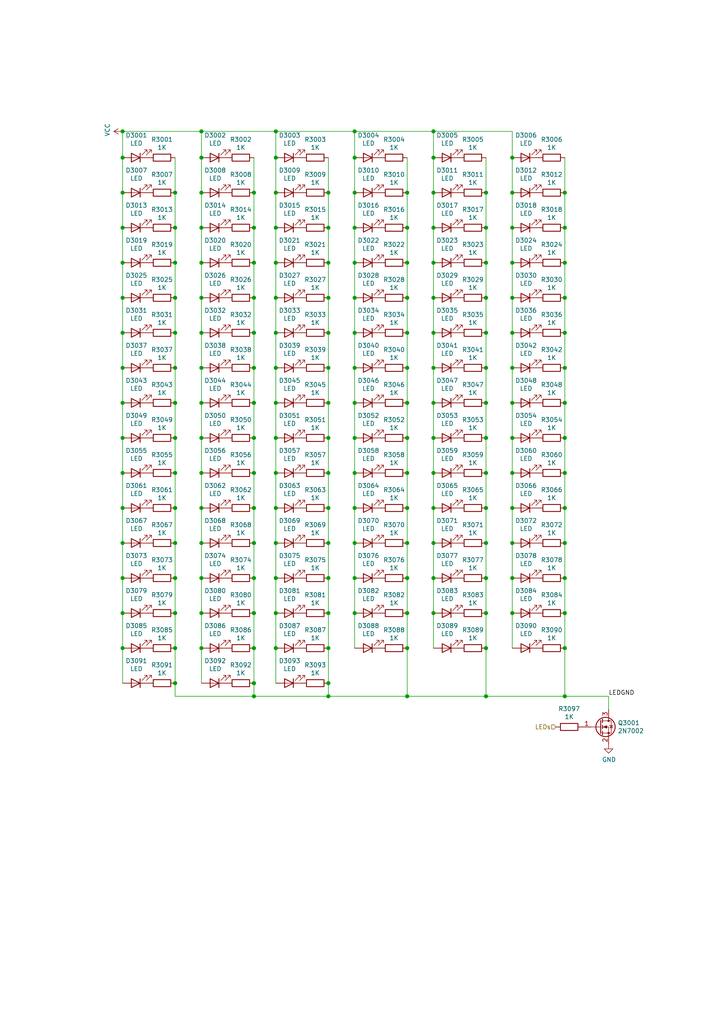
<source format=kicad_sch>
(kicad_sch (version 20211123) (generator eeschema)

  (uuid 286994e5-f0c4-4a0a-adea-2468e013a56f)

  (paper "A4" portrait)

  (title_block
    (title "ValKey")
    (date "2019-08-16")
    (rev "0.2")
  )

  

  (junction (at 118.11 201.93) (diameter 1.016) (color 0 0 0 0)
    (uuid 008d5474-498d-45e8-a1ba-40524f1335ff)
  )
  (junction (at 140.97 177.8) (diameter 1.016) (color 0 0 0 0)
    (uuid 00e18548-1f28-4ca8-b968-477de8f633ed)
  )
  (junction (at 118.11 66.04) (diameter 1.016) (color 0 0 0 0)
    (uuid 02e4da2a-8276-4833-8fb2-e7e741979657)
  )
  (junction (at 50.8 116.84) (diameter 1.016) (color 0 0 0 0)
    (uuid 031bf3dc-32db-4651-a5b6-a38dc244d068)
  )
  (junction (at 35.56 187.96) (diameter 1.016) (color 0 0 0 0)
    (uuid 0327f40b-88de-4e7b-8ea8-892d4159c63f)
  )
  (junction (at 125.73 137.16) (diameter 1.016) (color 0 0 0 0)
    (uuid 05998b83-b2bd-4a94-8eb0-d0bdd26d5f94)
  )
  (junction (at 35.56 157.48) (diameter 1.016) (color 0 0 0 0)
    (uuid 05dd3afd-0246-4f31-87fc-d19ab0ba62d0)
  )
  (junction (at 95.25 55.88) (diameter 1.016) (color 0 0 0 0)
    (uuid 0685417d-c56a-40e2-9378-6f29b7e2997c)
  )
  (junction (at 163.83 66.04) (diameter 1.016) (color 0 0 0 0)
    (uuid 06a5e287-f9ab-4776-b9ab-ca67be49de95)
  )
  (junction (at 50.8 157.48) (diameter 1.016) (color 0 0 0 0)
    (uuid 0772978a-0f26-41b0-a41f-89032aa2fb24)
  )
  (junction (at 118.11 167.64) (diameter 1.016) (color 0 0 0 0)
    (uuid 079b75c6-5c7b-4971-89ac-73317c318607)
  )
  (junction (at 125.73 177.8) (diameter 1.016) (color 0 0 0 0)
    (uuid 0831fbf6-89d8-4c60-8fb3-9c79ac046d38)
  )
  (junction (at 50.8 167.64) (diameter 1.016) (color 0 0 0 0)
    (uuid 083ea8f2-e418-4eec-a709-ca185b263dcb)
  )
  (junction (at 163.83 127) (diameter 1.016) (color 0 0 0 0)
    (uuid 09fa40f3-697c-4628-a00c-e9d1a4ea2566)
  )
  (junction (at 102.87 116.84) (diameter 1.016) (color 0 0 0 0)
    (uuid 0a3a20a4-abb0-41c1-9a26-1386eff263d3)
  )
  (junction (at 50.8 55.88) (diameter 1.016) (color 0 0 0 0)
    (uuid 0a6e2116-b49f-4feb-b829-d5a9b3599d4e)
  )
  (junction (at 118.11 55.88) (diameter 1.016) (color 0 0 0 0)
    (uuid 0a705a30-7923-48fa-9a56-8a968e09a719)
  )
  (junction (at 148.59 137.16) (diameter 1.016) (color 0 0 0 0)
    (uuid 0f45803e-59e1-449e-83da-39c2af94d317)
  )
  (junction (at 163.83 55.88) (diameter 1.016) (color 0 0 0 0)
    (uuid 101b51c4-a7f5-4ea9-af5a-7ba97d1d99fe)
  )
  (junction (at 73.66 127) (diameter 1.016) (color 0 0 0 0)
    (uuid 108929bc-a349-419e-83b1-28170faf7206)
  )
  (junction (at 102.87 137.16) (diameter 1.016) (color 0 0 0 0)
    (uuid 11bf0d77-f2ef-4d36-8dd6-f93371297a48)
  )
  (junction (at 73.66 96.52) (diameter 1.016) (color 0 0 0 0)
    (uuid 15f5442d-f3ee-40f9-88dc-f56855bd131d)
  )
  (junction (at 35.56 55.88) (diameter 1.016) (color 0 0 0 0)
    (uuid 1637f4ca-a741-4d3a-81b2-abcca0ecd939)
  )
  (junction (at 35.56 137.16) (diameter 1.016) (color 0 0 0 0)
    (uuid 1691d035-dd8d-4d43-be3e-eac5dd073ef6)
  )
  (junction (at 73.66 201.93) (diameter 1.016) (color 0 0 0 0)
    (uuid 175a0a89-905b-44d5-a009-cb30c1f24dd0)
  )
  (junction (at 148.59 86.36) (diameter 1.016) (color 0 0 0 0)
    (uuid 18627237-02bb-47ae-ac45-cd20e3a0aa8a)
  )
  (junction (at 148.59 55.88) (diameter 1.016) (color 0 0 0 0)
    (uuid 18ccbf67-c2c4-4557-8b71-45d46045e417)
  )
  (junction (at 125.73 157.48) (diameter 1.016) (color 0 0 0 0)
    (uuid 1a00882b-2900-47d0-856e-ca66d9af7af0)
  )
  (junction (at 35.56 45.72) (diameter 1.016) (color 0 0 0 0)
    (uuid 1ac539ce-0321-4b7e-904b-395de559421a)
  )
  (junction (at 95.25 106.68) (diameter 1.016) (color 0 0 0 0)
    (uuid 1ad22757-0fd0-4a3b-a834-efa503625cae)
  )
  (junction (at 50.8 106.68) (diameter 1.016) (color 0 0 0 0)
    (uuid 1ae723c7-e6fa-4ea7-9cb9-5b9255096b43)
  )
  (junction (at 140.97 116.84) (diameter 1.016) (color 0 0 0 0)
    (uuid 1fddac9f-e2cc-42c2-84cb-16cfb05a3582)
  )
  (junction (at 80.01 96.52) (diameter 1.016) (color 0 0 0 0)
    (uuid 2400ca80-9aec-4c8c-ac9f-e91f7d0d86c5)
  )
  (junction (at 140.97 86.36) (diameter 1.016) (color 0 0 0 0)
    (uuid 28854ef0-63f8-4cd1-a600-2f113620ecdb)
  )
  (junction (at 102.87 96.52) (diameter 1.016) (color 0 0 0 0)
    (uuid 2bb11e7c-b1af-4ec7-ba1e-ae60c1845587)
  )
  (junction (at 118.11 137.16) (diameter 1.016) (color 0 0 0 0)
    (uuid 2c43e3e9-039e-4bae-8239-6a4cd411f7d0)
  )
  (junction (at 80.01 127) (diameter 1.016) (color 0 0 0 0)
    (uuid 2d18031a-2f81-4ffb-81c2-83d7a8044b5a)
  )
  (junction (at 163.83 187.96) (diameter 1.016) (color 0 0 0 0)
    (uuid 2d2855bf-f027-424f-9a0f-28e1f90a7e40)
  )
  (junction (at 58.42 106.68) (diameter 1.016) (color 0 0 0 0)
    (uuid 2e34fa6e-c624-4f4d-9172-7b0ee3f7e9b5)
  )
  (junction (at 73.66 198.12) (diameter 1.016) (color 0 0 0 0)
    (uuid 2e8f5f23-3b9f-4d84-8856-21683c558470)
  )
  (junction (at 148.59 147.32) (diameter 1.016) (color 0 0 0 0)
    (uuid 30295410-06fc-442d-b239-82ce211fb7ce)
  )
  (junction (at 148.59 66.04) (diameter 1.016) (color 0 0 0 0)
    (uuid 3081b098-f463-4b4f-8336-e95f140193c1)
  )
  (junction (at 50.8 187.96) (diameter 1.016) (color 0 0 0 0)
    (uuid 3219c3b4-aafe-4777-b4c6-3471813f3785)
  )
  (junction (at 35.56 177.8) (diameter 1.016) (color 0 0 0 0)
    (uuid 331aa2f4-3be1-45d3-98c3-0bd3805d2e23)
  )
  (junction (at 73.66 147.32) (diameter 1.016) (color 0 0 0 0)
    (uuid 393bd9d3-8dac-4d57-8088-7eddbf5c4222)
  )
  (junction (at 163.83 201.93) (diameter 1.016) (color 0 0 0 0)
    (uuid 39b319ee-da96-4e42-b4fc-fe8b8331f225)
  )
  (junction (at 125.73 147.32) (diameter 1.016) (color 0 0 0 0)
    (uuid 3a494e19-ac5a-4852-91a9-f85fc17f6599)
  )
  (junction (at 58.42 96.52) (diameter 1.016) (color 0 0 0 0)
    (uuid 3b78cc32-6e9f-492b-9efb-f6a3301b6a1a)
  )
  (junction (at 50.8 147.32) (diameter 1.016) (color 0 0 0 0)
    (uuid 3bc45195-793c-406a-9bac-4949ba881d51)
  )
  (junction (at 80.01 187.96) (diameter 1.016) (color 0 0 0 0)
    (uuid 3c00663a-fac5-49ff-a958-b78b3c7ce318)
  )
  (junction (at 118.11 76.2) (diameter 1.016) (color 0 0 0 0)
    (uuid 3c42a5d3-c82e-4580-b2cd-b04081638bd1)
  )
  (junction (at 140.97 76.2) (diameter 1.016) (color 0 0 0 0)
    (uuid 3c6e2b8e-e126-4f32-8bb9-78a527676ef5)
  )
  (junction (at 140.97 157.48) (diameter 1.016) (color 0 0 0 0)
    (uuid 3d8d88d6-7acc-4a13-ab24-f879deb24865)
  )
  (junction (at 80.01 177.8) (diameter 1.016) (color 0 0 0 0)
    (uuid 3e493449-8085-4c4e-91bd-d3638b1ccc2f)
  )
  (junction (at 35.56 167.64) (diameter 1.016) (color 0 0 0 0)
    (uuid 41cfa0d1-b762-4b24-90f9-b9b43f4921da)
  )
  (junction (at 148.59 116.84) (diameter 1.016) (color 0 0 0 0)
    (uuid 4439919f-6913-4af9-9688-20437e76d24b)
  )
  (junction (at 35.56 127) (diameter 1.016) (color 0 0 0 0)
    (uuid 44a71b63-c75f-42b2-be0a-1948422f9e9e)
  )
  (junction (at 148.59 106.68) (diameter 1.016) (color 0 0 0 0)
    (uuid 48638bfe-36f9-4313-8772-22e4a711c7cf)
  )
  (junction (at 140.97 106.68) (diameter 1.016) (color 0 0 0 0)
    (uuid 494edd16-5585-4d03-ae16-3766585b7eac)
  )
  (junction (at 80.01 147.32) (diameter 1.016) (color 0 0 0 0)
    (uuid 4a8212b6-1e2a-4183-8f26-a4e7274339ee)
  )
  (junction (at 50.8 198.12) (diameter 1.016) (color 0 0 0 0)
    (uuid 4ac73892-30a3-4019-9837-da48c558e5e8)
  )
  (junction (at 140.97 96.52) (diameter 1.016) (color 0 0 0 0)
    (uuid 4d068827-f34c-4a06-9d1f-628be0a30fb2)
  )
  (junction (at 73.66 187.96) (diameter 1.016) (color 0 0 0 0)
    (uuid 4decabc9-ca56-4fd3-badb-faac6721c561)
  )
  (junction (at 102.87 127) (diameter 1.016) (color 0 0 0 0)
    (uuid 4ea18a5a-d152-4db3-b49c-f7fe9281daab)
  )
  (junction (at 102.87 106.68) (diameter 1.016) (color 0 0 0 0)
    (uuid 4fd3ed49-7278-4dbd-a088-8ff07438709e)
  )
  (junction (at 80.01 157.48) (diameter 1.016) (color 0 0 0 0)
    (uuid 51a15b68-a660-4889-86ff-1eb58ac1d55a)
  )
  (junction (at 163.83 96.52) (diameter 1.016) (color 0 0 0 0)
    (uuid 51d38ebe-900d-4fc1-babb-025050f22aae)
  )
  (junction (at 35.56 96.52) (diameter 1.016) (color 0 0 0 0)
    (uuid 52e4221b-41b0-4de2-bdf6-588edd18b236)
  )
  (junction (at 73.66 66.04) (diameter 1.016) (color 0 0 0 0)
    (uuid 5358d0e8-2733-4449-8a78-089acefe39bf)
  )
  (junction (at 58.42 147.32) (diameter 1.016) (color 0 0 0 0)
    (uuid 592b0ded-dfd8-4160-a980-b0a1b93692f0)
  )
  (junction (at 102.87 45.72) (diameter 1.016) (color 0 0 0 0)
    (uuid 5ab2aeab-4e70-433b-864c-fb8142209f5f)
  )
  (junction (at 125.73 127) (diameter 1.016) (color 0 0 0 0)
    (uuid 5abb278c-aab2-4495-be2e-9e3de0c98489)
  )
  (junction (at 148.59 96.52) (diameter 1.016) (color 0 0 0 0)
    (uuid 5d03cf16-e364-44a9-953d-c4fabd5eba52)
  )
  (junction (at 50.8 96.52) (diameter 1.016) (color 0 0 0 0)
    (uuid 5ebef843-6011-4e90-b96c-4a18f1f32bba)
  )
  (junction (at 80.01 66.04) (diameter 1.016) (color 0 0 0 0)
    (uuid 615b146e-a425-4207-b8af-adb5d77cd5f6)
  )
  (junction (at 140.97 167.64) (diameter 1.016) (color 0 0 0 0)
    (uuid 62f76bc7-8b23-4247-868a-9ddf7b5e4512)
  )
  (junction (at 95.25 76.2) (diameter 1.016) (color 0 0 0 0)
    (uuid 62f7e5f4-6f7e-4b1a-a73b-f40ac611895f)
  )
  (junction (at 35.56 106.68) (diameter 1.016) (color 0 0 0 0)
    (uuid 640dca44-e49d-47c0-928b-fe25285c7669)
  )
  (junction (at 163.83 167.64) (diameter 1.016) (color 0 0 0 0)
    (uuid 64ba8fdc-0d55-4329-b54b-1a6b052e9ddd)
  )
  (junction (at 95.25 137.16) (diameter 1.016) (color 0 0 0 0)
    (uuid 6513f766-071f-4c1b-9f04-0f140a84b154)
  )
  (junction (at 118.11 177.8) (diameter 1.016) (color 0 0 0 0)
    (uuid 66272452-1a6c-462d-aa0f-b36f2443d952)
  )
  (junction (at 163.83 86.36) (diameter 1.016) (color 0 0 0 0)
    (uuid 673c9160-6d80-4e4c-b8b7-d5d5f44ddf79)
  )
  (junction (at 58.42 55.88) (diameter 1.016) (color 0 0 0 0)
    (uuid 678fc9cf-cc1a-44fb-8f34-5f72950e508f)
  )
  (junction (at 95.25 66.04) (diameter 1.016) (color 0 0 0 0)
    (uuid 6ee46f82-aa96-48ba-bd3f-6704f972d466)
  )
  (junction (at 95.25 167.64) (diameter 1.016) (color 0 0 0 0)
    (uuid 6f70c18b-f422-40eb-922c-e162808f8863)
  )
  (junction (at 95.25 127) (diameter 1.016) (color 0 0 0 0)
    (uuid 6fb03f1d-f4f2-4470-9b2f-46466c7e6934)
  )
  (junction (at 140.97 201.93) (diameter 1.016) (color 0 0 0 0)
    (uuid 6ff6232a-5a9e-4973-8f69-8d84dd2af040)
  )
  (junction (at 102.87 177.8) (diameter 1.016) (color 0 0 0 0)
    (uuid 72783d09-27e4-40ad-9b9e-9fd1e124007c)
  )
  (junction (at 58.42 76.2) (diameter 1.016) (color 0 0 0 0)
    (uuid 7304534f-a0f2-4648-a6e7-7a0f3b83c6ef)
  )
  (junction (at 118.11 157.48) (diameter 1.016) (color 0 0 0 0)
    (uuid 74f5e733-29a2-4cbe-a233-38a7ffb1e3f6)
  )
  (junction (at 102.87 66.04) (diameter 1.016) (color 0 0 0 0)
    (uuid 76837129-f2ac-45fb-8f65-4fe73afafe23)
  )
  (junction (at 80.01 55.88) (diameter 1.016) (color 0 0 0 0)
    (uuid 7750f0aa-543e-4691-8267-c902b79394ab)
  )
  (junction (at 58.42 116.84) (diameter 1.016) (color 0 0 0 0)
    (uuid 777071f4-26a1-451a-a99d-734c29cbf067)
  )
  (junction (at 50.8 127) (diameter 1.016) (color 0 0 0 0)
    (uuid 77b1174f-9a54-466e-8168-82d489738c1e)
  )
  (junction (at 140.97 137.16) (diameter 1.016) (color 0 0 0 0)
    (uuid 787088f2-6ab1-4c01-a66b-ff067ab59b13)
  )
  (junction (at 35.56 38.1) (diameter 1.016) (color 0 0 0 0)
    (uuid 79538421-235d-4c95-a13c-7d782f6f9aee)
  )
  (junction (at 35.56 116.84) (diameter 1.016) (color 0 0 0 0)
    (uuid 79dff24e-38d8-4a05-8d0c-3f92c70fa505)
  )
  (junction (at 125.73 116.84) (diameter 1.016) (color 0 0 0 0)
    (uuid 79e5c7f1-b764-4105-a0aa-305dc88b496e)
  )
  (junction (at 58.42 157.48) (diameter 1.016) (color 0 0 0 0)
    (uuid 7ab95a8c-6543-4929-8b27-92d4f1f84b84)
  )
  (junction (at 58.42 137.16) (diameter 1.016) (color 0 0 0 0)
    (uuid 7b514fa4-1fbd-4ef9-a379-05b3385142aa)
  )
  (junction (at 125.73 167.64) (diameter 1.016) (color 0 0 0 0)
    (uuid 7da831e8-3824-4321-bce4-eebdf6cb5507)
  )
  (junction (at 125.73 96.52) (diameter 1.016) (color 0 0 0 0)
    (uuid 7f928404-0bef-4088-9f6a-39d887bb4c6e)
  )
  (junction (at 102.87 38.1) (diameter 1.016) (color 0 0 0 0)
    (uuid 80cf402a-8622-44b3-8120-6c7d31fa7692)
  )
  (junction (at 102.87 86.36) (diameter 1.016) (color 0 0 0 0)
    (uuid 824a6204-f5c5-4082-853f-1785fc96d8c3)
  )
  (junction (at 148.59 45.72) (diameter 1.016) (color 0 0 0 0)
    (uuid 82b89f32-b67c-44ca-8e50-f8d5ac5efc1c)
  )
  (junction (at 118.11 127) (diameter 1.016) (color 0 0 0 0)
    (uuid 843a8510-4d5d-4149-87c1-02b146d8f2e8)
  )
  (junction (at 35.56 66.04) (diameter 1.016) (color 0 0 0 0)
    (uuid 86389e9b-3f29-4204-9af4-28d5848ca86b)
  )
  (junction (at 80.01 167.64) (diameter 1.016) (color 0 0 0 0)
    (uuid 86fe7655-2d44-4506-bd86-9007fdc1b804)
  )
  (junction (at 148.59 76.2) (diameter 1.016) (color 0 0 0 0)
    (uuid 88a1fd14-286d-4459-8062-fc0fe8c4b0ca)
  )
  (junction (at 140.97 147.32) (diameter 1.016) (color 0 0 0 0)
    (uuid 8902e15b-056e-47f9-9109-6dbe7d2e149b)
  )
  (junction (at 140.97 187.96) (diameter 1.016) (color 0 0 0 0)
    (uuid 89eb4486-2ec5-446d-98f5-4ae3c938b1df)
  )
  (junction (at 163.83 76.2) (diameter 1.016) (color 0 0 0 0)
    (uuid 8a33012c-a0e2-4474-b407-5193091d0d4f)
  )
  (junction (at 102.87 55.88) (diameter 1.016) (color 0 0 0 0)
    (uuid 8be3f163-51e8-4473-8135-348798627130)
  )
  (junction (at 163.83 106.68) (diameter 1.016) (color 0 0 0 0)
    (uuid 8d6a27bf-e661-431f-8208-deaab495cab3)
  )
  (junction (at 125.73 45.72) (diameter 1.016) (color 0 0 0 0)
    (uuid 8de2cd13-5e38-4582-a0ef-8caf7a95cac7)
  )
  (junction (at 35.56 76.2) (diameter 1.016) (color 0 0 0 0)
    (uuid 8e892c0c-589f-49c8-a0a7-e2777a1f3e97)
  )
  (junction (at 102.87 157.48) (diameter 1.016) (color 0 0 0 0)
    (uuid 8f395d2e-82b9-4479-a340-69c9be7090d3)
  )
  (junction (at 148.59 157.48) (diameter 1.016) (color 0 0 0 0)
    (uuid 9146c53b-a422-4eee-90d9-46fb4154d14c)
  )
  (junction (at 163.83 147.32) (diameter 1.016) (color 0 0 0 0)
    (uuid 9387578a-9b0a-4384-aad2-1696c62ee4d6)
  )
  (junction (at 80.01 45.72) (diameter 1.016) (color 0 0 0 0)
    (uuid 93893d7b-5c0c-49dd-8601-20b58f0c5190)
  )
  (junction (at 80.01 116.84) (diameter 1.016) (color 0 0 0 0)
    (uuid 955f6607-d71b-47e3-89ca-4dca9af3d61e)
  )
  (junction (at 148.59 167.64) (diameter 1.016) (color 0 0 0 0)
    (uuid 95f2d4a5-13e5-4064-8207-dfa15475303d)
  )
  (junction (at 58.42 45.72) (diameter 1.016) (color 0 0 0 0)
    (uuid 97bc1c28-e9ec-4d8a-8788-3f2a7772e4c6)
  )
  (junction (at 80.01 76.2) (diameter 1.016) (color 0 0 0 0)
    (uuid 97d452bf-94e6-40f9-b5b6-79a4f34d5214)
  )
  (junction (at 80.01 86.36) (diameter 1.016) (color 0 0 0 0)
    (uuid 996bf1e7-a738-42ab-8b02-65954fe73f85)
  )
  (junction (at 95.25 198.12) (diameter 1.016) (color 0 0 0 0)
    (uuid 9ba81621-b334-4170-bead-c5cac894ced0)
  )
  (junction (at 50.8 137.16) (diameter 1.016) (color 0 0 0 0)
    (uuid 9e29b5bf-0f10-4752-8af6-94849e37298c)
  )
  (junction (at 163.83 137.16) (diameter 1.016) (color 0 0 0 0)
    (uuid 9e78bda2-544f-40f8-af5d-bd739df644ca)
  )
  (junction (at 50.8 86.36) (diameter 1.016) (color 0 0 0 0)
    (uuid 9efca636-0159-4add-be59-1623cc3576b0)
  )
  (junction (at 118.11 96.52) (diameter 1.016) (color 0 0 0 0)
    (uuid a00e5934-376a-4219-8d44-998f3f231e1f)
  )
  (junction (at 95.25 201.93) (diameter 1.016) (color 0 0 0 0)
    (uuid a533f360-97ac-4e6c-b637-66d89252fd94)
  )
  (junction (at 50.8 66.04) (diameter 1.016) (color 0 0 0 0)
    (uuid a61fdd00-dc5a-4fb2-b119-817460dd59b2)
  )
  (junction (at 73.66 116.84) (diameter 1.016) (color 0 0 0 0)
    (uuid aa6cb5a2-5672-4234-b21d-46f97a74f53a)
  )
  (junction (at 148.59 127) (diameter 1.016) (color 0 0 0 0)
    (uuid acc8db24-3b86-4989-98fa-fe5e1741b710)
  )
  (junction (at 125.73 38.1) (diameter 1.016) (color 0 0 0 0)
    (uuid b1fa83b0-3e82-4fa0-9ce4-edfba485fa8a)
  )
  (junction (at 35.56 86.36) (diameter 1.016) (color 0 0 0 0)
    (uuid b2e27c05-3ca0-4077-9924-f581fe86e83c)
  )
  (junction (at 140.97 66.04) (diameter 1.016) (color 0 0 0 0)
    (uuid b56421a9-6788-4ff3-acc9-177e1919954b)
  )
  (junction (at 50.8 76.2) (diameter 1.016) (color 0 0 0 0)
    (uuid b870529b-09bf-4785-a4bb-ff9255726069)
  )
  (junction (at 80.01 38.1) (diameter 1.016) (color 0 0 0 0)
    (uuid b90554f7-fbc7-4da0-84c1-32b97c9ab810)
  )
  (junction (at 95.25 86.36) (diameter 1.016) (color 0 0 0 0)
    (uuid ba1283ab-d43a-4c5c-bd45-0ff24e1d24d2)
  )
  (junction (at 102.87 76.2) (diameter 1.016) (color 0 0 0 0)
    (uuid bbc4b787-0cc6-46eb-ad9a-a10bf267b026)
  )
  (junction (at 118.11 86.36) (diameter 1.016) (color 0 0 0 0)
    (uuid bd858b15-c91b-4111-88ef-614ee7200274)
  )
  (junction (at 102.87 147.32) (diameter 1.016) (color 0 0 0 0)
    (uuid bf5278b6-92b1-458f-9c30-48256dcac0e7)
  )
  (junction (at 73.66 55.88) (diameter 1.016) (color 0 0 0 0)
    (uuid c0dc4834-57ca-448a-870c-4d2e357a20ff)
  )
  (junction (at 50.8 177.8) (diameter 1.016) (color 0 0 0 0)
    (uuid c28760ea-2410-4f35-8e80-035e4e4002a6)
  )
  (junction (at 95.25 96.52) (diameter 1.016) (color 0 0 0 0)
    (uuid c5a4a6d5-5602-4211-8b72-ae656e0b5dfb)
  )
  (junction (at 35.56 147.32) (diameter 1.016) (color 0 0 0 0)
    (uuid c6df1d8c-804a-447b-89c6-f4206afe753b)
  )
  (junction (at 73.66 167.64) (diameter 1.016) (color 0 0 0 0)
    (uuid c71d2402-45c2-4486-a285-52c7362307b4)
  )
  (junction (at 73.66 137.16) (diameter 1.016) (color 0 0 0 0)
    (uuid ca22249b-eeb8-4870-be69-738874074621)
  )
  (junction (at 95.25 147.32) (diameter 1.016) (color 0 0 0 0)
    (uuid ceb00265-6b5e-4d0e-bf42-4fb5d0aeb843)
  )
  (junction (at 80.01 106.68) (diameter 1.016) (color 0 0 0 0)
    (uuid d2cd082a-7dd1-493e-9b3c-9fede64c8530)
  )
  (junction (at 118.11 106.68) (diameter 1.016) (color 0 0 0 0)
    (uuid d4e17fe9-c18f-4723-b55b-c5e048f01b1c)
  )
  (junction (at 95.25 187.96) (diameter 1.016) (color 0 0 0 0)
    (uuid d69a9317-189a-4638-9f80-a5c5168f606e)
  )
  (junction (at 95.25 177.8) (diameter 1.016) (color 0 0 0 0)
    (uuid d8adefc7-ee67-4e07-9578-258a6efb518e)
  )
  (junction (at 58.42 66.04) (diameter 1.016) (color 0 0 0 0)
    (uuid d9303bd9-13a6-4744-97b2-2707f1217268)
  )
  (junction (at 95.25 157.48) (diameter 1.016) (color 0 0 0 0)
    (uuid da398199-3ed2-449d-b88a-f0a505e2fb8a)
  )
  (junction (at 163.83 116.84) (diameter 1.016) (color 0 0 0 0)
    (uuid dc7cf77f-2042-4573-9b65-6a6058cac62c)
  )
  (junction (at 118.11 147.32) (diameter 1.016) (color 0 0 0 0)
    (uuid dd54b7fe-4cb3-4a4b-a966-01f4e3a71234)
  )
  (junction (at 73.66 86.36) (diameter 1.016) (color 0 0 0 0)
    (uuid dd56e4d7-d86d-4c04-a772-ef4ac148e81b)
  )
  (junction (at 58.42 177.8) (diameter 1.016) (color 0 0 0 0)
    (uuid decb5574-3e09-4da9-82d7-b078536b2696)
  )
  (junction (at 73.66 76.2) (diameter 1.016) (color 0 0 0 0)
    (uuid dfd0d6a7-0a08-4b5b-b88d-f74345242034)
  )
  (junction (at 73.66 157.48) (diameter 1.016) (color 0 0 0 0)
    (uuid e0c0eb14-7dea-4479-81d2-35fe4178228a)
  )
  (junction (at 148.59 177.8) (diameter 1.016) (color 0 0 0 0)
    (uuid e3da9df7-3baa-46d7-9109-a2c7d6425f87)
  )
  (junction (at 163.83 157.48) (diameter 1.016) (color 0 0 0 0)
    (uuid e427822b-e891-4fda-b675-c7434027db7c)
  )
  (junction (at 125.73 66.04) (diameter 1.016) (color 0 0 0 0)
    (uuid e5a08cba-13b5-4531-be5e-8ab13a46a75a)
  )
  (junction (at 73.66 106.68) (diameter 1.016) (color 0 0 0 0)
    (uuid e7d860f0-05f0-43d0-b3ee-4a39f1b716af)
  )
  (junction (at 58.42 127) (diameter 1.016) (color 0 0 0 0)
    (uuid e836d4c9-0883-44d0-912e-f361d5f40e70)
  )
  (junction (at 125.73 76.2) (diameter 1.016) (color 0 0 0 0)
    (uuid ea4a9bbe-49c7-499d-894d-0869677be211)
  )
  (junction (at 118.11 116.84) (diameter 1.016) (color 0 0 0 0)
    (uuid ecaf9fdf-22ad-4b09-a16f-4c87d935637d)
  )
  (junction (at 58.42 38.1) (diameter 1.016) (color 0 0 0 0)
    (uuid f0902392-d44a-42f8-ada8-7f242a66a9f2)
  )
  (junction (at 58.42 187.96) (diameter 1.016) (color 0 0 0 0)
    (uuid f36b6d9c-1fc6-4053-aad8-e45501b54c99)
  )
  (junction (at 58.42 167.64) (diameter 1.016) (color 0 0 0 0)
    (uuid f4c8fdfa-de44-4c30-b641-fa9469b2ffdb)
  )
  (junction (at 80.01 137.16) (diameter 1.016) (color 0 0 0 0)
    (uuid f54e6f3a-d4f3-470b-a90b-e31bc598c496)
  )
  (junction (at 118.11 187.96) (diameter 1.016) (color 0 0 0 0)
    (uuid f666c2d0-5e26-4037-beb1-17e5db0bac81)
  )
  (junction (at 58.42 86.36) (diameter 1.016) (color 0 0 0 0)
    (uuid f6c36f4c-a52b-4992-8c1f-c70e12a5f03c)
  )
  (junction (at 73.66 177.8) (diameter 1.016) (color 0 0 0 0)
    (uuid f93ba7e1-af4a-47f0-8df5-dbc309b0d413)
  )
  (junction (at 95.25 116.84) (diameter 1.016) (color 0 0 0 0)
    (uuid fa97a1d9-5ba7-4104-86df-3a1274bb83f0)
  )
  (junction (at 102.87 167.64) (diameter 1.016) (color 0 0 0 0)
    (uuid fb1984df-626b-492c-948c-59fb97faf9e3)
  )
  (junction (at 125.73 55.88) (diameter 1.016) (color 0 0 0 0)
    (uuid fb3ba424-efef-41a9-bae5-97b4dc01a8b0)
  )
  (junction (at 163.83 177.8) (diameter 1.016) (color 0 0 0 0)
    (uuid fc8251ca-ee5c-4ef6-bf27-2b34a690bf4e)
  )
  (junction (at 140.97 55.88) (diameter 1.016) (color 0 0 0 0)
    (uuid fc9cb685-e5ce-4933-bf3c-3e64e9c4e4ed)
  )
  (junction (at 125.73 106.68) (diameter 1.016) (color 0 0 0 0)
    (uuid feac6aa2-5b7b-4747-978c-e32dd35d9173)
  )
  (junction (at 125.73 86.36) (diameter 1.016) (color 0 0 0 0)
    (uuid febe4921-fd7c-48c9-aa34-390759f29b9b)
  )
  (junction (at 140.97 127) (diameter 1.016) (color 0 0 0 0)
    (uuid ff19c345-9182-4f24-949c-e66d5942a07e)
  )

  (wire (pts (xy 73.66 177.8) (xy 73.66 187.96))
    (stroke (width 0) (type solid) (color 0 0 0 0))
    (uuid 01c1d146-7ef5-41c4-aadb-ff4534ad4d1e)
  )
  (wire (pts (xy 102.87 55.88) (xy 102.87 45.72))
    (stroke (width 0) (type solid) (color 0 0 0 0))
    (uuid 0211a54c-9d6b-41b4-8183-3d448f0e81eb)
  )
  (wire (pts (xy 118.11 201.93) (xy 95.25 201.93))
    (stroke (width 0) (type solid) (color 0 0 0 0))
    (uuid 022d0c47-9960-4bd1-b6db-9b40bd72997c)
  )
  (wire (pts (xy 163.83 167.64) (xy 163.83 177.8))
    (stroke (width 0) (type solid) (color 0 0 0 0))
    (uuid 03a8f628-0075-41c4-91d3-ad2a13690542)
  )
  (wire (pts (xy 73.66 137.16) (xy 73.66 147.32))
    (stroke (width 0) (type solid) (color 0 0 0 0))
    (uuid 050c9449-b4a2-49fe-aa9b-459bc7329bf2)
  )
  (wire (pts (xy 50.8 147.32) (xy 50.8 157.48))
    (stroke (width 0) (type solid) (color 0 0 0 0))
    (uuid 052295f0-b54c-43e4-b774-8d4119dc6c3b)
  )
  (wire (pts (xy 163.83 157.48) (xy 163.83 167.64))
    (stroke (width 0) (type solid) (color 0 0 0 0))
    (uuid 05c6e348-1d82-4a5f-8128-f423c39fce42)
  )
  (wire (pts (xy 148.59 96.52) (xy 148.59 106.68))
    (stroke (width 0) (type solid) (color 0 0 0 0))
    (uuid 08bd6067-3568-44a5-a877-79f7cd5668e0)
  )
  (wire (pts (xy 58.42 157.48) (xy 58.42 167.64))
    (stroke (width 0) (type solid) (color 0 0 0 0))
    (uuid 09131e12-4eb0-4d8c-8c29-ab34d3891adf)
  )
  (wire (pts (xy 58.42 177.8) (xy 58.42 187.96))
    (stroke (width 0) (type solid) (color 0 0 0 0))
    (uuid 0afba1e5-535d-4deb-8cff-40f6d7e80d78)
  )
  (wire (pts (xy 95.25 147.32) (xy 95.25 157.48))
    (stroke (width 0) (type solid) (color 0 0 0 0))
    (uuid 0f8006b5-3310-45fe-9453-66d8ce50eee5)
  )
  (wire (pts (xy 73.66 127) (xy 73.66 137.16))
    (stroke (width 0) (type solid) (color 0 0 0 0))
    (uuid 0fe4d030-7010-4425-b12b-af5eff3959bd)
  )
  (wire (pts (xy 125.73 66.04) (xy 125.73 76.2))
    (stroke (width 0) (type solid) (color 0 0 0 0))
    (uuid 10697b90-b483-41dc-9e60-c167739a5034)
  )
  (wire (pts (xy 118.11 106.68) (xy 118.11 116.84))
    (stroke (width 0) (type solid) (color 0 0 0 0))
    (uuid 10d33bc7-d343-4f83-908f-682432b3e76d)
  )
  (wire (pts (xy 140.97 66.04) (xy 140.97 76.2))
    (stroke (width 0) (type solid) (color 0 0 0 0))
    (uuid 11d93bc3-cb65-4d75-a265-0836a74da019)
  )
  (wire (pts (xy 35.56 76.2) (xy 35.56 86.36))
    (stroke (width 0) (type solid) (color 0 0 0 0))
    (uuid 127128b6-6bed-40b8-b7f3-7fdb6cfd98bd)
  )
  (wire (pts (xy 148.59 157.48) (xy 148.59 167.64))
    (stroke (width 0) (type solid) (color 0 0 0 0))
    (uuid 12bc55ee-92c6-403e-96e2-52c384871d26)
  )
  (wire (pts (xy 73.66 201.93) (xy 50.8 201.93))
    (stroke (width 0) (type solid) (color 0 0 0 0))
    (uuid 1394e9ce-e52d-4284-ab6e-ddbc59069a45)
  )
  (wire (pts (xy 95.25 137.16) (xy 95.25 147.32))
    (stroke (width 0) (type solid) (color 0 0 0 0))
    (uuid 14d9f9ee-0d66-4d7b-bd3e-49b94ed4c5fc)
  )
  (wire (pts (xy 140.97 96.52) (xy 140.97 106.68))
    (stroke (width 0) (type solid) (color 0 0 0 0))
    (uuid 15a2f5fd-1a33-4503-bcd4-60c4cbac2ba4)
  )
  (wire (pts (xy 102.87 55.88) (xy 102.87 66.04))
    (stroke (width 0) (type solid) (color 0 0 0 0))
    (uuid 1620c8e7-b856-4a9e-96d5-85cca963b878)
  )
  (wire (pts (xy 95.25 55.88) (xy 95.25 66.04))
    (stroke (width 0) (type solid) (color 0 0 0 0))
    (uuid 1912a27f-d0e7-47c9-b321-e07576ea0447)
  )
  (wire (pts (xy 163.83 147.32) (xy 163.83 157.48))
    (stroke (width 0) (type solid) (color 0 0 0 0))
    (uuid 1b52d889-191b-4777-aa23-d2688a7ccac1)
  )
  (wire (pts (xy 35.56 127) (xy 35.56 137.16))
    (stroke (width 0) (type solid) (color 0 0 0 0))
    (uuid 1d29ec7b-3129-48a6-ae97-e06e0bb69e4d)
  )
  (wire (pts (xy 58.42 38.1) (xy 58.42 45.72))
    (stroke (width 0) (type solid) (color 0 0 0 0))
    (uuid 1dbca339-48c0-4969-8d46-3eab19728bcc)
  )
  (wire (pts (xy 176.53 201.93) (xy 163.83 201.93))
    (stroke (width 0) (type solid) (color 0 0 0 0))
    (uuid 1e385a39-e3b5-4e84-9b72-474ac466d90d)
  )
  (wire (pts (xy 50.8 177.8) (xy 50.8 187.96))
    (stroke (width 0) (type solid) (color 0 0 0 0))
    (uuid 2014fbef-018e-4e86-afa1-fc6addb8aab7)
  )
  (wire (pts (xy 73.66 201.93) (xy 95.25 201.93))
    (stroke (width 0) (type solid) (color 0 0 0 0))
    (uuid 23f41330-84d3-4854-a09d-565803a88df3)
  )
  (wire (pts (xy 95.25 66.04) (xy 95.25 76.2))
    (stroke (width 0) (type solid) (color 0 0 0 0))
    (uuid 27a63d22-626d-4cc1-be31-d44107f38962)
  )
  (wire (pts (xy 118.11 55.88) (xy 118.11 66.04))
    (stroke (width 0) (type solid) (color 0 0 0 0))
    (uuid 29f30567-ce8d-4001-8e22-e22ce92c59b1)
  )
  (wire (pts (xy 58.42 116.84) (xy 58.42 127))
    (stroke (width 0) (type solid) (color 0 0 0 0))
    (uuid 2d0c622b-84d7-4e06-9ef6-2b7ae6600a03)
  )
  (wire (pts (xy 80.01 38.1) (xy 80.01 45.72))
    (stroke (width 0) (type solid) (color 0 0 0 0))
    (uuid 2e556ad7-258b-4293-b10a-4d677efff9bf)
  )
  (wire (pts (xy 102.87 167.64) (xy 102.87 177.8))
    (stroke (width 0) (type solid) (color 0 0 0 0))
    (uuid 2f4b2253-088d-4400-826a-6605bfc37a20)
  )
  (wire (pts (xy 35.56 116.84) (xy 35.56 127))
    (stroke (width 0) (type solid) (color 0 0 0 0))
    (uuid 2f7f046e-125a-4ab3-a471-763447fb3a98)
  )
  (wire (pts (xy 35.56 38.1) (xy 35.56 45.72))
    (stroke (width 0) (type solid) (color 0 0 0 0))
    (uuid 30453cc8-e34e-41b3-863c-884be66dc3e4)
  )
  (wire (pts (xy 95.25 76.2) (xy 95.25 86.36))
    (stroke (width 0) (type solid) (color 0 0 0 0))
    (uuid 30a14425-097a-41af-9f96-2c4dba602898)
  )
  (wire (pts (xy 73.66 86.36) (xy 73.66 96.52))
    (stroke (width 0) (type solid) (color 0 0 0 0))
    (uuid 31419377-c4bc-483a-9bc2-fe268e5e4cc5)
  )
  (wire (pts (xy 118.11 167.64) (xy 118.11 177.8))
    (stroke (width 0) (type solid) (color 0 0 0 0))
    (uuid 31b4ff92-b8fc-44ed-a429-b519c37f711a)
  )
  (wire (pts (xy 140.97 201.93) (xy 118.11 201.93))
    (stroke (width 0) (type solid) (color 0 0 0 0))
    (uuid 328b2c7b-e4aa-4971-9227-fbfd42dfeddd)
  )
  (wire (pts (xy 50.8 76.2) (xy 50.8 86.36))
    (stroke (width 0) (type solid) (color 0 0 0 0))
    (uuid 33fe743f-5289-4a65-8507-42521dde97ef)
  )
  (wire (pts (xy 58.42 167.64) (xy 58.42 177.8))
    (stroke (width 0) (type solid) (color 0 0 0 0))
    (uuid 36ee7496-cfce-40c3-8d9e-3ef9f6a1cec6)
  )
  (wire (pts (xy 73.66 116.84) (xy 73.66 127))
    (stroke (width 0) (type solid) (color 0 0 0 0))
    (uuid 3753e263-5762-4fe9-a694-2188d6ad20f8)
  )
  (wire (pts (xy 80.01 167.64) (xy 80.01 177.8))
    (stroke (width 0) (type solid) (color 0 0 0 0))
    (uuid 38b1ac6c-84c4-4993-ad28-30614cc059b8)
  )
  (wire (pts (xy 125.73 38.1) (xy 125.73 45.72))
    (stroke (width 0) (type solid) (color 0 0 0 0))
    (uuid 3a8171b5-02da-474a-b102-27a038e89a9e)
  )
  (wire (pts (xy 125.73 106.68) (xy 125.73 116.84))
    (stroke (width 0) (type solid) (color 0 0 0 0))
    (uuid 3b25d319-f11c-4d46-880d-dc834fd09b0f)
  )
  (wire (pts (xy 35.56 157.48) (xy 35.56 147.32))
    (stroke (width 0) (type solid) (color 0 0 0 0))
    (uuid 3e256123-e721-43ca-bf4c-193b1fbef7bb)
  )
  (wire (pts (xy 102.87 116.84) (xy 102.87 127))
    (stroke (width 0) (type solid) (color 0 0 0 0))
    (uuid 3faeb736-ca46-4520-92aa-5a021d90853a)
  )
  (wire (pts (xy 80.01 55.88) (xy 80.01 66.04))
    (stroke (width 0) (type solid) (color 0 0 0 0))
    (uuid 45b932ba-a989-4b41-a63c-6491d88c1406)
  )
  (wire (pts (xy 80.01 147.32) (xy 80.01 157.48))
    (stroke (width 0) (type solid) (color 0 0 0 0))
    (uuid 46f2ad3e-9ef7-4f2c-a0e4-19b76593a822)
  )
  (wire (pts (xy 140.97 177.8) (xy 140.97 187.96))
    (stroke (width 0) (type solid) (color 0 0 0 0))
    (uuid 48649e10-aaac-4cbd-9c66-3df8d8ea58a5)
  )
  (wire (pts (xy 80.01 106.68) (xy 80.01 116.84))
    (stroke (width 0) (type solid) (color 0 0 0 0))
    (uuid 486d8c73-c94e-48b1-baa7-f89c2992145f)
  )
  (wire (pts (xy 58.42 96.52) (xy 58.42 106.68))
    (stroke (width 0) (type solid) (color 0 0 0 0))
    (uuid 48f3db1c-c90c-49f6-9666-b6c2f41be9ad)
  )
  (wire (pts (xy 35.56 55.88) (xy 35.56 66.04))
    (stroke (width 0) (type solid) (color 0 0 0 0))
    (uuid 497616c0-0347-43c8-abf6-46dfa6774fd1)
  )
  (wire (pts (xy 125.73 116.84) (xy 125.73 127))
    (stroke (width 0) (type solid) (color 0 0 0 0))
    (uuid 4a003ee8-7c8b-40a8-be8e-62f6daffd9b2)
  )
  (wire (pts (xy 118.11 66.04) (xy 118.11 76.2))
    (stroke (width 0) (type solid) (color 0 0 0 0))
    (uuid 4b91aed7-3252-41cf-a181-378ab2143049)
  )
  (wire (pts (xy 73.66 106.68) (xy 73.66 116.84))
    (stroke (width 0) (type solid) (color 0 0 0 0))
    (uuid 4babca06-176b-45d3-8797-a27d59fcbc33)
  )
  (wire (pts (xy 80.01 116.84) (xy 80.01 127))
    (stroke (width 0) (type solid) (color 0 0 0 0))
    (uuid 53008f05-71d1-4ed2-b859-2fa8996c1142)
  )
  (wire (pts (xy 50.8 198.12) (xy 50.8 201.93))
    (stroke (width 0) (type solid) (color 0 0 0 0))
    (uuid 553ce2b7-f555-4e4a-a00b-2b748c278467)
  )
  (wire (pts (xy 102.87 147.32) (xy 102.87 157.48))
    (stroke (width 0) (type solid) (color 0 0 0 0))
    (uuid 558c3e06-9cc5-4f21-91a5-394d0f226fd8)
  )
  (wire (pts (xy 58.42 106.68) (xy 58.42 116.84))
    (stroke (width 0) (type solid) (color 0 0 0 0))
    (uuid 55d9c817-60b1-4915-9d7b-e095912184ac)
  )
  (wire (pts (xy 80.01 86.36) (xy 80.01 96.52))
    (stroke (width 0) (type solid) (color 0 0 0 0))
    (uuid 561de4cc-e52a-437e-8eb7-269d0188bf07)
  )
  (wire (pts (xy 125.73 55.88) (xy 125.73 45.72))
    (stroke (width 0) (type solid) (color 0 0 0 0))
    (uuid 5649528f-ab60-4afc-b469-1d2188a93b11)
  )
  (wire (pts (xy 140.97 116.84) (xy 140.97 127))
    (stroke (width 0) (type solid) (color 0 0 0 0))
    (uuid 57cf76ba-5c63-43b3-9028-8ad1d44618e8)
  )
  (wire (pts (xy 35.56 198.12) (xy 35.56 187.96))
    (stroke (width 0) (type solid) (color 0 0 0 0))
    (uuid 58d7c9ca-4321-4f12-b09e-7d4b8c09c2e6)
  )
  (wire (pts (xy 102.87 38.1) (xy 102.87 45.72))
    (stroke (width 0) (type solid) (color 0 0 0 0))
    (uuid 59920716-9b4a-4a72-965f-634c681a6190)
  )
  (wire (pts (xy 163.83 96.52) (xy 163.83 106.68))
    (stroke (width 0) (type solid) (color 0 0 0 0))
    (uuid 5d6752f3-1b9b-4075-ae74-3414712df074)
  )
  (wire (pts (xy 163.83 106.68) (xy 163.83 116.84))
    (stroke (width 0) (type solid) (color 0 0 0 0))
    (uuid 5f204c87-43e6-4344-9698-8d4070e5e8c6)
  )
  (wire (pts (xy 95.25 106.68) (xy 95.25 116.84))
    (stroke (width 0) (type solid) (color 0 0 0 0))
    (uuid 61f6cb31-967c-4ae1-812b-6bf278b151c9)
  )
  (wire (pts (xy 140.97 147.32) (xy 140.97 157.48))
    (stroke (width 0) (type solid) (color 0 0 0 0))
    (uuid 625ea988-eb12-4dd9-9016-d89aaf386c27)
  )
  (wire (pts (xy 35.56 157.48) (xy 35.56 167.64))
    (stroke (width 0) (type solid) (color 0 0 0 0))
    (uuid 6277efae-9ec3-404d-a391-726d750bb0fa)
  )
  (wire (pts (xy 95.25 127) (xy 95.25 137.16))
    (stroke (width 0) (type solid) (color 0 0 0 0))
    (uuid 63832d4a-89b0-4fe1-872b-a7fd52b197c5)
  )
  (wire (pts (xy 50.8 55.88) (xy 50.8 66.04))
    (stroke (width 0) (type solid) (color 0 0 0 0))
    (uuid 640930e1-5fcc-4432-8a0d-34e398f233af)
  )
  (wire (pts (xy 80.01 177.8) (xy 80.01 187.96))
    (stroke (width 0) (type solid) (color 0 0 0 0))
    (uuid 66079bad-a2a1-494c-895f-d8ba60af5f25)
  )
  (wire (pts (xy 118.11 137.16) (xy 118.11 147.32))
    (stroke (width 0) (type solid) (color 0 0 0 0))
    (uuid 671760ac-78b8-455c-a4d7-eae86b8fcb72)
  )
  (wire (pts (xy 118.11 127) (xy 118.11 137.16))
    (stroke (width 0) (type solid) (color 0 0 0 0))
    (uuid 684c841b-4623-4b9b-8c2b-5a707435dfd2)
  )
  (wire (pts (xy 148.59 177.8) (xy 148.59 187.96))
    (stroke (width 0) (type solid) (color 0 0 0 0))
    (uuid 694e149b-ac8c-4a09-9f38-f0b78f3cc26f)
  )
  (wire (pts (xy 50.8 157.48) (xy 50.8 167.64))
    (stroke (width 0) (type solid) (color 0 0 0 0))
    (uuid 696f7aa7-53f1-428f-9bcf-0511a2097681)
  )
  (wire (pts (xy 140.97 76.2) (xy 140.97 86.36))
    (stroke (width 0) (type solid) (color 0 0 0 0))
    (uuid 6a8ea188-f74c-43d4-ac53-ee15d5cde005)
  )
  (wire (pts (xy 163.83 127) (xy 163.83 137.16))
    (stroke (width 0) (type solid) (color 0 0 0 0))
    (uuid 6b7c2e69-0c58-4e45-860b-62beed9fd10b)
  )
  (wire (pts (xy 102.87 127) (xy 102.87 137.16))
    (stroke (width 0) (type solid) (color 0 0 0 0))
    (uuid 6b9d2ded-a2c6-4431-b3f5-fcb09e128020)
  )
  (wire (pts (xy 118.11 157.48) (xy 118.11 167.64))
    (stroke (width 0) (type solid) (color 0 0 0 0))
    (uuid 6bba5c07-5c23-4b90-9a66-928f7af9f832)
  )
  (wire (pts (xy 140.97 45.72) (xy 140.97 55.88))
    (stroke (width 0) (type solid) (color 0 0 0 0))
    (uuid 6cdc5eb0-5323-4b2f-aa38-ceb173f55475)
  )
  (wire (pts (xy 140.97 137.16) (xy 140.97 147.32))
    (stroke (width 0) (type solid) (color 0 0 0 0))
    (uuid 6daf03da-65f5-492e-b684-2d3c4b6ea83c)
  )
  (wire (pts (xy 35.56 55.88) (xy 35.56 45.72))
    (stroke (width 0) (type solid) (color 0 0 0 0))
    (uuid 6eedeca9-bfa9-48bb-b1e6-ee2c4c71ab46)
  )
  (wire (pts (xy 140.97 106.68) (xy 140.97 116.84))
    (stroke (width 0) (type solid) (color 0 0 0 0))
    (uuid 752faf9d-a3c6-4792-b9e7-b3ff936ac0d9)
  )
  (wire (pts (xy 80.01 76.2) (xy 80.01 86.36))
    (stroke (width 0) (type solid) (color 0 0 0 0))
    (uuid 7613a9c8-633a-44b9-85a4-4862849bfa66)
  )
  (wire (pts (xy 140.97 167.64) (xy 140.97 177.8))
    (stroke (width 0) (type solid) (color 0 0 0 0))
    (uuid 774c3611-0d2f-4592-82de-fff75a959397)
  )
  (wire (pts (xy 140.97 86.36) (xy 140.97 96.52))
    (stroke (width 0) (type solid) (color 0 0 0 0))
    (uuid 79bb104f-2114-4fa2-9d41-1f06fb1fcea9)
  )
  (wire (pts (xy 95.25 116.84) (xy 95.25 127))
    (stroke (width 0) (type solid) (color 0 0 0 0))
    (uuid 7b77675d-6b7c-4de0-ae95-937125ae137d)
  )
  (wire (pts (xy 148.59 55.88) (xy 148.59 45.72))
    (stroke (width 0) (type solid) (color 0 0 0 0))
    (uuid 7c578856-8992-4e02-9f6d-9df60bbe2471)
  )
  (wire (pts (xy 35.56 38.1) (xy 58.42 38.1))
    (stroke (width 0) (type solid) (color 0 0 0 0))
    (uuid 7db07306-6cc0-44f7-bff9-500eb6a84b5c)
  )
  (wire (pts (xy 163.83 137.16) (xy 163.83 147.32))
    (stroke (width 0) (type solid) (color 0 0 0 0))
    (uuid 7f41417a-87c7-4684-bd86-68c02108f11e)
  )
  (wire (pts (xy 163.83 187.96) (xy 163.83 201.93))
    (stroke (width 0) (type solid) (color 0 0 0 0))
    (uuid 82d7f1f1-1eaf-4528-bc84-94383769514d)
  )
  (wire (pts (xy 35.56 66.04) (xy 35.56 76.2))
    (stroke (width 0) (type solid) (color 0 0 0 0))
    (uuid 83089c44-ef6c-4dd8-b129-13d8bc4fe163)
  )
  (wire (pts (xy 95.25 157.48) (xy 95.25 167.64))
    (stroke (width 0) (type solid) (color 0 0 0 0))
    (uuid 84250ca8-a092-4728-bcf9-dd1863bf6058)
  )
  (wire (pts (xy 58.42 86.36) (xy 58.42 96.52))
    (stroke (width 0) (type solid) (color 0 0 0 0))
    (uuid 84306b28-6773-44b3-bc83-5f64eec51bff)
  )
  (wire (pts (xy 50.8 66.04) (xy 50.8 76.2))
    (stroke (width 0) (type solid) (color 0 0 0 0))
    (uuid 84a5cea0-f166-4559-8349-5a0c8b4e43df)
  )
  (wire (pts (xy 58.42 137.16) (xy 58.42 147.32))
    (stroke (width 0) (type solid) (color 0 0 0 0))
    (uuid 8517d2b0-83ce-41c5-9f0f-bcb831fe0aee)
  )
  (wire (pts (xy 95.25 187.96) (xy 95.25 198.12))
    (stroke (width 0) (type solid) (color 0 0 0 0))
    (uuid 867ee4a6-63c1-4a51-bb9d-2eab56622c85)
  )
  (wire (pts (xy 163.83 86.36) (xy 163.83 96.52))
    (stroke (width 0) (type solid) (color 0 0 0 0))
    (uuid 86d2cd8e-b38b-4597-88f7-50387a79a437)
  )
  (wire (pts (xy 35.56 167.64) (xy 35.56 177.8))
    (stroke (width 0) (type solid) (color 0 0 0 0))
    (uuid 872fe63d-52cb-42ed-b02e-d0843c8bf5ed)
  )
  (wire (pts (xy 118.11 76.2) (xy 118.11 86.36))
    (stroke (width 0) (type solid) (color 0 0 0 0))
    (uuid 899e43ec-3266-40e4-8a49-fbf0ffe754e4)
  )
  (wire (pts (xy 102.87 177.8) (xy 102.87 187.96))
    (stroke (width 0) (type solid) (color 0 0 0 0))
    (uuid 8d7cf5c2-127b-4dd2-b379-241405488c65)
  )
  (wire (pts (xy 80.01 157.48) (xy 80.01 167.64))
    (stroke (width 0) (type solid) (color 0 0 0 0))
    (uuid 8e059050-4ac1-434a-b06a-7d7a62ae1dfe)
  )
  (wire (pts (xy 125.73 157.48) (xy 125.73 167.64))
    (stroke (width 0) (type solid) (color 0 0 0 0))
    (uuid 8e50021e-3dea-4a0d-ab56-8600a60cd358)
  )
  (wire (pts (xy 73.66 147.32) (xy 73.66 157.48))
    (stroke (width 0) (type solid) (color 0 0 0 0))
    (uuid 8fd8bf98-5e34-4952-bfcd-36a778f69e87)
  )
  (wire (pts (xy 80.01 96.52) (xy 80.01 106.68))
    (stroke (width 0) (type solid) (color 0 0 0 0))
    (uuid 90988e12-7b59-42e7-ba1e-9e0f9aad1e65)
  )
  (wire (pts (xy 50.8 86.36) (xy 50.8 96.52))
    (stroke (width 0) (type solid) (color 0 0 0 0))
    (uuid 91781c2b-6219-4c4b-86fa-71b65c70b09a)
  )
  (wire (pts (xy 125.73 86.36) (xy 125.73 96.52))
    (stroke (width 0) (type solid) (color 0 0 0 0))
    (uuid 9274a001-b680-4972-b45f-e56074b62567)
  )
  (wire (pts (xy 125.73 55.88) (xy 125.73 66.04))
    (stroke (width 0) (type solid) (color 0 0 0 0))
    (uuid 942576d1-c36e-477e-9b31-c1b3265eb197)
  )
  (wire (pts (xy 148.59 55.88) (xy 148.59 66.04))
    (stroke (width 0) (type solid) (color 0 0 0 0))
    (uuid 9481ef93-2771-4ae1-960d-7bcca93f4908)
  )
  (wire (pts (xy 140.97 127) (xy 140.97 137.16))
    (stroke (width 0) (type solid) (color 0 0 0 0))
    (uuid 95f46a41-c652-4f03-8341-91245c676ed7)
  )
  (wire (pts (xy 73.66 96.52) (xy 73.66 106.68))
    (stroke (width 0) (type solid) (color 0 0 0 0))
    (uuid 95f7f8ae-2d27-4e5b-9250-bad53c49eb71)
  )
  (wire (pts (xy 50.8 187.96) (xy 50.8 198.12))
    (stroke (width 0) (type solid) (color 0 0 0 0))
    (uuid 963292a3-150d-48af-bb26-8fc272117a2f)
  )
  (wire (pts (xy 148.59 137.16) (xy 148.59 147.32))
    (stroke (width 0) (type solid) (color 0 0 0 0))
    (uuid 96823d6a-f9e1-4e2d-b2cc-b03cad7a9faf)
  )
  (wire (pts (xy 118.11 187.96) (xy 118.11 201.93))
    (stroke (width 0) (type solid) (color 0 0 0 0))
    (uuid 972ab1c5-2071-4909-9a93-12c1d7740b45)
  )
  (wire (pts (xy 50.8 106.68) (xy 50.8 116.84))
    (stroke (width 0) (type solid) (color 0 0 0 0))
    (uuid 98691ea5-0336-4205-9def-d15483ec6685)
  )
  (wire (pts (xy 118.11 147.32) (xy 118.11 157.48))
    (stroke (width 0) (type solid) (color 0 0 0 0))
    (uuid 98a75a3f-321e-44fc-a46c-602f9b0bb148)
  )
  (wire (pts (xy 102.87 86.36) (xy 102.87 96.52))
    (stroke (width 0) (type solid) (color 0 0 0 0))
    (uuid 9a0228df-185d-4d00-9763-dbb52caa0240)
  )
  (wire (pts (xy 140.97 157.48) (xy 140.97 167.64))
    (stroke (width 0) (type solid) (color 0 0 0 0))
    (uuid 9ae30450-2441-4cbc-a674-9fd5aa16a792)
  )
  (wire (pts (xy 80.01 137.16) (xy 80.01 147.32))
    (stroke (width 0) (type solid) (color 0 0 0 0))
    (uuid 9d353b09-862e-4654-a387-c11e38c88916)
  )
  (wire (pts (xy 73.66 66.04) (xy 73.66 76.2))
    (stroke (width 0) (type solid) (color 0 0 0 0))
    (uuid 9dbf50cb-654e-40f6-bb65-5e2f58b161b3)
  )
  (wire (pts (xy 73.66 157.48) (xy 73.66 167.64))
    (stroke (width 0) (type solid) (color 0 0 0 0))
    (uuid a711d5f9-f7be-4956-be03-9535acacc5be)
  )
  (wire (pts (xy 35.56 86.36) (xy 35.56 96.52))
    (stroke (width 0) (type solid) (color 0 0 0 0))
    (uuid a7a84026-3116-4d21-a8f5-cb01d332fdbe)
  )
  (wire (pts (xy 73.66 76.2) (xy 73.66 86.36))
    (stroke (width 0) (type solid) (color 0 0 0 0))
    (uuid a9650556-9f96-4691-8d3c-b6584d6e7d2e)
  )
  (wire (pts (xy 80.01 55.88) (xy 80.01 45.72))
    (stroke (width 0) (type solid) (color 0 0 0 0))
    (uuid ab1e0e7f-69c3-472a-9bda-aba9eeeeb6d5)
  )
  (wire (pts (xy 118.11 116.84) (xy 118.11 127))
    (stroke (width 0) (type solid) (color 0 0 0 0))
    (uuid ab23e83d-8a75-492b-8644-a2583ebb972f)
  )
  (wire (pts (xy 95.25 198.12) (xy 95.25 201.93))
    (stroke (width 0) (type solid) (color 0 0 0 0))
    (uuid aca6a69b-ea45-437c-87ce-d883033baca3)
  )
  (wire (pts (xy 80.01 66.04) (xy 80.01 76.2))
    (stroke (width 0) (type solid) (color 0 0 0 0))
    (uuid adcf8aab-a8e1-44d3-be90-e8ced14b379b)
  )
  (wire (pts (xy 73.66 198.12) (xy 73.66 201.93))
    (stroke (width 0) (type solid) (color 0 0 0 0))
    (uuid aeb58efa-9d0f-4e85-9fa9-2f92c4102c0b)
  )
  (wire (pts (xy 148.59 147.32) (xy 148.59 157.48))
    (stroke (width 0) (type solid) (color 0 0 0 0))
    (uuid af9a348d-54ef-4ee3-85a0-feefa38ab9c8)
  )
  (wire (pts (xy 148.59 116.84) (xy 148.59 127))
    (stroke (width 0) (type solid) (color 0 0 0 0))
    (uuid b176eb0b-7b19-4797-a975-44573ab546e5)
  )
  (wire (pts (xy 58.42 66.04) (xy 58.42 76.2))
    (stroke (width 0) (type solid) (color 0 0 0 0))
    (uuid b2885b23-7277-4fa2-8de0-54b5576e63a9)
  )
  (wire (pts (xy 80.01 198.12) (xy 80.01 187.96))
    (stroke (width 0) (type solid) (color 0 0 0 0))
    (uuid b5a44116-0ef7-4f38-bd84-2f742a666b53)
  )
  (wire (pts (xy 163.83 45.72) (xy 163.83 55.88))
    (stroke (width 0) (type solid) (color 0 0 0 0))
    (uuid b66124ec-89cf-40d6-8745-ba6407db26b5)
  )
  (wire (pts (xy 95.25 96.52) (xy 95.25 106.68))
    (stroke (width 0) (type solid) (color 0 0 0 0))
    (uuid ba8e0990-f12d-4cfd-8a26-03a4d8abb841)
  )
  (wire (pts (xy 50.8 96.52) (xy 50.8 106.68))
    (stroke (width 0) (type solid) (color 0 0 0 0))
    (uuid bab33373-08d6-42b8-bba4-26aed696e05e)
  )
  (wire (pts (xy 95.25 167.64) (xy 95.25 177.8))
    (stroke (width 0) (type solid) (color 0 0 0 0))
    (uuid be6cf861-ab55-4a19-bac1-ab040eb92ed0)
  )
  (wire (pts (xy 73.66 55.88) (xy 73.66 66.04))
    (stroke (width 0) (type solid) (color 0 0 0 0))
    (uuid bf0ac1fc-2bce-44ad-99bf-9683390adb19)
  )
  (wire (pts (xy 58.42 55.88) (xy 58.42 66.04))
    (stroke (width 0) (type solid) (color 0 0 0 0))
    (uuid bfd7b79e-6c09-4b22-bd62-60b47ee043d6)
  )
  (wire (pts (xy 118.11 45.72) (xy 118.11 55.88))
    (stroke (width 0) (type solid) (color 0 0 0 0))
    (uuid c02ac0bf-20ee-4e4b-a920-0ae69078a10b)
  )
  (wire (pts (xy 163.83 76.2) (xy 163.83 86.36))
    (stroke (width 0) (type solid) (color 0 0 0 0))
    (uuid c104fdd9-e356-43f5-9f99-b40d5fb9cfe7)
  )
  (wire (pts (xy 102.87 96.52) (xy 102.87 106.68))
    (stroke (width 0) (type solid) (color 0 0 0 0))
    (uuid c1b60864-5509-45bc-948a-f5fce59073e0)
  )
  (wire (pts (xy 102.87 76.2) (xy 102.87 86.36))
    (stroke (width 0) (type solid) (color 0 0 0 0))
    (uuid c2571612-b9f4-48ed-9e30-c21f1df66084)
  )
  (wire (pts (xy 163.83 116.84) (xy 163.83 127))
    (stroke (width 0) (type solid) (color 0 0 0 0))
    (uuid c3bd42bb-1583-437f-96d5-3e691bee1a02)
  )
  (wire (pts (xy 58.42 76.2) (xy 58.42 86.36))
    (stroke (width 0) (type solid) (color 0 0 0 0))
    (uuid c4518419-c2d3-46d6-8a0f-f5b9664b73ff)
  )
  (wire (pts (xy 58.42 147.32) (xy 58.42 157.48))
    (stroke (width 0) (type solid) (color 0 0 0 0))
    (uuid c50e725d-4691-4e5a-901c-ba4b9248ff0e)
  )
  (wire (pts (xy 148.59 76.2) (xy 148.59 86.36))
    (stroke (width 0) (type solid) (color 0 0 0 0))
    (uuid c52752ec-5e66-48d7-9fba-938445165254)
  )
  (wire (pts (xy 125.73 167.64) (xy 125.73 177.8))
    (stroke (width 0) (type solid) (color 0 0 0 0))
    (uuid c56cdb86-fa88-424d-a52f-506f640f80fe)
  )
  (wire (pts (xy 118.11 177.8) (xy 118.11 187.96))
    (stroke (width 0) (type solid) (color 0 0 0 0))
    (uuid c5c9ea28-3b97-4ade-b991-53a29cf0b031)
  )
  (wire (pts (xy 50.8 45.72) (xy 50.8 55.88))
    (stroke (width 0) (type solid) (color 0 0 0 0))
    (uuid c6427284-ba78-4339-b384-66b7cfb10ace)
  )
  (wire (pts (xy 125.73 137.16) (xy 125.73 147.32))
    (stroke (width 0) (type solid) (color 0 0 0 0))
    (uuid c7ccdb32-b0ed-44ad-bb47-fe2605540287)
  )
  (wire (pts (xy 163.83 66.04) (xy 163.83 76.2))
    (stroke (width 0) (type solid) (color 0 0 0 0))
    (uuid ca75e853-1555-4945-ad1e-45560fe8870c)
  )
  (wire (pts (xy 50.8 127) (xy 50.8 137.16))
    (stroke (width 0) (type solid) (color 0 0 0 0))
    (uuid cba2eccf-8e8d-4cfb-a76e-657220173518)
  )
  (wire (pts (xy 73.66 167.64) (xy 73.66 177.8))
    (stroke (width 0) (type solid) (color 0 0 0 0))
    (uuid cd4045e5-58ab-403c-9a62-ea73d0263859)
  )
  (wire (pts (xy 118.11 96.52) (xy 118.11 106.68))
    (stroke (width 0) (type solid) (color 0 0 0 0))
    (uuid ce208618-c083-460d-9c14-84058ce68b86)
  )
  (wire (pts (xy 125.73 127) (xy 125.73 137.16))
    (stroke (width 0) (type solid) (color 0 0 0 0))
    (uuid ceadecd7-de97-4d57-9336-49de4f21dee6)
  )
  (wire (pts (xy 50.8 137.16) (xy 50.8 147.32))
    (stroke (width 0) (type solid) (color 0 0 0 0))
    (uuid ced0a75b-1001-4614-90f9-b142fbc4ec96)
  )
  (wire (pts (xy 118.11 86.36) (xy 118.11 96.52))
    (stroke (width 0) (type solid) (color 0 0 0 0))
    (uuid cf8cf9c3-2833-4963-a22d-149a0b48e66e)
  )
  (wire (pts (xy 73.66 45.72) (xy 73.66 55.88))
    (stroke (width 0) (type solid) (color 0 0 0 0))
    (uuid cf9f0f97-d116-487a-bab0-d0b56db2b1ad)
  )
  (wire (pts (xy 163.83 201.93) (xy 140.97 201.93))
    (stroke (width 0) (type solid) (color 0 0 0 0))
    (uuid cfabbdc3-d2df-4068-a321-00446745ad4b)
  )
  (wire (pts (xy 95.25 45.72) (xy 95.25 55.88))
    (stroke (width 0) (type solid) (color 0 0 0 0))
    (uuid d01e8631-2476-4aeb-804e-2220053653f9)
  )
  (wire (pts (xy 148.59 86.36) (xy 148.59 96.52))
    (stroke (width 0) (type solid) (color 0 0 0 0))
    (uuid d088f091-ff08-415d-b27f-3fc5aafcf2a1)
  )
  (wire (pts (xy 125.73 38.1) (xy 148.59 38.1))
    (stroke (width 0) (type solid) (color 0 0 0 0))
    (uuid d1b94b41-9140-4909-a73b-f58d3078a62b)
  )
  (wire (pts (xy 35.56 137.16) (xy 35.56 147.32))
    (stroke (width 0) (type solid) (color 0 0 0 0))
    (uuid d2b323cf-c642-49a6-b784-0d8cf27814f8)
  )
  (wire (pts (xy 125.73 96.52) (xy 125.73 106.68))
    (stroke (width 0) (type solid) (color 0 0 0 0))
    (uuid d7c16b6b-8345-4b7a-ad8b-f6b81c6c5ec9)
  )
  (wire (pts (xy 102.87 137.16) (xy 102.87 147.32))
    (stroke (width 0) (type solid) (color 0 0 0 0))
    (uuid da406e8c-2cc9-4909-95ef-5cba406444bd)
  )
  (wire (pts (xy 125.73 76.2) (xy 125.73 86.36))
    (stroke (width 0) (type solid) (color 0 0 0 0))
    (uuid dbb1f474-6856-41da-9f14-c93fd9340496)
  )
  (wire (pts (xy 58.42 127) (xy 58.42 137.16))
    (stroke (width 0) (type solid) (color 0 0 0 0))
    (uuid dc146feb-a04b-4006-a4c4-8c267a4d00ec)
  )
  (wire (pts (xy 176.53 201.93) (xy 176.53 205.74))
    (stroke (width 0) (type solid) (color 0 0 0 0))
    (uuid dc1aeecc-969d-4a9a-b427-1781376e0021)
  )
  (wire (pts (xy 58.42 38.1) (xy 80.01 38.1))
    (stroke (width 0) (type solid) (color 0 0 0 0))
    (uuid dc25315b-aeb3-4e2f-b61d-9d81bb95d7f5)
  )
  (wire (pts (xy 35.56 106.68) (xy 35.56 116.84))
    (stroke (width 0) (type solid) (color 0 0 0 0))
    (uuid de569c1c-0bde-4138-98bf-304be46ff602)
  )
  (wire (pts (xy 140.97 187.96) (xy 140.97 201.93))
    (stroke (width 0) (type solid) (color 0 0 0 0))
    (uuid df1683fc-3459-40cf-adf5-fbe409876171)
  )
  (wire (pts (xy 102.87 66.04) (xy 102.87 76.2))
    (stroke (width 0) (type solid) (color 0 0 0 0))
    (uuid dfb3f996-e800-4cb2-8286-7d2b2bcdaede)
  )
  (wire (pts (xy 95.25 177.8) (xy 95.25 187.96))
    (stroke (width 0) (type solid) (color 0 0 0 0))
    (uuid dfcf98ea-9be6-49c1-8069-6b726baca67a)
  )
  (wire (pts (xy 148.59 106.68) (xy 148.59 116.84))
    (stroke (width 0) (type solid) (color 0 0 0 0))
    (uuid e4a51dde-f9be-42ae-8da4-3bd731059580)
  )
  (wire (pts (xy 80.01 38.1) (xy 102.87 38.1))
    (stroke (width 0) (type solid) (color 0 0 0 0))
    (uuid e5d7e045-c24f-4a7d-b2dd-e854d854f50e)
  )
  (wire (pts (xy 102.87 106.68) (xy 102.87 116.84))
    (stroke (width 0) (type solid) (color 0 0 0 0))
    (uuid e78c6488-5398-431d-b4ba-e2dc3ad0ac29)
  )
  (wire (pts (xy 73.66 187.96) (xy 73.66 198.12))
    (stroke (width 0) (type solid) (color 0 0 0 0))
    (uuid e9b23dc6-55cc-4a61-a559-0b0d6ef4bc25)
  )
  (wire (pts (xy 80.01 127) (xy 80.01 137.16))
    (stroke (width 0) (type solid) (color 0 0 0 0))
    (uuid eb4a36ac-759c-406e-ae12-fd669d7a83b8)
  )
  (wire (pts (xy 58.42 198.12) (xy 58.42 187.96))
    (stroke (width 0) (type solid) (color 0 0 0 0))
    (uuid edbe55b4-5233-41b4-b17c-badb4049f29f)
  )
  (wire (pts (xy 148.59 66.04) (xy 148.59 76.2))
    (stroke (width 0) (type solid) (color 0 0 0 0))
    (uuid ee262658-4dca-4c9c-82c8-ff6aeeab9938)
  )
  (wire (pts (xy 148.59 127) (xy 148.59 137.16))
    (stroke (width 0) (type solid) (color 0 0 0 0))
    (uuid ef1ad1fa-412f-454c-a282-b298103f67ee)
  )
  (wire (pts (xy 102.87 38.1) (xy 125.73 38.1))
    (stroke (width 0) (type solid) (color 0 0 0 0))
    (uuid f0284d45-60cd-40d8-825c-d39b7573222b)
  )
  (wire (pts (xy 163.83 177.8) (xy 163.83 187.96))
    (stroke (width 0) (type solid) (color 0 0 0 0))
    (uuid f04ade17-e92d-4992-bc7d-f18908c77296)
  )
  (wire (pts (xy 125.73 147.32) (xy 125.73 157.48))
    (stroke (width 0) (type solid) (color 0 0 0 0))
    (uuid f1c24e88-5140-4b64-bba1-41f352d5c97a)
  )
  (wire (pts (xy 35.56 177.8) (xy 35.56 187.96))
    (stroke (width 0) (type solid) (color 0 0 0 0))
    (uuid f38a3ebb-0e42-4dbe-8c48-0a7518591341)
  )
  (wire (pts (xy 163.83 55.88) (xy 163.83 66.04))
    (stroke (width 0) (type solid) (color 0 0 0 0))
    (uuid f3919c87-deea-45ea-a03c-557fc141ab41)
  )
  (wire (pts (xy 102.87 157.48) (xy 102.87 167.64))
    (stroke (width 0) (type solid) (color 0 0 0 0))
    (uuid f416c1a7-1f0b-4a37-9f48-c01885054e47)
  )
  (wire (pts (xy 50.8 116.84) (xy 50.8 127))
    (stroke (width 0) (type solid) (color 0 0 0 0))
    (uuid f5be940a-3a65-4eb9-81dc-81678c422359)
  )
  (wire (pts (xy 148.59 167.64) (xy 148.59 177.8))
    (stroke (width 0) (type solid) (color 0 0 0 0))
    (uuid f69eb15d-bd02-4180-a969-6e7bfd740efc)
  )
  (wire (pts (xy 58.42 55.88) (xy 58.42 45.72))
    (stroke (width 0) (type solid) (color 0 0 0 0))
    (uuid f72e8288-a8f6-49c9-840c-73c8c40772c5)
  )
  (wire (pts (xy 148.59 38.1) (xy 148.59 45.72))
    (stroke (width 0) (type solid) (color 0 0 0 0))
    (uuid fa2dbab3-3553-4436-becf-f154f0a8ee68)
  )
  (wire (pts (xy 35.56 106.68) (xy 35.56 96.52))
    (stroke (width 0) (type solid) (color 0 0 0 0))
    (uuid fa87cb15-4a46-47c4-8926-fdc8ae20543c)
  )
  (wire (pts (xy 125.73 177.8) (xy 125.73 187.96))
    (stroke (width 0) (type solid) (color 0 0 0 0))
    (uuid fbd0eb2e-71f2-49bd-a55b-46520c746cde)
  )
  (wire (pts (xy 95.25 86.36) (xy 95.25 96.52))
    (stroke (width 0) (type solid) (color 0 0 0 0))
    (uuid fce3f6c0-105b-40f2-8e06-2e57aac5db8e)
  )
  (wire (pts (xy 50.8 167.64) (xy 50.8 177.8))
    (stroke (width 0) (type solid) (color 0 0 0 0))
    (uuid fd22b264-51cc-47b9-aa2c-1dde61472a59)
  )
  (wire (pts (xy 140.97 55.88) (xy 140.97 66.04))
    (stroke (width 0) (type solid) (color 0 0 0 0))
    (uuid fdb1fcce-2408-4e63-90b2-f62318303424)
  )

  (label "LEDGND" (at 176.53 201.93 0)
    (effects (font (size 1.27 1.27)) (justify left bottom))
    (uuid b05209d6-6252-4ffc-a0ec-7945cf7948fa)
  )

  (hierarchical_label "LEDs" (shape input) (at 161.29 210.82 180)
    (effects (font (size 1.27 1.27)) (justify right))
    (uuid 4da879cc-e88c-4bef-b8b7-789877400e48)
  )

  (symbol (lib_id "Transistor_FET:2N7002") (at 173.99 210.82 0) (unit 1)
    (in_bom yes) (on_board yes)
    (uuid 00000000-0000-0000-0000-00005d2f2ea9)
    (property "Reference" "Q3001" (id 0) (at 179.197 209.6516 0)
      (effects (font (size 1.27 1.27)) (justify left))
    )
    (property "Value" "2N7002" (id 1) (at 179.197 211.963 0)
      (effects (font (size 1.27 1.27)) (justify left))
    )
    (property "Footprint" "Package_TO_SOT_SMD:SOT-23" (id 2) (at 179.07 212.725 0)
      (effects (font (size 1.27 1.27) italic) (justify left) hide)
    )
    (property "Datasheet" "https://datasheet.lcsc.com/szlcsc/Changjiang-Electronics-Tech-CJ-2N7002_C8545.pdf" (id 3) (at 173.99 210.82 0)
      (effects (font (size 1.27 1.27)) (justify left) hide)
    )
    (property "PartNr" "C8545" (id 4) (at -149.86 444.5 0)
      (effects (font (size 1.27 1.27)) hide)
    )
    (pin "1" (uuid 74db22b5-e6ae-4ba3-a3df-417222a54ac8))
    (pin "2" (uuid c7b28e2d-6b43-4719-8a3b-da676359cac4))
    (pin "3" (uuid 2a0beb92-f767-4a07-a940-b48526ce0271))
  )

  (symbol (lib_id "power:GND") (at 176.53 215.9 0) (unit 1)
    (in_bom yes) (on_board yes)
    (uuid 00000000-0000-0000-0000-00005d2f2eb0)
    (property "Reference" "#PWR03002" (id 0) (at 176.53 222.25 0)
      (effects (font (size 1.27 1.27)) hide)
    )
    (property "Value" "GND" (id 1) (at 176.657 220.2942 0))
    (property "Footprint" "" (id 2) (at 176.53 215.9 0)
      (effects (font (size 1.27 1.27)) hide)
    )
    (property "Datasheet" "" (id 3) (at 176.53 215.9 0)
      (effects (font (size 1.27 1.27)) hide)
    )
    (pin "1" (uuid 74983d1d-5856-42a3-9af5-496a8bf81ea0))
  )

  (symbol (lib_id "Device:LED") (at 83.82 187.96 180) (unit 1)
    (in_bom yes) (on_board yes)
    (uuid 00000000-0000-0000-0000-00005d2f2eb8)
    (property "Reference" "D3087" (id 0) (at 84.0232 181.483 0))
    (property "Value" "LED" (id 1) (at 84.0232 183.7944 0))
    (property "Footprint" "LED_SMD:LED_1206_3216Metric_Castellated" (id 2) (at 83.82 187.96 0)
      (effects (font (size 1.27 1.27)) hide)
    )
    (property "Datasheet" "https://datasheet.lcsc.com/szlcsc/Hongli-Zhihui-HONGLITRONIC-HL-PC-3216H233W-6000-7000K_C219234.pdf" (id 3) (at 83.82 187.96 0)
      (effects (font (size 1.27 1.27)) hide)
    )
    (property "PartNr" "C219234" (id 4) (at 406.4 -20.32 0)
      (effects (font (size 1.27 1.27)) hide)
    )
    (pin "1" (uuid f25a6b7b-bc92-49d3-9970-41734ef37e6b))
    (pin "2" (uuid 3839b3b2-7c0d-4329-9d9a-57bbc1de838a))
  )

  (symbol (lib_id "Device:LED") (at 83.82 198.12 180) (unit 1)
    (in_bom yes) (on_board yes)
    (uuid 00000000-0000-0000-0000-00005d2f2ec0)
    (property "Reference" "D3093" (id 0) (at 84.0232 191.643 0))
    (property "Value" "LED" (id 1) (at 84.0232 193.9544 0))
    (property "Footprint" "LED_SMD:LED_1206_3216Metric_Castellated" (id 2) (at 83.82 198.12 0)
      (effects (font (size 1.27 1.27)) hide)
    )
    (property "Datasheet" "https://datasheet.lcsc.com/szlcsc/Hongli-Zhihui-HONGLITRONIC-HL-PC-3216H233W-6000-7000K_C219234.pdf" (id 3) (at 83.82 198.12 0)
      (effects (font (size 1.27 1.27)) hide)
    )
    (property "PartNr" "C219234" (id 4) (at 406.4 -20.32 0)
      (effects (font (size 1.27 1.27)) hide)
    )
    (pin "1" (uuid 908ed1a5-253d-4121-9172-fe0c3a5aa0dd))
    (pin "2" (uuid 6f5750dd-2e92-45a1-9a8d-0845818d1e48))
  )

  (symbol (lib_id "Device:LED") (at 106.68 187.96 180) (unit 1)
    (in_bom yes) (on_board yes)
    (uuid 00000000-0000-0000-0000-00005d2f2ec8)
    (property "Reference" "D3088" (id 0) (at 106.8832 181.483 0))
    (property "Value" "LED" (id 1) (at 106.8832 183.7944 0))
    (property "Footprint" "LED_SMD:LED_1206_3216Metric_Castellated" (id 2) (at 106.68 187.96 0)
      (effects (font (size 1.27 1.27)) hide)
    )
    (property "Datasheet" "https://datasheet.lcsc.com/szlcsc/Hongli-Zhihui-HONGLITRONIC-HL-PC-3216H233W-6000-7000K_C219234.pdf" (id 3) (at 106.68 187.96 0)
      (effects (font (size 1.27 1.27)) hide)
    )
    (property "PartNr" "C219234" (id 4) (at 452.12 -20.32 0)
      (effects (font (size 1.27 1.27)) hide)
    )
    (pin "1" (uuid 47ef8899-0926-410e-bab0-c54cce245155))
    (pin "2" (uuid 7858a694-3d28-49d2-8662-2fc46026c3c3))
  )

  (symbol (lib_id "Device:R") (at 91.44 187.96 270) (unit 1)
    (in_bom yes) (on_board yes)
    (uuid 00000000-0000-0000-0000-00005d2f2ed7)
    (property "Reference" "R3087" (id 0) (at 91.44 182.7022 90))
    (property "Value" "1K" (id 1) (at 91.44 185.0136 90))
    (property "Footprint" "Resistor_SMD:R_0603_1608Metric" (id 2) (at 91.44 186.182 90)
      (effects (font (size 1.27 1.27)) hide)
    )
    (property "Datasheet" "~" (id 3) (at 91.44 187.96 0)
      (effects (font (size 1.27 1.27)) hide)
    )
    (pin "1" (uuid e77033a5-61e9-4702-99c0-390e4ab9d93d))
    (pin "2" (uuid 1fdccea1-d5ac-426c-bd3d-5bd0e611db94))
  )

  (symbol (lib_id "Device:R") (at 91.44 198.12 270) (unit 1)
    (in_bom yes) (on_board yes)
    (uuid 00000000-0000-0000-0000-00005d2f2ede)
    (property "Reference" "R3093" (id 0) (at 91.44 192.8622 90))
    (property "Value" "1K" (id 1) (at 91.44 195.1736 90))
    (property "Footprint" "Resistor_SMD:R_0603_1608Metric" (id 2) (at 91.44 196.342 90)
      (effects (font (size 1.27 1.27)) hide)
    )
    (property "Datasheet" "~" (id 3) (at 91.44 198.12 0)
      (effects (font (size 1.27 1.27)) hide)
    )
    (pin "1" (uuid 2e7bb9ee-ad9a-4da3-bdf5-2476c442d5d8))
    (pin "2" (uuid dcd64086-425d-4b4b-8ccb-4dd36a2558a3))
  )

  (symbol (lib_id "Device:R") (at 114.3 187.96 270) (unit 1)
    (in_bom yes) (on_board yes)
    (uuid 00000000-0000-0000-0000-00005d2f2ee5)
    (property "Reference" "R3088" (id 0) (at 114.3 182.7022 90))
    (property "Value" "1K" (id 1) (at 114.3 185.0136 90))
    (property "Footprint" "Resistor_SMD:R_0603_1608Metric" (id 2) (at 114.3 186.182 90)
      (effects (font (size 1.27 1.27)) hide)
    )
    (property "Datasheet" "~" (id 3) (at 114.3 187.96 0)
      (effects (font (size 1.27 1.27)) hide)
    )
    (pin "1" (uuid 9c6c341f-0d76-429a-97f6-33bea0a9e53f))
    (pin "2" (uuid 15702b56-8a83-45a1-8432-7fd5cf9a39f8))
  )

  (symbol (lib_id "Device:R") (at 165.1 210.82 270) (unit 1)
    (in_bom yes) (on_board yes)
    (uuid 00000000-0000-0000-0000-00005d2f2efb)
    (property "Reference" "R3097" (id 0) (at 165.1 205.5622 90))
    (property "Value" "1K" (id 1) (at 165.1 207.8736 90))
    (property "Footprint" "Resistor_SMD:R_0603_1608Metric" (id 2) (at 165.1 209.042 90)
      (effects (font (size 1.27 1.27)) hide)
    )
    (property "Datasheet" "~" (id 3) (at 165.1 210.82 0)
      (effects (font (size 1.27 1.27)) hide)
    )
    (pin "1" (uuid ace22dc8-70e9-480f-97fe-016e0da4bb16))
    (pin "2" (uuid 4172efff-9c38-471d-8b8c-7f10937cf1f4))
  )

  (symbol (lib_id "Device:LED") (at 129.54 187.96 180) (unit 1)
    (in_bom yes) (on_board yes)
    (uuid 00000000-0000-0000-0000-00005d2f2f04)
    (property "Reference" "D3089" (id 0) (at 129.7432 181.483 0))
    (property "Value" "LED" (id 1) (at 129.7432 183.7944 0))
    (property "Footprint" "LED_SMD:LED_1206_3216Metric_Castellated" (id 2) (at 129.54 187.96 0)
      (effects (font (size 1.27 1.27)) hide)
    )
    (property "Datasheet" "https://datasheet.lcsc.com/szlcsc/Hongli-Zhihui-HONGLITRONIC-HL-PC-3216H233W-6000-7000K_C219234.pdf" (id 3) (at 129.54 187.96 0)
      (effects (font (size 1.27 1.27)) hide)
    )
    (property "PartNr" "C219234" (id 4) (at 497.84 -20.32 0)
      (effects (font (size 1.27 1.27)) hide)
    )
    (pin "1" (uuid 22cde50b-5a2f-467e-8984-4fe871e2027a))
    (pin "2" (uuid 111376d8-79dd-43ce-9799-b54e7dda1367))
  )

  (symbol (lib_id "Device:R") (at 137.16 187.96 270) (unit 1)
    (in_bom yes) (on_board yes)
    (uuid 00000000-0000-0000-0000-00005d2f2f13)
    (property "Reference" "R3089" (id 0) (at 137.16 182.7022 90))
    (property "Value" "1K" (id 1) (at 137.16 185.0136 90))
    (property "Footprint" "Resistor_SMD:R_0603_1608Metric" (id 2) (at 137.16 186.182 90)
      (effects (font (size 1.27 1.27)) hide)
    )
    (property "Datasheet" "~" (id 3) (at 137.16 187.96 0)
      (effects (font (size 1.27 1.27)) hide)
    )
    (pin "1" (uuid c7add5d5-cde6-4bb6-8f17-42a54a9c63c5))
    (pin "2" (uuid 8405db27-f789-4287-82c9-7db53f5d366c))
  )

  (symbol (lib_id "Device:R") (at 114.3 177.8 270) (unit 1)
    (in_bom yes) (on_board yes)
    (uuid 00000000-0000-0000-0000-00005d2f2f23)
    (property "Reference" "R3082" (id 0) (at 114.3 172.5422 90))
    (property "Value" "1K" (id 1) (at 114.3 174.8536 90))
    (property "Footprint" "Resistor_SMD:R_0603_1608Metric" (id 2) (at 114.3 176.022 90)
      (effects (font (size 1.27 1.27)) hide)
    )
    (property "Datasheet" "~" (id 3) (at 114.3 177.8 0)
      (effects (font (size 1.27 1.27)) hide)
    )
    (pin "1" (uuid 186e406b-00de-45d3-80f9-56459a40462c))
    (pin "2" (uuid 9ab3d31c-6a6a-41ff-a940-2ff051306382))
  )

  (symbol (lib_id "Device:R") (at 137.16 177.8 270) (unit 1)
    (in_bom yes) (on_board yes)
    (uuid 00000000-0000-0000-0000-00005d2f2f2c)
    (property "Reference" "R3083" (id 0) (at 137.16 172.5422 90))
    (property "Value" "1K" (id 1) (at 137.16 174.8536 90))
    (property "Footprint" "Resistor_SMD:R_0603_1608Metric" (id 2) (at 137.16 176.022 90)
      (effects (font (size 1.27 1.27)) hide)
    )
    (property "Datasheet" "~" (id 3) (at 137.16 177.8 0)
      (effects (font (size 1.27 1.27)) hide)
    )
    (pin "1" (uuid 297d3759-61c5-4cff-b7f6-b413348e9ed1))
    (pin "2" (uuid a239d3ac-143e-4077-843f-773c1d1986be))
  )

  (symbol (lib_id "power:VCC") (at 35.56 38.1 90) (unit 1)
    (in_bom yes) (on_board yes)
    (uuid 00000000-0000-0000-0000-00005d2f2f43)
    (property "Reference" "#PWR03001" (id 0) (at 39.37 38.1 0)
      (effects (font (size 1.27 1.27)) hide)
    )
    (property "Value" "VCC" (id 1) (at 31.1658 37.6682 0))
    (property "Footprint" "" (id 2) (at 35.56 38.1 0)
      (effects (font (size 1.27 1.27)) hide)
    )
    (property "Datasheet" "" (id 3) (at 35.56 38.1 0)
      (effects (font (size 1.27 1.27)) hide)
    )
    (pin "1" (uuid f14b69ee-1e8f-400b-b157-aa51873c4444))
  )

  (symbol (lib_id "Device:LED") (at 129.54 177.8 180) (unit 1)
    (in_bom yes) (on_board yes)
    (uuid 00000000-0000-0000-0000-00005d2f2f4c)
    (property "Reference" "D3083" (id 0) (at 129.7432 171.323 0))
    (property "Value" "LED" (id 1) (at 129.7432 173.6344 0))
    (property "Footprint" "LED_SMD:LED_1206_3216Metric_Castellated" (id 2) (at 129.54 177.8 0)
      (effects (font (size 1.27 1.27)) hide)
    )
    (property "Datasheet" "https://datasheet.lcsc.com/szlcsc/Hongli-Zhihui-HONGLITRONIC-HL-PC-3216H233W-6000-7000K_C219234.pdf" (id 3) (at 129.54 177.8 0)
      (effects (font (size 1.27 1.27)) hide)
    )
    (property "PartNr" "C219234" (id 4) (at 497.84 -20.32 0)
      (effects (font (size 1.27 1.27)) hide)
    )
    (pin "1" (uuid 4856e071-b2a9-427e-8737-307fb6052148))
    (pin "2" (uuid 1ee33355-5d34-44d2-b821-b0acbb107638))
  )

  (symbol (lib_id "Device:LED") (at 106.68 177.8 180) (unit 1)
    (in_bom yes) (on_board yes)
    (uuid 00000000-0000-0000-0000-00005d2f2f54)
    (property "Reference" "D3082" (id 0) (at 106.8832 171.323 0))
    (property "Value" "LED" (id 1) (at 106.8832 173.6344 0))
    (property "Footprint" "LED_SMD:LED_1206_3216Metric_Castellated" (id 2) (at 106.68 177.8 0)
      (effects (font (size 1.27 1.27)) hide)
    )
    (property "Datasheet" "https://datasheet.lcsc.com/szlcsc/Hongli-Zhihui-HONGLITRONIC-HL-PC-3216H233W-6000-7000K_C219234.pdf" (id 3) (at 106.68 177.8 0)
      (effects (font (size 1.27 1.27)) hide)
    )
    (property "PartNr" "C219234" (id 4) (at 452.12 -20.32 0)
      (effects (font (size 1.27 1.27)) hide)
    )
    (pin "1" (uuid 1f12f3b6-dc07-431e-84e0-7aa8789fca80))
    (pin "2" (uuid 19a259c7-e5b4-4bb8-a39d-01da22e717f7))
  )

  (symbol (lib_id "Device:LED") (at 83.82 177.8 180) (unit 1)
    (in_bom yes) (on_board yes)
    (uuid 00000000-0000-0000-0000-00005d2f2f5c)
    (property "Reference" "D3081" (id 0) (at 84.0232 171.323 0))
    (property "Value" "LED" (id 1) (at 84.0232 173.6344 0))
    (property "Footprint" "LED_SMD:LED_1206_3216Metric_Castellated" (id 2) (at 83.82 177.8 0)
      (effects (font (size 1.27 1.27)) hide)
    )
    (property "Datasheet" "https://datasheet.lcsc.com/szlcsc/Hongli-Zhihui-HONGLITRONIC-HL-PC-3216H233W-6000-7000K_C219234.pdf" (id 3) (at 83.82 177.8 0)
      (effects (font (size 1.27 1.27)) hide)
    )
    (property "PartNr" "C219234" (id 4) (at 406.4 -20.32 0)
      (effects (font (size 1.27 1.27)) hide)
    )
    (pin "1" (uuid 2f139bba-f644-4c8a-aff4-10350f47155a))
    (pin "2" (uuid 8ccc50fa-6d01-42e6-b074-0ebdce9e2bb1))
  )

  (symbol (lib_id "Device:R") (at 91.44 177.8 270) (unit 1)
    (in_bom yes) (on_board yes)
    (uuid 00000000-0000-0000-0000-00005d2f2f63)
    (property "Reference" "R3081" (id 0) (at 91.44 172.5422 90))
    (property "Value" "1K" (id 1) (at 91.44 174.8536 90))
    (property "Footprint" "Resistor_SMD:R_0603_1608Metric" (id 2) (at 91.44 176.022 90)
      (effects (font (size 1.27 1.27)) hide)
    )
    (property "Datasheet" "~" (id 3) (at 91.44 177.8 0)
      (effects (font (size 1.27 1.27)) hide)
    )
    (pin "1" (uuid ffef4294-3c81-4087-a711-d0b1d4366655))
    (pin "2" (uuid f957ba92-1ad6-4bdc-820e-8b03a281fa92))
  )

  (symbol (lib_id "Device:R") (at 114.3 167.64 270) (unit 1)
    (in_bom yes) (on_board yes)
    (uuid 00000000-0000-0000-0000-00005d2f2f6a)
    (property "Reference" "R3076" (id 0) (at 114.3 162.3822 90))
    (property "Value" "1K" (id 1) (at 114.3 164.6936 90))
    (property "Footprint" "Resistor_SMD:R_0603_1608Metric" (id 2) (at 114.3 165.862 90)
      (effects (font (size 1.27 1.27)) hide)
    )
    (property "Datasheet" "~" (id 3) (at 114.3 167.64 0)
      (effects (font (size 1.27 1.27)) hide)
    )
    (pin "1" (uuid 8d1d31b0-5023-4375-822d-4daf7b210017))
    (pin "2" (uuid 99b2cdab-2588-46dc-ade6-a3ed9b14fa61))
  )

  (symbol (lib_id "Device:R") (at 137.16 167.64 270) (unit 1)
    (in_bom yes) (on_board yes)
    (uuid 00000000-0000-0000-0000-00005d2f2f73)
    (property "Reference" "R3077" (id 0) (at 137.16 162.3822 90))
    (property "Value" "1K" (id 1) (at 137.16 164.6936 90))
    (property "Footprint" "Resistor_SMD:R_0603_1608Metric" (id 2) (at 137.16 165.862 90)
      (effects (font (size 1.27 1.27)) hide)
    )
    (property "Datasheet" "~" (id 3) (at 137.16 167.64 0)
      (effects (font (size 1.27 1.27)) hide)
    )
    (pin "1" (uuid 400fc9b7-c334-4c01-8ffd-30f2d0a761aa))
    (pin "2" (uuid a466833f-c93a-4e22-a5a0-1d6bf3b0c271))
  )

  (symbol (lib_id "Device:LED") (at 129.54 167.64 180) (unit 1)
    (in_bom yes) (on_board yes)
    (uuid 00000000-0000-0000-0000-00005d2f2f7f)
    (property "Reference" "D3077" (id 0) (at 129.7432 161.163 0))
    (property "Value" "LED" (id 1) (at 129.7432 163.4744 0))
    (property "Footprint" "LED_SMD:LED_1206_3216Metric_Castellated" (id 2) (at 129.54 167.64 0)
      (effects (font (size 1.27 1.27)) hide)
    )
    (property "Datasheet" "https://datasheet.lcsc.com/szlcsc/Hongli-Zhihui-HONGLITRONIC-HL-PC-3216H233W-6000-7000K_C219234.pdf" (id 3) (at 129.54 167.64 0)
      (effects (font (size 1.27 1.27)) hide)
    )
    (property "PartNr" "C219234" (id 4) (at 497.84 -30.48 0)
      (effects (font (size 1.27 1.27)) hide)
    )
    (pin "1" (uuid 73f0d329-2250-42ee-aaf1-ec8242d42477))
    (pin "2" (uuid e392ae5a-c7ad-4deb-82e4-ca8fe628758c))
  )

  (symbol (lib_id "Device:LED") (at 106.68 167.64 180) (unit 1)
    (in_bom yes) (on_board yes)
    (uuid 00000000-0000-0000-0000-00005d2f2f87)
    (property "Reference" "D3076" (id 0) (at 106.8832 161.163 0))
    (property "Value" "LED" (id 1) (at 106.8832 163.4744 0))
    (property "Footprint" "LED_SMD:LED_1206_3216Metric_Castellated" (id 2) (at 106.68 167.64 0)
      (effects (font (size 1.27 1.27)) hide)
    )
    (property "Datasheet" "https://datasheet.lcsc.com/szlcsc/Hongli-Zhihui-HONGLITRONIC-HL-PC-3216H233W-6000-7000K_C219234.pdf" (id 3) (at 106.68 167.64 0)
      (effects (font (size 1.27 1.27)) hide)
    )
    (property "PartNr" "C219234" (id 4) (at 452.12 -30.48 0)
      (effects (font (size 1.27 1.27)) hide)
    )
    (pin "1" (uuid e3f9c309-3eff-4004-b264-86cfa2cf3d6e))
    (pin "2" (uuid 83385f05-d024-4179-a66a-9d6fe4e78781))
  )

  (symbol (lib_id "Device:LED") (at 83.82 167.64 180) (unit 1)
    (in_bom yes) (on_board yes)
    (uuid 00000000-0000-0000-0000-00005d2f2f8f)
    (property "Reference" "D3075" (id 0) (at 84.0232 161.163 0))
    (property "Value" "LED" (id 1) (at 84.0232 163.4744 0))
    (property "Footprint" "LED_SMD:LED_1206_3216Metric_Castellated" (id 2) (at 83.82 167.64 0)
      (effects (font (size 1.27 1.27)) hide)
    )
    (property "Datasheet" "https://datasheet.lcsc.com/szlcsc/Hongli-Zhihui-HONGLITRONIC-HL-PC-3216H233W-6000-7000K_C219234.pdf" (id 3) (at 83.82 167.64 0)
      (effects (font (size 1.27 1.27)) hide)
    )
    (property "PartNr" "C219234" (id 4) (at 406.4 -30.48 0)
      (effects (font (size 1.27 1.27)) hide)
    )
    (pin "1" (uuid 1a07e0ba-94a2-42e8-b69d-d710217d3850))
    (pin "2" (uuid ad2642a2-30c0-4807-95b3-591a55e7d60e))
  )

  (symbol (lib_id "Device:R") (at 91.44 167.64 270) (unit 1)
    (in_bom yes) (on_board yes)
    (uuid 00000000-0000-0000-0000-00005d2f2f96)
    (property "Reference" "R3075" (id 0) (at 91.44 162.3822 90))
    (property "Value" "1K" (id 1) (at 91.44 164.6936 90))
    (property "Footprint" "Resistor_SMD:R_0603_1608Metric" (id 2) (at 91.44 165.862 90)
      (effects (font (size 1.27 1.27)) hide)
    )
    (property "Datasheet" "~" (id 3) (at 91.44 167.64 0)
      (effects (font (size 1.27 1.27)) hide)
    )
    (pin "1" (uuid 63b36676-0a8f-4158-9adb-b80869efb7f6))
    (pin "2" (uuid b1e9e3cd-7f12-4f92-a045-a0a9b8d63ae1))
  )

  (symbol (lib_id "Device:R") (at 114.3 157.48 270) (unit 1)
    (in_bom yes) (on_board yes)
    (uuid 00000000-0000-0000-0000-00005d2f2f9d)
    (property "Reference" "R3070" (id 0) (at 114.3 152.2222 90))
    (property "Value" "1K" (id 1) (at 114.3 154.5336 90))
    (property "Footprint" "Resistor_SMD:R_0603_1608Metric" (id 2) (at 114.3 155.702 90)
      (effects (font (size 1.27 1.27)) hide)
    )
    (property "Datasheet" "~" (id 3) (at 114.3 157.48 0)
      (effects (font (size 1.27 1.27)) hide)
    )
    (pin "1" (uuid 112ec564-66d3-4996-baec-2256d7613582))
    (pin "2" (uuid c0e07238-2181-4a64-9b48-763d1e655dba))
  )

  (symbol (lib_id "Device:R") (at 137.16 157.48 270) (unit 1)
    (in_bom yes) (on_board yes)
    (uuid 00000000-0000-0000-0000-00005d2f2fa6)
    (property "Reference" "R3071" (id 0) (at 137.16 152.2222 90))
    (property "Value" "1K" (id 1) (at 137.16 154.5336 90))
    (property "Footprint" "Resistor_SMD:R_0603_1608Metric" (id 2) (at 137.16 155.702 90)
      (effects (font (size 1.27 1.27)) hide)
    )
    (property "Datasheet" "~" (id 3) (at 137.16 157.48 0)
      (effects (font (size 1.27 1.27)) hide)
    )
    (pin "1" (uuid fd04bbb2-ec18-445a-94bc-6dedd04ea7b0))
    (pin "2" (uuid 69a28546-9280-4854-aeb1-ed26451bbcf0))
  )

  (symbol (lib_id "Device:LED") (at 129.54 157.48 180) (unit 1)
    (in_bom yes) (on_board yes)
    (uuid 00000000-0000-0000-0000-00005d2f2fb2)
    (property "Reference" "D3071" (id 0) (at 129.7432 151.003 0))
    (property "Value" "LED" (id 1) (at 129.7432 153.3144 0))
    (property "Footprint" "LED_SMD:LED_1206_3216Metric_Castellated" (id 2) (at 129.54 157.48 0)
      (effects (font (size 1.27 1.27)) hide)
    )
    (property "Datasheet" "https://datasheet.lcsc.com/szlcsc/Hongli-Zhihui-HONGLITRONIC-HL-PC-3216H233W-6000-7000K_C219234.pdf" (id 3) (at 129.54 157.48 0)
      (effects (font (size 1.27 1.27)) hide)
    )
    (property "PartNr" "C219234" (id 4) (at 497.84 -40.64 0)
      (effects (font (size 1.27 1.27)) hide)
    )
    (pin "1" (uuid bc24621e-1f4e-420a-96a9-62e7b37be0ab))
    (pin "2" (uuid 6332068e-5c57-41bc-829a-4ad97a04ed3e))
  )

  (symbol (lib_id "Device:LED") (at 106.68 157.48 180) (unit 1)
    (in_bom yes) (on_board yes)
    (uuid 00000000-0000-0000-0000-00005d2f2fba)
    (property "Reference" "D3070" (id 0) (at 106.8832 151.003 0))
    (property "Value" "LED" (id 1) (at 106.8832 153.3144 0))
    (property "Footprint" "LED_SMD:LED_1206_3216Metric_Castellated" (id 2) (at 106.68 157.48 0)
      (effects (font (size 1.27 1.27)) hide)
    )
    (property "Datasheet" "https://datasheet.lcsc.com/szlcsc/Hongli-Zhihui-HONGLITRONIC-HL-PC-3216H233W-6000-7000K_C219234.pdf" (id 3) (at 106.68 157.48 0)
      (effects (font (size 1.27 1.27)) hide)
    )
    (property "PartNr" "C219234" (id 4) (at 452.12 -40.64 0)
      (effects (font (size 1.27 1.27)) hide)
    )
    (pin "1" (uuid b954e6e3-6623-422a-9d8c-b8231455eba8))
    (pin "2" (uuid fff47f54-d27f-44b9-8277-4e2be2fe5c8c))
  )

  (symbol (lib_id "Device:LED") (at 83.82 157.48 180) (unit 1)
    (in_bom yes) (on_board yes)
    (uuid 00000000-0000-0000-0000-00005d2f2fc2)
    (property "Reference" "D3069" (id 0) (at 84.0232 151.003 0))
    (property "Value" "LED" (id 1) (at 84.0232 153.3144 0))
    (property "Footprint" "LED_SMD:LED_1206_3216Metric_Castellated" (id 2) (at 83.82 157.48 0)
      (effects (font (size 1.27 1.27)) hide)
    )
    (property "Datasheet" "https://datasheet.lcsc.com/szlcsc/Hongli-Zhihui-HONGLITRONIC-HL-PC-3216H233W-6000-7000K_C219234.pdf" (id 3) (at 83.82 157.48 0)
      (effects (font (size 1.27 1.27)) hide)
    )
    (property "PartNr" "C219234" (id 4) (at 406.4 -40.64 0)
      (effects (font (size 1.27 1.27)) hide)
    )
    (pin "1" (uuid 65d05735-99d3-405c-9f4a-73abdea76d12))
    (pin "2" (uuid f3d52332-d31a-436e-b264-dadae4cd6853))
  )

  (symbol (lib_id "Device:R") (at 91.44 157.48 270) (unit 1)
    (in_bom yes) (on_board yes)
    (uuid 00000000-0000-0000-0000-00005d2f2fc9)
    (property "Reference" "R3069" (id 0) (at 91.44 152.2222 90))
    (property "Value" "1K" (id 1) (at 91.44 154.5336 90))
    (property "Footprint" "Resistor_SMD:R_0603_1608Metric" (id 2) (at 91.44 155.702 90)
      (effects (font (size 1.27 1.27)) hide)
    )
    (property "Datasheet" "~" (id 3) (at 91.44 157.48 0)
      (effects (font (size 1.27 1.27)) hide)
    )
    (pin "1" (uuid 3ea9af8d-1c45-43e5-8d5f-514bf7d8319a))
    (pin "2" (uuid 63a0f2f1-9917-4210-98b2-b3f094ed59e9))
  )

  (symbol (lib_id "Device:R") (at 114.3 147.32 270) (unit 1)
    (in_bom yes) (on_board yes)
    (uuid 00000000-0000-0000-0000-00005d2f2fd0)
    (property "Reference" "R3064" (id 0) (at 114.3 142.0622 90))
    (property "Value" "1K" (id 1) (at 114.3 144.3736 90))
    (property "Footprint" "Resistor_SMD:R_0603_1608Metric" (id 2) (at 114.3 145.542 90)
      (effects (font (size 1.27 1.27)) hide)
    )
    (property "Datasheet" "~" (id 3) (at 114.3 147.32 0)
      (effects (font (size 1.27 1.27)) hide)
    )
    (pin "1" (uuid 41d9e975-2e4c-4f1c-94a5-99c29832c5e8))
    (pin "2" (uuid 23c982ec-4d28-49ed-b3fd-fa41484a855e))
  )

  (symbol (lib_id "Device:R") (at 137.16 147.32 270) (unit 1)
    (in_bom yes) (on_board yes)
    (uuid 00000000-0000-0000-0000-00005d2f2fd9)
    (property "Reference" "R3065" (id 0) (at 137.16 142.0622 90))
    (property "Value" "1K" (id 1) (at 137.16 144.3736 90))
    (property "Footprint" "Resistor_SMD:R_0603_1608Metric" (id 2) (at 137.16 145.542 90)
      (effects (font (size 1.27 1.27)) hide)
    )
    (property "Datasheet" "~" (id 3) (at 137.16 147.32 0)
      (effects (font (size 1.27 1.27)) hide)
    )
    (pin "1" (uuid b88669ee-a199-4c3a-a5c5-4b11f9bfa6f5))
    (pin "2" (uuid a2e02718-37d3-4980-a60b-fbd8be8fcfde))
  )

  (symbol (lib_id "Device:LED") (at 129.54 147.32 180) (unit 1)
    (in_bom yes) (on_board yes)
    (uuid 00000000-0000-0000-0000-00005d2f2fe5)
    (property "Reference" "D3065" (id 0) (at 129.7432 140.843 0))
    (property "Value" "LED" (id 1) (at 129.7432 143.1544 0))
    (property "Footprint" "LED_SMD:LED_1206_3216Metric_Castellated" (id 2) (at 129.54 147.32 0)
      (effects (font (size 1.27 1.27)) hide)
    )
    (property "Datasheet" "https://datasheet.lcsc.com/szlcsc/Hongli-Zhihui-HONGLITRONIC-HL-PC-3216H233W-6000-7000K_C219234.pdf" (id 3) (at 129.54 147.32 0)
      (effects (font (size 1.27 1.27)) hide)
    )
    (property "PartNr" "C219234" (id 4) (at 497.84 -50.8 0)
      (effects (font (size 1.27 1.27)) hide)
    )
    (pin "1" (uuid 9de077cc-70e2-4670-aa29-05241a7e9106))
    (pin "2" (uuid eba5f998-6bab-4aa7-899c-b7b05beac6dd))
  )

  (symbol (lib_id "Device:LED") (at 106.68 147.32 180) (unit 1)
    (in_bom yes) (on_board yes)
    (uuid 00000000-0000-0000-0000-00005d2f2fed)
    (property "Reference" "D3064" (id 0) (at 106.8832 140.843 0))
    (property "Value" "LED" (id 1) (at 106.8832 143.1544 0))
    (property "Footprint" "LED_SMD:LED_1206_3216Metric_Castellated" (id 2) (at 106.68 147.32 0)
      (effects (font (size 1.27 1.27)) hide)
    )
    (property "Datasheet" "https://datasheet.lcsc.com/szlcsc/Hongli-Zhihui-HONGLITRONIC-HL-PC-3216H233W-6000-7000K_C219234.pdf" (id 3) (at 106.68 147.32 0)
      (effects (font (size 1.27 1.27)) hide)
    )
    (property "PartNr" "C219234" (id 4) (at 452.12 -50.8 0)
      (effects (font (size 1.27 1.27)) hide)
    )
    (pin "1" (uuid 32529f1b-ee4b-4fc2-8eba-2cc657a9ddaa))
    (pin "2" (uuid c67c9a96-a3e2-4524-80db-18d9665f3988))
  )

  (symbol (lib_id "Device:LED") (at 83.82 147.32 180) (unit 1)
    (in_bom yes) (on_board yes)
    (uuid 00000000-0000-0000-0000-00005d2f2ff5)
    (property "Reference" "D3063" (id 0) (at 84.0232 140.843 0))
    (property "Value" "LED" (id 1) (at 84.0232 143.1544 0))
    (property "Footprint" "LED_SMD:LED_1206_3216Metric_Castellated" (id 2) (at 83.82 147.32 0)
      (effects (font (size 1.27 1.27)) hide)
    )
    (property "Datasheet" "https://datasheet.lcsc.com/szlcsc/Hongli-Zhihui-HONGLITRONIC-HL-PC-3216H233W-6000-7000K_C219234.pdf" (id 3) (at 83.82 147.32 0)
      (effects (font (size 1.27 1.27)) hide)
    )
    (property "PartNr" "C219234" (id 4) (at 406.4 -50.8 0)
      (effects (font (size 1.27 1.27)) hide)
    )
    (pin "1" (uuid ea9ab8c3-b146-45ae-a25f-4117b1cce217))
    (pin "2" (uuid 2fc5dff4-22c4-4210-8a89-86c30bceaf7c))
  )

  (symbol (lib_id "Device:R") (at 91.44 147.32 270) (unit 1)
    (in_bom yes) (on_board yes)
    (uuid 00000000-0000-0000-0000-00005d2f2ffc)
    (property "Reference" "R3063" (id 0) (at 91.44 142.0622 90))
    (property "Value" "1K" (id 1) (at 91.44 144.3736 90))
    (property "Footprint" "Resistor_SMD:R_0603_1608Metric" (id 2) (at 91.44 145.542 90)
      (effects (font (size 1.27 1.27)) hide)
    )
    (property "Datasheet" "~" (id 3) (at 91.44 147.32 0)
      (effects (font (size 1.27 1.27)) hide)
    )
    (pin "1" (uuid 3915762f-9408-4f16-9979-d3c251b023da))
    (pin "2" (uuid 2b4a3d11-3b8b-4543-a1d7-9371a75d4443))
  )

  (symbol (lib_id "Device:R") (at 114.3 137.16 270) (unit 1)
    (in_bom yes) (on_board yes)
    (uuid 00000000-0000-0000-0000-00005d2f3003)
    (property "Reference" "R3058" (id 0) (at 114.3 131.9022 90))
    (property "Value" "1K" (id 1) (at 114.3 134.2136 90))
    (property "Footprint" "Resistor_SMD:R_0603_1608Metric" (id 2) (at 114.3 135.382 90)
      (effects (font (size 1.27 1.27)) hide)
    )
    (property "Datasheet" "~" (id 3) (at 114.3 137.16 0)
      (effects (font (size 1.27 1.27)) hide)
    )
    (pin "1" (uuid 3b72b7a8-3e6c-4d21-8d68-5db65f08bd9e))
    (pin "2" (uuid 9807e87d-157c-48e4-8060-45bcf344adae))
  )

  (symbol (lib_id "Device:R") (at 137.16 137.16 270) (unit 1)
    (in_bom yes) (on_board yes)
    (uuid 00000000-0000-0000-0000-00005d2f300c)
    (property "Reference" "R3059" (id 0) (at 137.16 131.9022 90))
    (property "Value" "1K" (id 1) (at 137.16 134.2136 90))
    (property "Footprint" "Resistor_SMD:R_0603_1608Metric" (id 2) (at 137.16 135.382 90)
      (effects (font (size 1.27 1.27)) hide)
    )
    (property "Datasheet" "~" (id 3) (at 137.16 137.16 0)
      (effects (font (size 1.27 1.27)) hide)
    )
    (pin "1" (uuid 09c9e301-5fff-4ff1-8aed-eebf2073bd57))
    (pin "2" (uuid 04509a05-0ead-4b74-9456-4f678037078c))
  )

  (symbol (lib_id "Device:LED") (at 129.54 137.16 180) (unit 1)
    (in_bom yes) (on_board yes)
    (uuid 00000000-0000-0000-0000-00005d2f3018)
    (property "Reference" "D3059" (id 0) (at 129.7432 130.683 0))
    (property "Value" "LED" (id 1) (at 129.7432 132.9944 0))
    (property "Footprint" "LED_SMD:LED_1206_3216Metric_Castellated" (id 2) (at 129.54 137.16 0)
      (effects (font (size 1.27 1.27)) hide)
    )
    (property "Datasheet" "https://datasheet.lcsc.com/szlcsc/Hongli-Zhihui-HONGLITRONIC-HL-PC-3216H233W-6000-7000K_C219234.pdf" (id 3) (at 129.54 137.16 0)
      (effects (font (size 1.27 1.27)) hide)
    )
    (property "PartNr" "C219234" (id 4) (at 497.84 -60.96 0)
      (effects (font (size 1.27 1.27)) hide)
    )
    (pin "1" (uuid 5b9251ec-ead1-479c-80d0-23377d6b8b1b))
    (pin "2" (uuid f88bc6a5-aa02-4b98-8849-cc4ba0708178))
  )

  (symbol (lib_id "Device:LED") (at 106.68 137.16 180) (unit 1)
    (in_bom yes) (on_board yes)
    (uuid 00000000-0000-0000-0000-00005d2f3020)
    (property "Reference" "D3058" (id 0) (at 106.8832 130.683 0))
    (property "Value" "LED" (id 1) (at 106.8832 132.9944 0))
    (property "Footprint" "LED_SMD:LED_1206_3216Metric_Castellated" (id 2) (at 106.68 137.16 0)
      (effects (font (size 1.27 1.27)) hide)
    )
    (property "Datasheet" "https://datasheet.lcsc.com/szlcsc/Hongli-Zhihui-HONGLITRONIC-HL-PC-3216H233W-6000-7000K_C219234.pdf" (id 3) (at 106.68 137.16 0)
      (effects (font (size 1.27 1.27)) hide)
    )
    (property "PartNr" "C219234" (id 4) (at 452.12 -60.96 0)
      (effects (font (size 1.27 1.27)) hide)
    )
    (pin "1" (uuid 63842fd8-bed2-4150-838b-8ed792b254b5))
    (pin "2" (uuid 4dd31e4f-2449-490c-bee6-1a6b7b45b2e1))
  )

  (symbol (lib_id "Device:LED") (at 83.82 137.16 180) (unit 1)
    (in_bom yes) (on_board yes)
    (uuid 00000000-0000-0000-0000-00005d2f3028)
    (property "Reference" "D3057" (id 0) (at 84.0232 130.683 0))
    (property "Value" "LED" (id 1) (at 84.0232 132.9944 0))
    (property "Footprint" "LED_SMD:LED_1206_3216Metric_Castellated" (id 2) (at 83.82 137.16 0)
      (effects (font (size 1.27 1.27)) hide)
    )
    (property "Datasheet" "https://datasheet.lcsc.com/szlcsc/Hongli-Zhihui-HONGLITRONIC-HL-PC-3216H233W-6000-7000K_C219234.pdf" (id 3) (at 83.82 137.16 0)
      (effects (font (size 1.27 1.27)) hide)
    )
    (property "PartNr" "C219234" (id 4) (at 406.4 -60.96 0)
      (effects (font (size 1.27 1.27)) hide)
    )
    (pin "1" (uuid 998da325-a05e-47e5-b62f-c546bf5706fb))
    (pin "2" (uuid 8fbdf8d7-3fc3-4be0-b1d5-34d71f2b499a))
  )

  (symbol (lib_id "Device:R") (at 91.44 137.16 270) (unit 1)
    (in_bom yes) (on_board yes)
    (uuid 00000000-0000-0000-0000-00005d2f302f)
    (property "Reference" "R3057" (id 0) (at 91.44 131.9022 90))
    (property "Value" "1K" (id 1) (at 91.44 134.2136 90))
    (property "Footprint" "Resistor_SMD:R_0603_1608Metric" (id 2) (at 91.44 135.382 90)
      (effects (font (size 1.27 1.27)) hide)
    )
    (property "Datasheet" "~" (id 3) (at 91.44 137.16 0)
      (effects (font (size 1.27 1.27)) hide)
    )
    (pin "1" (uuid ab88e63f-87b5-42cb-af62-c58d466f6b26))
    (pin "2" (uuid 435d6569-cc71-4387-9802-28fc2773eddb))
  )

  (symbol (lib_id "Device:R") (at 114.3 127 270) (unit 1)
    (in_bom yes) (on_board yes)
    (uuid 00000000-0000-0000-0000-00005d2f3036)
    (property "Reference" "R3052" (id 0) (at 114.3 121.7422 90))
    (property "Value" "1K" (id 1) (at 114.3 124.0536 90))
    (property "Footprint" "Resistor_SMD:R_0603_1608Metric" (id 2) (at 114.3 125.222 90)
      (effects (font (size 1.27 1.27)) hide)
    )
    (property "Datasheet" "~" (id 3) (at 114.3 127 0)
      (effects (font (size 1.27 1.27)) hide)
    )
    (pin "1" (uuid 33de1e56-67c8-4f81-a2b7-66a71bb6b04b))
    (pin "2" (uuid 0951a39b-68b0-443b-95a9-f8a137db6d3b))
  )

  (symbol (lib_id "Device:R") (at 137.16 127 270) (unit 1)
    (in_bom yes) (on_board yes)
    (uuid 00000000-0000-0000-0000-00005d2f303f)
    (property "Reference" "R3053" (id 0) (at 137.16 121.7422 90))
    (property "Value" "1K" (id 1) (at 137.16 124.0536 90))
    (property "Footprint" "Resistor_SMD:R_0603_1608Metric" (id 2) (at 137.16 125.222 90)
      (effects (font (size 1.27 1.27)) hide)
    )
    (property "Datasheet" "~" (id 3) (at 137.16 127 0)
      (effects (font (size 1.27 1.27)) hide)
    )
    (pin "1" (uuid c5780fb7-c382-4e97-b376-76d5880ea2e2))
    (pin "2" (uuid 4bace6c9-a84d-4077-a429-c7fc4785a4f1))
  )

  (symbol (lib_id "Device:LED") (at 129.54 127 180) (unit 1)
    (in_bom yes) (on_board yes)
    (uuid 00000000-0000-0000-0000-00005d2f304b)
    (property "Reference" "D3053" (id 0) (at 129.7432 120.523 0))
    (property "Value" "LED" (id 1) (at 129.7432 122.8344 0))
    (property "Footprint" "LED_SMD:LED_1206_3216Metric_Castellated" (id 2) (at 129.54 127 0)
      (effects (font (size 1.27 1.27)) hide)
    )
    (property "Datasheet" "https://datasheet.lcsc.com/szlcsc/Hongli-Zhihui-HONGLITRONIC-HL-PC-3216H233W-6000-7000K_C219234.pdf" (id 3) (at 129.54 127 0)
      (effects (font (size 1.27 1.27)) hide)
    )
    (property "PartNr" "C219234" (id 4) (at 497.84 -71.12 0)
      (effects (font (size 1.27 1.27)) hide)
    )
    (pin "1" (uuid e0102587-c009-4e35-8c63-9476ebeaf0c7))
    (pin "2" (uuid 195933e3-19b0-41a9-87f8-250e33b5e4e6))
  )

  (symbol (lib_id "Device:LED") (at 106.68 127 180) (unit 1)
    (in_bom yes) (on_board yes)
    (uuid 00000000-0000-0000-0000-00005d2f3053)
    (property "Reference" "D3052" (id 0) (at 106.8832 120.523 0))
    (property "Value" "LED" (id 1) (at 106.8832 122.8344 0))
    (property "Footprint" "LED_SMD:LED_1206_3216Metric_Castellated" (id 2) (at 106.68 127 0)
      (effects (font (size 1.27 1.27)) hide)
    )
    (property "Datasheet" "https://datasheet.lcsc.com/szlcsc/Hongli-Zhihui-HONGLITRONIC-HL-PC-3216H233W-6000-7000K_C219234.pdf" (id 3) (at 106.68 127 0)
      (effects (font (size 1.27 1.27)) hide)
    )
    (property "PartNr" "C219234" (id 4) (at 452.12 -71.12 0)
      (effects (font (size 1.27 1.27)) hide)
    )
    (pin "1" (uuid f812f427-7b45-4507-97e3-8a08e119eccb))
    (pin "2" (uuid 1d8ff50f-f96c-4106-80b2-e8e44b065a11))
  )

  (symbol (lib_id "Device:LED") (at 83.82 127 180) (unit 1)
    (in_bom yes) (on_board yes)
    (uuid 00000000-0000-0000-0000-00005d2f305b)
    (property "Reference" "D3051" (id 0) (at 84.0232 120.523 0))
    (property "Value" "LED" (id 1) (at 84.0232 122.8344 0))
    (property "Footprint" "LED_SMD:LED_1206_3216Metric_Castellated" (id 2) (at 83.82 127 0)
      (effects (font (size 1.27 1.27)) hide)
    )
    (property "Datasheet" "https://datasheet.lcsc.com/szlcsc/Hongli-Zhihui-HONGLITRONIC-HL-PC-3216H233W-6000-7000K_C219234.pdf" (id 3) (at 83.82 127 0)
      (effects (font (size 1.27 1.27)) hide)
    )
    (property "PartNr" "C219234" (id 4) (at 406.4 -71.12 0)
      (effects (font (size 1.27 1.27)) hide)
    )
    (pin "1" (uuid 8d873586-f395-4ba7-8a44-8bd16919a77d))
    (pin "2" (uuid 1a384484-2f51-4403-bc9b-0cdef934ff0c))
  )

  (symbol (lib_id "Device:R") (at 91.44 127 270) (unit 1)
    (in_bom yes) (on_board yes)
    (uuid 00000000-0000-0000-0000-00005d2f3062)
    (property "Reference" "R3051" (id 0) (at 91.44 121.7422 90))
    (property "Value" "1K" (id 1) (at 91.44 124.0536 90))
    (property "Footprint" "Resistor_SMD:R_0603_1608Metric" (id 2) (at 91.44 125.222 90)
      (effects (font (size 1.27 1.27)) hide)
    )
    (property "Datasheet" "~" (id 3) (at 91.44 127 0)
      (effects (font (size 1.27 1.27)) hide)
    )
    (pin "1" (uuid fb1ffeb9-ba82-416a-84bb-657bdb956d6e))
    (pin "2" (uuid 001003aa-4724-43a2-b39e-a0ff3d95a7fd))
  )

  (symbol (lib_id "Device:R") (at 114.3 116.84 270) (unit 1)
    (in_bom yes) (on_board yes)
    (uuid 00000000-0000-0000-0000-00005d2f3069)
    (property "Reference" "R3046" (id 0) (at 114.3 111.5822 90))
    (property "Value" "1K" (id 1) (at 114.3 113.8936 90))
    (property "Footprint" "Resistor_SMD:R_0603_1608Metric" (id 2) (at 114.3 115.062 90)
      (effects (font (size 1.27 1.27)) hide)
    )
    (property "Datasheet" "~" (id 3) (at 114.3 116.84 0)
      (effects (font (size 1.27 1.27)) hide)
    )
    (pin "1" (uuid bc66d5a0-eab9-43bd-ba23-c01ee9c71141))
    (pin "2" (uuid 11578b7a-e22e-4b35-96b5-05ee3f6f6207))
  )

  (symbol (lib_id "Device:R") (at 137.16 116.84 270) (unit 1)
    (in_bom yes) (on_board yes)
    (uuid 00000000-0000-0000-0000-00005d2f3072)
    (property "Reference" "R3047" (id 0) (at 137.16 111.5822 90))
    (property "Value" "1K" (id 1) (at 137.16 113.8936 90))
    (property "Footprint" "Resistor_SMD:R_0603_1608Metric" (id 2) (at 137.16 115.062 90)
      (effects (font (size 1.27 1.27)) hide)
    )
    (property "Datasheet" "~" (id 3) (at 137.16 116.84 0)
      (effects (font (size 1.27 1.27)) hide)
    )
    (pin "1" (uuid 8cd876e6-bcbb-4c52-942b-a79ce588a21d))
    (pin "2" (uuid eda3b5f2-f335-403f-b48a-bb70b3557fef))
  )

  (symbol (lib_id "Device:LED") (at 129.54 116.84 180) (unit 1)
    (in_bom yes) (on_board yes)
    (uuid 00000000-0000-0000-0000-00005d2f307e)
    (property "Reference" "D3047" (id 0) (at 129.7432 110.363 0))
    (property "Value" "LED" (id 1) (at 129.7432 112.6744 0))
    (property "Footprint" "LED_SMD:LED_1206_3216Metric_Castellated" (id 2) (at 129.54 116.84 0)
      (effects (font (size 1.27 1.27)) hide)
    )
    (property "Datasheet" "https://datasheet.lcsc.com/szlcsc/Hongli-Zhihui-HONGLITRONIC-HL-PC-3216H233W-6000-7000K_C219234.pdf" (id 3) (at 129.54 116.84 0)
      (effects (font (size 1.27 1.27)) hide)
    )
    (property "PartNr" "C219234" (id 4) (at 497.84 -81.28 0)
      (effects (font (size 1.27 1.27)) hide)
    )
    (pin "1" (uuid 81ff5b7e-c595-405a-84c1-9afa32325e00))
    (pin "2" (uuid d71add51-1531-442e-8276-24b83ec9c6a3))
  )

  (symbol (lib_id "Device:LED") (at 106.68 116.84 180) (unit 1)
    (in_bom yes) (on_board yes)
    (uuid 00000000-0000-0000-0000-00005d2f3086)
    (property "Reference" "D3046" (id 0) (at 106.8832 110.363 0))
    (property "Value" "LED" (id 1) (at 106.8832 112.6744 0))
    (property "Footprint" "LED_SMD:LED_1206_3216Metric_Castellated" (id 2) (at 106.68 116.84 0)
      (effects (font (size 1.27 1.27)) hide)
    )
    (property "Datasheet" "https://datasheet.lcsc.com/szlcsc/Hongli-Zhihui-HONGLITRONIC-HL-PC-3216H233W-6000-7000K_C219234.pdf" (id 3) (at 106.68 116.84 0)
      (effects (font (size 1.27 1.27)) hide)
    )
    (property "PartNr" "C219234" (id 4) (at 452.12 -81.28 0)
      (effects (font (size 1.27 1.27)) hide)
    )
    (pin "1" (uuid 8859fc25-f982-41f9-97ac-f0bb264b36f3))
    (pin "2" (uuid c0808dcd-9f46-4320-b460-956d2f59749b))
  )

  (symbol (lib_id "Device:LED") (at 83.82 116.84 180) (unit 1)
    (in_bom yes) (on_board yes)
    (uuid 00000000-0000-0000-0000-00005d2f308e)
    (property "Reference" "D3045" (id 0) (at 84.0232 110.363 0))
    (property "Value" "LED" (id 1) (at 84.0232 112.6744 0))
    (property "Footprint" "LED_SMD:LED_1206_3216Metric_Castellated" (id 2) (at 83.82 116.84 0)
      (effects (font (size 1.27 1.27)) hide)
    )
    (property "Datasheet" "https://datasheet.lcsc.com/szlcsc/Hongli-Zhihui-HONGLITRONIC-HL-PC-3216H233W-6000-7000K_C219234.pdf" (id 3) (at 83.82 116.84 0)
      (effects (font (size 1.27 1.27)) hide)
    )
    (property "PartNr" "C219234" (id 4) (at 406.4 -81.28 0)
      (effects (font (size 1.27 1.27)) hide)
    )
    (pin "1" (uuid c77c6822-339b-4a92-9b67-14376e5bcd5a))
    (pin "2" (uuid 481f14fe-7ff0-4dae-b4b4-030aa2bcbcbb))
  )

  (symbol (lib_id "Device:R") (at 91.44 116.84 270) (unit 1)
    (in_bom yes) (on_board yes)
    (uuid 00000000-0000-0000-0000-00005d2f3095)
    (property "Reference" "R3045" (id 0) (at 91.44 111.5822 90))
    (property "Value" "1K" (id 1) (at 91.44 113.8936 90))
    (property "Footprint" "Resistor_SMD:R_0603_1608Metric" (id 2) (at 91.44 115.062 90)
      (effects (font (size 1.27 1.27)) hide)
    )
    (property "Datasheet" "~" (id 3) (at 91.44 116.84 0)
      (effects (font (size 1.27 1.27)) hide)
    )
    (pin "1" (uuid 9f9795b9-3fc9-4266-b543-75e6c3c11dc9))
    (pin "2" (uuid b43e4606-1189-4c68-838f-aa92db52909b))
  )

  (symbol (lib_id "Device:R") (at 114.3 106.68 270) (unit 1)
    (in_bom yes) (on_board yes)
    (uuid 00000000-0000-0000-0000-00005d2f309c)
    (property "Reference" "R3040" (id 0) (at 114.3 101.4222 90))
    (property "Value" "1K" (id 1) (at 114.3 103.7336 90))
    (property "Footprint" "Resistor_SMD:R_0603_1608Metric" (id 2) (at 114.3 104.902 90)
      (effects (font (size 1.27 1.27)) hide)
    )
    (property "Datasheet" "~" (id 3) (at 114.3 106.68 0)
      (effects (font (size 1.27 1.27)) hide)
    )
    (pin "1" (uuid 36fd60c3-2e2e-4731-90d8-fe3f67720a63))
    (pin "2" (uuid 45f1ac40-76f5-4b3c-a33d-29a41170c8e6))
  )

  (symbol (lib_id "Device:R") (at 137.16 106.68 270) (unit 1)
    (in_bom yes) (on_board yes)
    (uuid 00000000-0000-0000-0000-00005d2f30a5)
    (property "Reference" "R3041" (id 0) (at 137.16 101.4222 90))
    (property "Value" "1K" (id 1) (at 137.16 103.7336 90))
    (property "Footprint" "Resistor_SMD:R_0603_1608Metric" (id 2) (at 137.16 104.902 90)
      (effects (font (size 1.27 1.27)) hide)
    )
    (property "Datasheet" "~" (id 3) (at 137.16 106.68 0)
      (effects (font (size 1.27 1.27)) hide)
    )
    (pin "1" (uuid 14950b69-5803-4aec-8f48-75d074b53afa))
    (pin "2" (uuid b6a02a4b-790e-4469-a1e1-4ec75a8c2afb))
  )

  (symbol (lib_id "Device:LED") (at 129.54 106.68 180) (unit 1)
    (in_bom yes) (on_board yes)
    (uuid 00000000-0000-0000-0000-00005d2f30b1)
    (property "Reference" "D3041" (id 0) (at 129.7432 100.203 0))
    (property "Value" "LED" (id 1) (at 129.7432 102.5144 0))
    (property "Footprint" "LED_SMD:LED_1206_3216Metric_Castellated" (id 2) (at 129.54 106.68 0)
      (effects (font (size 1.27 1.27)) hide)
    )
    (property "Datasheet" "https://datasheet.lcsc.com/szlcsc/Hongli-Zhihui-HONGLITRONIC-HL-PC-3216H233W-6000-7000K_C219234.pdf" (id 3) (at 129.54 106.68 0)
      (effects (font (size 1.27 1.27)) hide)
    )
    (property "PartNr" "C219234" (id 4) (at 497.84 -91.44 0)
      (effects (font (size 1.27 1.27)) hide)
    )
    (pin "1" (uuid 5a500056-b8fe-4bbf-9c62-456aa52a81fe))
    (pin "2" (uuid 7a69cfaf-0256-414c-a319-e06bde630967))
  )

  (symbol (lib_id "Device:LED") (at 106.68 106.68 180) (unit 1)
    (in_bom yes) (on_board yes)
    (uuid 00000000-0000-0000-0000-00005d2f30b9)
    (property "Reference" "D3040" (id 0) (at 106.8832 100.203 0))
    (property "Value" "LED" (id 1) (at 106.8832 102.5144 0))
    (property "Footprint" "LED_SMD:LED_1206_3216Metric_Castellated" (id 2) (at 106.68 106.68 0)
      (effects (font (size 1.27 1.27)) hide)
    )
    (property "Datasheet" "https://datasheet.lcsc.com/szlcsc/Hongli-Zhihui-HONGLITRONIC-HL-PC-3216H233W-6000-7000K_C219234.pdf" (id 3) (at 106.68 106.68 0)
      (effects (font (size 1.27 1.27)) hide)
    )
    (property "PartNr" "C219234" (id 4) (at 452.12 -91.44 0)
      (effects (font (size 1.27 1.27)) hide)
    )
    (pin "1" (uuid e29ee735-2c50-4d3f-9629-60e4a166c5f3))
    (pin "2" (uuid ad197406-ed4a-47f1-a1bc-ac3151196822))
  )

  (symbol (lib_id "Device:LED") (at 83.82 106.68 180) (unit 1)
    (in_bom yes) (on_board yes)
    (uuid 00000000-0000-0000-0000-00005d2f30c1)
    (property "Reference" "D3039" (id 0) (at 84.0232 100.203 0))
    (property "Value" "LED" (id 1) (at 84.0232 102.5144 0))
    (property "Footprint" "LED_SMD:LED_1206_3216Metric_Castellated" (id 2) (at 83.82 106.68 0)
      (effects (font (size 1.27 1.27)) hide)
    )
    (property "Datasheet" "https://datasheet.lcsc.com/szlcsc/Hongli-Zhihui-HONGLITRONIC-HL-PC-3216H233W-6000-7000K_C219234.pdf" (id 3) (at 83.82 106.68 0)
      (effects (font (size 1.27 1.27)) hide)
    )
    (property "PartNr" "C219234" (id 4) (at 406.4 -91.44 0)
      (effects (font (size 1.27 1.27)) hide)
    )
    (pin "1" (uuid 04c092d1-293f-471f-979a-3e38d65caa15))
    (pin "2" (uuid 9db63cb0-a136-4814-b0f3-f873db3c5d01))
  )

  (symbol (lib_id "Device:R") (at 91.44 106.68 270) (unit 1)
    (in_bom yes) (on_board yes)
    (uuid 00000000-0000-0000-0000-00005d2f30c8)
    (property "Reference" "R3039" (id 0) (at 91.44 101.4222 90))
    (property "Value" "1K" (id 1) (at 91.44 103.7336 90))
    (property "Footprint" "Resistor_SMD:R_0603_1608Metric" (id 2) (at 91.44 104.902 90)
      (effects (font (size 1.27 1.27)) hide)
    )
    (property "Datasheet" "~" (id 3) (at 91.44 106.68 0)
      (effects (font (size 1.27 1.27)) hide)
    )
    (pin "1" (uuid c8eea956-4461-47ba-8a76-7170260bde92))
    (pin "2" (uuid 06dbb3c5-f18d-48ec-b1f4-4bd68a438550))
  )

  (symbol (lib_id "Device:LED") (at 152.4 187.96 180) (unit 1)
    (in_bom yes) (on_board yes)
    (uuid 00000000-0000-0000-0000-00005d2f30d0)
    (property "Reference" "D3090" (id 0) (at 152.6032 181.483 0))
    (property "Value" "LED" (id 1) (at 152.6032 183.7944 0))
    (property "Footprint" "LED_SMD:LED_1206_3216Metric_Castellated" (id 2) (at 152.4 187.96 0)
      (effects (font (size 1.27 1.27)) hide)
    )
    (property "Datasheet" "https://datasheet.lcsc.com/szlcsc/Hongli-Zhihui-HONGLITRONIC-HL-PC-3216H233W-6000-7000K_C219234.pdf" (id 3) (at 152.4 187.96 0)
      (effects (font (size 1.27 1.27)) hide)
    )
    (property "PartNr" "C219234" (id 4) (at 520.7 -20.32 0)
      (effects (font (size 1.27 1.27)) hide)
    )
    (pin "1" (uuid a40b907d-cf65-426d-8c55-da4aa58a5826))
    (pin "2" (uuid 4a8d3806-2e55-4b5e-af18-05daa93abe21))
  )

  (symbol (lib_id "Device:R") (at 160.02 187.96 270) (unit 1)
    (in_bom yes) (on_board yes)
    (uuid 00000000-0000-0000-0000-00005d2f30df)
    (property "Reference" "R3090" (id 0) (at 160.02 182.7022 90))
    (property "Value" "1K" (id 1) (at 160.02 185.0136 90))
    (property "Footprint" "Resistor_SMD:R_0603_1608Metric" (id 2) (at 160.02 186.182 90)
      (effects (font (size 1.27 1.27)) hide)
    )
    (property "Datasheet" "~" (id 3) (at 160.02 187.96 0)
      (effects (font (size 1.27 1.27)) hide)
    )
    (pin "1" (uuid 8c47ef7e-9438-4102-a449-bcabc8b01194))
    (pin "2" (uuid 4e36f418-5e85-409d-b071-e43136d6d69b))
  )

  (symbol (lib_id "Device:R") (at 160.02 177.8 270) (unit 1)
    (in_bom yes) (on_board yes)
    (uuid 00000000-0000-0000-0000-00005d2f30ef)
    (property "Reference" "R3084" (id 0) (at 160.02 172.5422 90))
    (property "Value" "1K" (id 1) (at 160.02 174.8536 90))
    (property "Footprint" "Resistor_SMD:R_0603_1608Metric" (id 2) (at 160.02 176.022 90)
      (effects (font (size 1.27 1.27)) hide)
    )
    (property "Datasheet" "~" (id 3) (at 160.02 177.8 0)
      (effects (font (size 1.27 1.27)) hide)
    )
    (pin "1" (uuid 01739b63-9125-4878-b745-3f842abc5a54))
    (pin "2" (uuid 2a3e70f9-7fed-439d-9cf1-dd5dd0c533ff))
  )

  (symbol (lib_id "Device:LED") (at 152.4 177.8 180) (unit 1)
    (in_bom yes) (on_board yes)
    (uuid 00000000-0000-0000-0000-00005d2f30fe)
    (property "Reference" "D3084" (id 0) (at 152.6032 171.323 0))
    (property "Value" "LED" (id 1) (at 152.6032 173.6344 0))
    (property "Footprint" "LED_SMD:LED_1206_3216Metric_Castellated" (id 2) (at 152.4 177.8 0)
      (effects (font (size 1.27 1.27)) hide)
    )
    (property "Datasheet" "https://datasheet.lcsc.com/szlcsc/Hongli-Zhihui-HONGLITRONIC-HL-PC-3216H233W-6000-7000K_C219234.pdf" (id 3) (at 152.4 177.8 0)
      (effects (font (size 1.27 1.27)) hide)
    )
    (property "PartNr" "C219234" (id 4) (at 520.7 -20.32 0)
      (effects (font (size 1.27 1.27)) hide)
    )
    (pin "1" (uuid 4642bf80-895d-44c2-825b-e64c903ddd96))
    (pin "2" (uuid ce12f308-a5fb-44be-926c-b14c6d913a06))
  )

  (symbol (lib_id "Device:R") (at 160.02 167.64 270) (unit 1)
    (in_bom yes) (on_board yes)
    (uuid 00000000-0000-0000-0000-00005d2f3105)
    (property "Reference" "R3078" (id 0) (at 160.02 162.3822 90))
    (property "Value" "1K" (id 1) (at 160.02 164.6936 90))
    (property "Footprint" "Resistor_SMD:R_0603_1608Metric" (id 2) (at 160.02 165.862 90)
      (effects (font (size 1.27 1.27)) hide)
    )
    (property "Datasheet" "~" (id 3) (at 160.02 167.64 0)
      (effects (font (size 1.27 1.27)) hide)
    )
    (pin "1" (uuid 2713ac07-bb62-42f9-9449-fb614c47d0c3))
    (pin "2" (uuid 6455264d-b34b-4197-b82d-b01e56f11e18))
  )

  (symbol (lib_id "Device:LED") (at 152.4 167.64 180) (unit 1)
    (in_bom yes) (on_board yes)
    (uuid 00000000-0000-0000-0000-00005d2f310f)
    (property "Reference" "D3078" (id 0) (at 152.6032 161.163 0))
    (property "Value" "LED" (id 1) (at 152.6032 163.4744 0))
    (property "Footprint" "LED_SMD:LED_1206_3216Metric_Castellated" (id 2) (at 152.4 167.64 0)
      (effects (font (size 1.27 1.27)) hide)
    )
    (property "Datasheet" "https://datasheet.lcsc.com/szlcsc/Hongli-Zhihui-HONGLITRONIC-HL-PC-3216H233W-6000-7000K_C219234.pdf" (id 3) (at 152.4 167.64 0)
      (effects (font (size 1.27 1.27)) hide)
    )
    (property "PartNr" "C219234" (id 4) (at 520.7 -30.48 0)
      (effects (font (size 1.27 1.27)) hide)
    )
    (pin "1" (uuid 38f51632-3bc3-43f9-88e6-b8688b1d0dbf))
    (pin "2" (uuid 0fccaebb-b01d-4dd8-bba5-ebaf9dd80bc7))
  )

  (symbol (lib_id "Device:R") (at 160.02 157.48 270) (unit 1)
    (in_bom yes) (on_board yes)
    (uuid 00000000-0000-0000-0000-00005d2f3116)
    (property "Reference" "R3072" (id 0) (at 160.02 152.2222 90))
    (property "Value" "1K" (id 1) (at 160.02 154.5336 90))
    (property "Footprint" "Resistor_SMD:R_0603_1608Metric" (id 2) (at 160.02 155.702 90)
      (effects (font (size 1.27 1.27)) hide)
    )
    (property "Datasheet" "~" (id 3) (at 160.02 157.48 0)
      (effects (font (size 1.27 1.27)) hide)
    )
    (pin "1" (uuid bc77b1c0-1183-4973-8373-a1505f23c475))
    (pin "2" (uuid 1d23f6fa-3393-4092-9ef3-b9c909d78a4a))
  )

  (symbol (lib_id "Device:LED") (at 152.4 157.48 180) (unit 1)
    (in_bom yes) (on_board yes)
    (uuid 00000000-0000-0000-0000-00005d2f3120)
    (property "Reference" "D3072" (id 0) (at 152.6032 151.003 0))
    (property "Value" "LED" (id 1) (at 152.6032 153.3144 0))
    (property "Footprint" "LED_SMD:LED_1206_3216Metric_Castellated" (id 2) (at 152.4 157.48 0)
      (effects (font (size 1.27 1.27)) hide)
    )
    (property "Datasheet" "https://datasheet.lcsc.com/szlcsc/Hongli-Zhihui-HONGLITRONIC-HL-PC-3216H233W-6000-7000K_C219234.pdf" (id 3) (at 152.4 157.48 0)
      (effects (font (size 1.27 1.27)) hide)
    )
    (property "PartNr" "C219234" (id 4) (at 520.7 -40.64 0)
      (effects (font (size 1.27 1.27)) hide)
    )
    (pin "1" (uuid d133a0f0-353f-4e55-b7e6-ef4f77f87481))
    (pin "2" (uuid 53950e27-ea52-48fb-a7df-2185a316cdcb))
  )

  (symbol (lib_id "Device:R") (at 160.02 147.32 270) (unit 1)
    (in_bom yes) (on_board yes)
    (uuid 00000000-0000-0000-0000-00005d2f3127)
    (property "Reference" "R3066" (id 0) (at 160.02 142.0622 90))
    (property "Value" "1K" (id 1) (at 160.02 144.3736 90))
    (property "Footprint" "Resistor_SMD:R_0603_1608Metric" (id 2) (at 160.02 145.542 90)
      (effects (font (size 1.27 1.27)) hide)
    )
    (property "Datasheet" "~" (id 3) (at 160.02 147.32 0)
      (effects (font (size 1.27 1.27)) hide)
    )
    (pin "1" (uuid a00717ea-fc30-4088-80e5-26d5400c17e8))
    (pin "2" (uuid 762b4c58-a4c2-4582-bf4d-bb3e535fe01f))
  )

  (symbol (lib_id "Device:LED") (at 152.4 147.32 180) (unit 1)
    (in_bom yes) (on_board yes)
    (uuid 00000000-0000-0000-0000-00005d2f3131)
    (property "Reference" "D3066" (id 0) (at 152.6032 140.843 0))
    (property "Value" "LED" (id 1) (at 152.6032 143.1544 0))
    (property "Footprint" "LED_SMD:LED_1206_3216Metric_Castellated" (id 2) (at 152.4 147.32 0)
      (effects (font (size 1.27 1.27)) hide)
    )
    (property "Datasheet" "https://datasheet.lcsc.com/szlcsc/Hongli-Zhihui-HONGLITRONIC-HL-PC-3216H233W-6000-7000K_C219234.pdf" (id 3) (at 152.4 147.32 0)
      (effects (font (size 1.27 1.27)) hide)
    )
    (property "PartNr" "C219234" (id 4) (at 520.7 -50.8 0)
      (effects (font (size 1.27 1.27)) hide)
    )
    (pin "1" (uuid f9b01796-2f75-4931-b65f-476a506d1b15))
    (pin "2" (uuid 537aa18c-b02e-4e1a-bc20-3e35d0b2d274))
  )

  (symbol (lib_id "Device:R") (at 160.02 137.16 270) (unit 1)
    (in_bom yes) (on_board yes)
    (uuid 00000000-0000-0000-0000-00005d2f3138)
    (property "Reference" "R3060" (id 0) (at 160.02 131.9022 90))
    (property "Value" "1K" (id 1) (at 160.02 134.2136 90))
    (property "Footprint" "Resistor_SMD:R_0603_1608Metric" (id 2) (at 160.02 135.382 90)
      (effects (font (size 1.27 1.27)) hide)
    )
    (property "Datasheet" "~" (id 3) (at 160.02 137.16 0)
      (effects (font (size 1.27 1.27)) hide)
    )
    (pin "1" (uuid 2a4287ef-26cc-4f22-97d1-47573cfdfd41))
    (pin "2" (uuid 3e789557-d40c-48b3-8ea1-c55f8badf85e))
  )

  (symbol (lib_id "Device:LED") (at 152.4 137.16 180) (unit 1)
    (in_bom yes) (on_board yes)
    (uuid 00000000-0000-0000-0000-00005d2f3142)
    (property "Reference" "D3060" (id 0) (at 152.6032 130.683 0))
    (property "Value" "LED" (id 1) (at 152.6032 132.9944 0))
    (property "Footprint" "LED_SMD:LED_1206_3216Metric_Castellated" (id 2) (at 152.4 137.16 0)
      (effects (font (size 1.27 1.27)) hide)
    )
    (property "Datasheet" "https://datasheet.lcsc.com/szlcsc/Hongli-Zhihui-HONGLITRONIC-HL-PC-3216H233W-6000-7000K_C219234.pdf" (id 3) (at 152.4 137.16 0)
      (effects (font (size 1.27 1.27)) hide)
    )
    (property "PartNr" "C219234" (id 4) (at 520.7 -60.96 0)
      (effects (font (size 1.27 1.27)) hide)
    )
    (pin "1" (uuid ad4f962d-7a9f-4d2a-b55e-59174a8676a1))
    (pin "2" (uuid dce3c356-58a6-4e65-80cb-f02eb09270c8))
  )

  (symbol (lib_id "Device:R") (at 160.02 127 270) (unit 1)
    (in_bom yes) (on_board yes)
    (uuid 00000000-0000-0000-0000-00005d2f3149)
    (property "Reference" "R3054" (id 0) (at 160.02 121.7422 90))
    (property "Value" "1K" (id 1) (at 160.02 124.0536 90))
    (property "Footprint" "Resistor_SMD:R_0603_1608Metric" (id 2) (at 160.02 125.222 90)
      (effects (font (size 1.27 1.27)) hide)
    )
    (property "Datasheet" "~" (id 3) (at 160.02 127 0)
      (effects (font (size 1.27 1.27)) hide)
    )
    (pin "1" (uuid be8bfa93-2d08-496e-a48f-f4310cd42ef5))
    (pin "2" (uuid 7b56e067-ef53-4d15-bd0b-289672085c6c))
  )

  (symbol (lib_id "Device:LED") (at 152.4 127 180) (unit 1)
    (in_bom yes) (on_board yes)
    (uuid 00000000-0000-0000-0000-00005d2f3153)
    (property "Reference" "D3054" (id 0) (at 152.6032 120.523 0))
    (property "Value" "LED" (id 1) (at 152.6032 122.8344 0))
    (property "Footprint" "LED_SMD:LED_1206_3216Metric_Castellated" (id 2) (at 152.4 127 0)
      (effects (font (size 1.27 1.27)) hide)
    )
    (property "Datasheet" "https://datasheet.lcsc.com/szlcsc/Hongli-Zhihui-HONGLITRONIC-HL-PC-3216H233W-6000-7000K_C219234.pdf" (id 3) (at 152.4 127 0)
      (effects (font (size 1.27 1.27)) hide)
    )
    (property "PartNr" "C219234" (id 4) (at 520.7 -71.12 0)
      (effects (font (size 1.27 1.27)) hide)
    )
    (pin "1" (uuid 600eb1ea-3023-4028-8158-e71e49d27589))
    (pin "2" (uuid 50d87798-6e92-4154-8150-1a4583bb76d6))
  )

  (symbol (lib_id "Device:R") (at 160.02 116.84 270) (unit 1)
    (in_bom yes) (on_board yes)
    (uuid 00000000-0000-0000-0000-00005d2f315a)
    (property "Reference" "R3048" (id 0) (at 160.02 111.5822 90))
    (property "Value" "1K" (id 1) (at 160.02 113.8936 90))
    (property "Footprint" "Resistor_SMD:R_0603_1608Metric" (id 2) (at 160.02 115.062 90)
      (effects (font (size 1.27 1.27)) hide)
    )
    (property "Datasheet" "~" (id 3) (at 160.02 116.84 0)
      (effects (font (size 1.27 1.27)) hide)
    )
    (pin "1" (uuid 55731c37-4b81-43e2-8792-fb70ad77e631))
    (pin "2" (uuid 757ec5cb-f5a8-4bcb-9720-c96215aeee8f))
  )

  (symbol (lib_id "Device:LED") (at 152.4 116.84 180) (unit 1)
    (in_bom yes) (on_board yes)
    (uuid 00000000-0000-0000-0000-00005d2f3164)
    (property "Reference" "D3048" (id 0) (at 152.6032 110.363 0))
    (property "Value" "LED" (id 1) (at 152.6032 112.6744 0))
    (property "Footprint" "LED_SMD:LED_1206_3216Metric_Castellated" (id 2) (at 152.4 116.84 0)
      (effects (font (size 1.27 1.27)) hide)
    )
    (property "Datasheet" "https://datasheet.lcsc.com/szlcsc/Hongli-Zhihui-HONGLITRONIC-HL-PC-3216H233W-6000-7000K_C219234.pdf" (id 3) (at 152.4 116.84 0)
      (effects (font (size 1.27 1.27)) hide)
    )
    (property "PartNr" "C219234" (id 4) (at 520.7 -81.28 0)
      (effects (font (size 1.27 1.27)) hide)
    )
    (pin "1" (uuid 46050b42-cc44-4f3f-8c80-3e72c54a76d5))
    (pin "2" (uuid b4ce21c0-f7a2-4823-a643-e16e55727849))
  )

  (symbol (lib_id "Device:R") (at 160.02 106.68 270) (unit 1)
    (in_bom yes) (on_board yes)
    (uuid 00000000-0000-0000-0000-00005d2f316b)
    (property "Reference" "R3042" (id 0) (at 160.02 101.4222 90))
    (property "Value" "1K" (id 1) (at 160.02 103.7336 90))
    (property "Footprint" "Resistor_SMD:R_0603_1608Metric" (id 2) (at 160.02 104.902 90)
      (effects (font (size 1.27 1.27)) hide)
    )
    (property "Datasheet" "~" (id 3) (at 160.02 106.68 0)
      (effects (font (size 1.27 1.27)) hide)
    )
    (pin "1" (uuid cf1beb0b-afff-49d1-a8ce-3922297d2ed3))
    (pin "2" (uuid 31b9b7c7-92c8-4df5-ad2e-17d360a9002b))
  )

  (symbol (lib_id "Device:LED") (at 152.4 106.68 180) (unit 1)
    (in_bom yes) (on_board yes)
    (uuid 00000000-0000-0000-0000-00005d2f3175)
    (property "Reference" "D3042" (id 0) (at 152.6032 100.203 0))
    (property "Value" "LED" (id 1) (at 152.6032 102.5144 0))
    (property "Footprint" "LED_SMD:LED_1206_3216Metric_Castellated" (id 2) (at 152.4 106.68 0)
      (effects (font (size 1.27 1.27)) hide)
    )
    (property "Datasheet" "https://datasheet.lcsc.com/szlcsc/Hongli-Zhihui-HONGLITRONIC-HL-PC-3216H233W-6000-7000K_C219234.pdf" (id 3) (at 152.4 106.68 0)
      (effects (font (size 1.27 1.27)) hide)
    )
    (property "PartNr" "C219234" (id 4) (at 520.7 -91.44 0)
      (effects (font (size 1.27 1.27)) hide)
    )
    (pin "1" (uuid 09157c39-ca23-4a88-80c4-3290b2ec2fa4))
    (pin "2" (uuid bcd3ede8-cbd2-4171-b355-708aa0e03f95))
  )

  (symbol (lib_id "Device:LED") (at 62.23 187.96 180) (unit 1)
    (in_bom yes) (on_board yes)
    (uuid 00000000-0000-0000-0000-00005d2f317d)
    (property "Reference" "D3086" (id 0) (at 62.4332 181.483 0))
    (property "Value" "LED" (id 1) (at 62.4332 183.7944 0))
    (property "Footprint" "LED_SMD:LED_1206_3216Metric_Castellated" (id 2) (at 62.23 187.96 0)
      (effects (font (size 1.27 1.27)) hide)
    )
    (property "Datasheet" "https://datasheet.lcsc.com/szlcsc/Hongli-Zhihui-HONGLITRONIC-HL-PC-3216H233W-6000-7000K_C219234.pdf" (id 3) (at 62.23 187.96 0)
      (effects (font (size 1.27 1.27)) hide)
    )
    (property "PartNr" "C219234" (id 4) (at 430.53 -20.32 0)
      (effects (font (size 1.27 1.27)) hide)
    )
    (pin "1" (uuid 757ed48f-566e-42a9-81c4-7b06ecfdccf8))
    (pin "2" (uuid e4fc530e-40cb-48bc-b6c6-e473c7bccd12))
  )

  (symbol (lib_id "Device:LED") (at 62.23 198.12 180) (unit 1)
    (in_bom yes) (on_board yes)
    (uuid 00000000-0000-0000-0000-00005d2f3185)
    (property "Reference" "D3092" (id 0) (at 62.4332 191.643 0))
    (property "Value" "LED" (id 1) (at 62.4332 193.9544 0))
    (property "Footprint" "LED_SMD:LED_1206_3216Metric_Castellated" (id 2) (at 62.23 198.12 0)
      (effects (font (size 1.27 1.27)) hide)
    )
    (property "Datasheet" "https://datasheet.lcsc.com/szlcsc/Hongli-Zhihui-HONGLITRONIC-HL-PC-3216H233W-6000-7000K_C219234.pdf" (id 3) (at 62.23 198.12 0)
      (effects (font (size 1.27 1.27)) hide)
    )
    (property "PartNr" "C219234" (id 4) (at 430.53 -20.32 0)
      (effects (font (size 1.27 1.27)) hide)
    )
    (pin "1" (uuid f6bc0a2c-160d-4554-b24e-a76e344eed89))
    (pin "2" (uuid 487c9e5e-6aae-4f76-8a13-a58ffda17674))
  )

  (symbol (lib_id "Device:R") (at 69.85 187.96 270) (unit 1)
    (in_bom yes) (on_board yes)
    (uuid 00000000-0000-0000-0000-00005d2f318c)
    (property "Reference" "R3086" (id 0) (at 69.85 182.7022 90))
    (property "Value" "1K" (id 1) (at 69.85 185.0136 90))
    (property "Footprint" "Resistor_SMD:R_0603_1608Metric" (id 2) (at 69.85 186.182 90)
      (effects (font (size 1.27 1.27)) hide)
    )
    (property "Datasheet" "~" (id 3) (at 69.85 187.96 0)
      (effects (font (size 1.27 1.27)) hide)
    )
    (pin "1" (uuid 520c3340-51f2-4283-9ef2-f22ed497caa9))
    (pin "2" (uuid 43633eb1-e3b8-4ec6-a5c9-d1000fcbf2ae))
  )

  (symbol (lib_id "Device:R") (at 69.85 198.12 270) (unit 1)
    (in_bom yes) (on_board yes)
    (uuid 00000000-0000-0000-0000-00005d2f3193)
    (property "Reference" "R3092" (id 0) (at 69.85 192.8622 90))
    (property "Value" "1K" (id 1) (at 69.85 195.1736 90))
    (property "Footprint" "Resistor_SMD:R_0603_1608Metric" (id 2) (at 69.85 196.342 90)
      (effects (font (size 1.27 1.27)) hide)
    )
    (property "Datasheet" "~" (id 3) (at 69.85 198.12 0)
      (effects (font (size 1.27 1.27)) hide)
    )
    (pin "1" (uuid d03989ed-4e5b-4f73-85ce-803e43ffc970))
    (pin "2" (uuid 401b564e-0528-4b3c-b1a4-af7fea10cf01))
  )

  (symbol (lib_id "Device:R") (at 69.85 177.8 270) (unit 1)
    (in_bom yes) (on_board yes)
    (uuid 00000000-0000-0000-0000-00005d2f319c)
    (property "Reference" "R3080" (id 0) (at 69.85 172.5422 90))
    (property "Value" "1K" (id 1) (at 69.85 174.8536 90))
    (property "Footprint" "Resistor_SMD:R_0603_1608Metric" (id 2) (at 69.85 176.022 90)
      (effects (font (size 1.27 1.27)) hide)
    )
    (property "Datasheet" "~" (id 3) (at 69.85 177.8 0)
      (effects (font (size 1.27 1.27)) hide)
    )
    (pin "1" (uuid 37380950-e71f-4500-9ebb-bb5bbe531ddf))
    (pin "2" (uuid cc9d185a-6ccf-46ad-894c-e1994912b906))
  )

  (symbol (lib_id "Device:LED") (at 62.23 177.8 180) (unit 1)
    (in_bom yes) (on_board yes)
    (uuid 00000000-0000-0000-0000-00005d2f31ab)
    (property "Reference" "D3080" (id 0) (at 62.4332 171.323 0))
    (property "Value" "LED" (id 1) (at 62.4332 173.6344 0))
    (property "Footprint" "LED_SMD:LED_1206_3216Metric_Castellated" (id 2) (at 62.23 177.8 0)
      (effects (font (size 1.27 1.27)) hide)
    )
    (property "Datasheet" "https://datasheet.lcsc.com/szlcsc/Hongli-Zhihui-HONGLITRONIC-HL-PC-3216H233W-6000-7000K_C219234.pdf" (id 3) (at 62.23 177.8 0)
      (effects (font (size 1.27 1.27)) hide)
    )
    (property "PartNr" "C219234" (id 4) (at 430.53 -20.32 0)
      (effects (font (size 1.27 1.27)) hide)
    )
    (pin "1" (uuid ef1449a8-c6a2-4387-b34a-92d6ea0cfdc5))
    (pin "2" (uuid 4e4ad9d2-a0b7-45e6-ac7e-226d6565a065))
  )

  (symbol (lib_id "Device:R") (at 69.85 167.64 270) (unit 1)
    (in_bom yes) (on_board yes)
    (uuid 00000000-0000-0000-0000-00005d2f31b2)
    (property "Reference" "R3074" (id 0) (at 69.85 162.3822 90))
    (property "Value" "1K" (id 1) (at 69.85 164.6936 90))
    (property "Footprint" "Resistor_SMD:R_0603_1608Metric" (id 2) (at 69.85 165.862 90)
      (effects (font (size 1.27 1.27)) hide)
    )
    (property "Datasheet" "~" (id 3) (at 69.85 167.64 0)
      (effects (font (size 1.27 1.27)) hide)
    )
    (pin "1" (uuid 2d4cecb8-63e1-41c6-bd3b-1fc19282c4c6))
    (pin "2" (uuid 62b1f0f6-32ec-47c5-ba45-e4c4b5b15b89))
  )

  (symbol (lib_id "Device:LED") (at 62.23 167.64 180) (unit 1)
    (in_bom yes) (on_board yes)
    (uuid 00000000-0000-0000-0000-00005d2f31bc)
    (property "Reference" "D3074" (id 0) (at 62.4332 161.163 0))
    (property "Value" "LED" (id 1) (at 62.4332 163.4744 0))
    (property "Footprint" "LED_SMD:LED_1206_3216Metric_Castellated" (id 2) (at 62.23 167.64 0)
      (effects (font (size 1.27 1.27)) hide)
    )
    (property "Datasheet" "https://datasheet.lcsc.com/szlcsc/Hongli-Zhihui-HONGLITRONIC-HL-PC-3216H233W-6000-7000K_C219234.pdf" (id 3) (at 62.23 167.64 0)
      (effects (font (size 1.27 1.27)) hide)
    )
    (property "PartNr" "C219234" (id 4) (at 430.53 -30.48 0)
      (effects (font (size 1.27 1.27)) hide)
    )
    (pin "1" (uuid c5dd5de4-de3a-4ab5-a001-49a664779cc0))
    (pin "2" (uuid 9dc47a77-344f-4fd4-bb49-7f506fd8673e))
  )

  (symbol (lib_id "Device:R") (at 69.85 157.48 270) (unit 1)
    (in_bom yes) (on_board yes)
    (uuid 00000000-0000-0000-0000-00005d2f31c3)
    (property "Reference" "R3068" (id 0) (at 69.85 152.2222 90))
    (property "Value" "1K" (id 1) (at 69.85 154.5336 90))
    (property "Footprint" "Resistor_SMD:R_0603_1608Metric" (id 2) (at 69.85 155.702 90)
      (effects (font (size 1.27 1.27)) hide)
    )
    (property "Datasheet" "~" (id 3) (at 69.85 157.48 0)
      (effects (font (size 1.27 1.27)) hide)
    )
    (pin "1" (uuid d352d42c-8097-4167-bcaf-bbf0a698e738))
    (pin "2" (uuid 13fc8c68-ed40-4886-a73f-bbe309bed93c))
  )

  (symbol (lib_id "Device:LED") (at 62.23 157.48 180) (unit 1)
    (in_bom yes) (on_board yes)
    (uuid 00000000-0000-0000-0000-00005d2f31cd)
    (property "Reference" "D3068" (id 0) (at 62.4332 151.003 0))
    (property "Value" "LED" (id 1) (at 62.4332 153.3144 0))
    (property "Footprint" "LED_SMD:LED_1206_3216Metric_Castellated" (id 2) (at 62.23 157.48 0)
      (effects (font (size 1.27 1.27)) hide)
    )
    (property "Datasheet" "https://datasheet.lcsc.com/szlcsc/Hongli-Zhihui-HONGLITRONIC-HL-PC-3216H233W-6000-7000K_C219234.pdf" (id 3) (at 62.23 157.48 0)
      (effects (font (size 1.27 1.27)) hide)
    )
    (property "PartNr" "C219234" (id 4) (at 430.53 -40.64 0)
      (effects (font (size 1.27 1.27)) hide)
    )
    (pin "1" (uuid 11ac768c-cb5c-48c5-9a06-198caf76a044))
    (pin "2" (uuid 38c47421-c958-46cc-8829-ec61e1cb3f63))
  )

  (symbol (lib_id "Device:R") (at 69.85 147.32 270) (unit 1)
    (in_bom yes) (on_board yes)
    (uuid 00000000-0000-0000-0000-00005d2f31d4)
    (property "Reference" "R3062" (id 0) (at 69.85 142.0622 90))
    (property "Value" "1K" (id 1) (at 69.85 144.3736 90))
    (property "Footprint" "Resistor_SMD:R_0603_1608Metric" (id 2) (at 69.85 145.542 90)
      (effects (font (size 1.27 1.27)) hide)
    )
    (property "Datasheet" "~" (id 3) (at 69.85 147.32 0)
      (effects (font (size 1.27 1.27)) hide)
    )
    (pin "1" (uuid 752f938c-4c4a-4895-a456-45d6c6d5efff))
    (pin "2" (uuid 0d77f0d7-db4b-4910-889c-40f6c2bf52ed))
  )

  (symbol (lib_id "Device:LED") (at 62.23 147.32 180) (unit 1)
    (in_bom yes) (on_board yes)
    (uuid 00000000-0000-0000-0000-00005d2f31de)
    (property "Reference" "D3062" (id 0) (at 62.4332 140.843 0))
    (property "Value" "LED" (id 1) (at 62.4332 143.1544 0))
    (property "Footprint" "LED_SMD:LED_1206_3216Metric_Castellated" (id 2) (at 62.23 147.32 0)
      (effects (font (size 1.27 1.27)) hide)
    )
    (property "Datasheet" "https://datasheet.lcsc.com/szlcsc/Hongli-Zhihui-HONGLITRONIC-HL-PC-3216H233W-6000-7000K_C219234.pdf" (id 3) (at 62.23 147.32 0)
      (effects (font (size 1.27 1.27)) hide)
    )
    (property "PartNr" "C219234" (id 4) (at 430.53 -50.8 0)
      (effects (font (size 1.27 1.27)) hide)
    )
    (pin "1" (uuid 55dcca46-df89-4478-86e5-5bae4a4584b0))
    (pin "2" (uuid 9f04bbc6-2acc-4007-b11b-239c7d7cefad))
  )

  (symbol (lib_id "Device:R") (at 69.85 137.16 270) (unit 1)
    (in_bom yes) (on_board yes)
    (uuid 00000000-0000-0000-0000-00005d2f31e5)
    (property "Reference" "R3056" (id 0) (at 69.85 131.9022 90))
    (property "Value" "1K" (id 1) (at 69.85 134.2136 90))
    (property "Footprint" "Resistor_SMD:R_0603_1608Metric" (id 2) (at 69.85 135.382 90)
      (effects (font (size 1.27 1.27)) hide)
    )
    (property "Datasheet" "~" (id 3) (at 69.85 137.16 0)
      (effects (font (size 1.27 1.27)) hide)
    )
    (pin "1" (uuid 2bb07b07-21d3-4b76-b8f9-bf2057f5922e))
    (pin "2" (uuid 9422f25f-4e31-438b-be1e-2da266cff943))
  )

  (symbol (lib_id "Device:LED") (at 62.23 137.16 180) (unit 1)
    (in_bom yes) (on_board yes)
    (uuid 00000000-0000-0000-0000-00005d2f31ef)
    (property "Reference" "D3056" (id 0) (at 62.4332 130.683 0))
    (property "Value" "LED" (id 1) (at 62.4332 132.9944 0))
    (property "Footprint" "LED_SMD:LED_1206_3216Metric_Castellated" (id 2) (at 62.23 137.16 0)
      (effects (font (size 1.27 1.27)) hide)
    )
    (property "Datasheet" "https://datasheet.lcsc.com/szlcsc/Hongli-Zhihui-HONGLITRONIC-HL-PC-3216H233W-6000-7000K_C219234.pdf" (id 3) (at 62.23 137.16 0)
      (effects (font (size 1.27 1.27)) hide)
    )
    (property "PartNr" "C219234" (id 4) (at 430.53 -60.96 0)
      (effects (font (size 1.27 1.27)) hide)
    )
    (pin "1" (uuid 44407d7c-e2d8-4157-bec9-b25664feecec))
    (pin "2" (uuid 248bfa65-1b47-4746-ab92-e92cb1718f7b))
  )

  (symbol (lib_id "Device:R") (at 69.85 127 270) (unit 1)
    (in_bom yes) (on_board yes)
    (uuid 00000000-0000-0000-0000-00005d2f31f6)
    (property "Reference" "R3050" (id 0) (at 69.85 121.7422 90))
    (property "Value" "1K" (id 1) (at 69.85 124.0536 90))
    (property "Footprint" "Resistor_SMD:R_0603_1608Metric" (id 2) (at 69.85 125.222 90)
      (effects (font (size 1.27 1.27)) hide)
    )
    (property "Datasheet" "~" (id 3) (at 69.85 127 0)
      (effects (font (size 1.27 1.27)) hide)
    )
    (pin "1" (uuid 88afe40e-c5a0-40ff-a17c-c9cf873a64fd))
    (pin "2" (uuid 24306316-333e-4557-ae9a-6c3f5f5750b7))
  )

  (symbol (lib_id "Device:LED") (at 62.23 127 180) (unit 1)
    (in_bom yes) (on_board yes)
    (uuid 00000000-0000-0000-0000-00005d2f3200)
    (property "Reference" "D3050" (id 0) (at 62.4332 120.523 0))
    (property "Value" "LED" (id 1) (at 62.4332 122.8344 0))
    (property "Footprint" "LED_SMD:LED_1206_3216Metric_Castellated" (id 2) (at 62.23 127 0)
      (effects (font (size 1.27 1.27)) hide)
    )
    (property "Datasheet" "https://datasheet.lcsc.com/szlcsc/Hongli-Zhihui-HONGLITRONIC-HL-PC-3216H233W-6000-7000K_C219234.pdf" (id 3) (at 62.23 127 0)
      (effects (font (size 1.27 1.27)) hide)
    )
    (property "PartNr" "C219234" (id 4) (at 430.53 -71.12 0)
      (effects (font (size 1.27 1.27)) hide)
    )
    (pin "1" (uuid b9838b81-8d18-4f69-b78a-a541e6a06ab1))
    (pin "2" (uuid e9757d9f-c285-4ac8-bb44-b7408e2704b0))
  )

  (symbol (lib_id "Device:R") (at 69.85 116.84 270) (unit 1)
    (in_bom yes) (on_board yes)
    (uuid 00000000-0000-0000-0000-00005d2f3207)
    (property "Reference" "R3044" (id 0) (at 69.85 111.5822 90))
    (property "Value" "1K" (id 1) (at 69.85 113.8936 90))
    (property "Footprint" "Resistor_SMD:R_0603_1608Metric" (id 2) (at 69.85 115.062 90)
      (effects (font (size 1.27 1.27)) hide)
    )
    (property "Datasheet" "~" (id 3) (at 69.85 116.84 0)
      (effects (font (size 1.27 1.27)) hide)
    )
    (pin "1" (uuid 157b71b7-c6b6-4780-846d-d63891525003))
    (pin "2" (uuid 0ed30e6c-fd89-4dca-9dd1-cc3644022172))
  )

  (symbol (lib_id "Device:LED") (at 62.23 116.84 180) (unit 1)
    (in_bom yes) (on_board yes)
    (uuid 00000000-0000-0000-0000-00005d2f3211)
    (property "Reference" "D3044" (id 0) (at 62.4332 110.363 0))
    (property "Value" "LED" (id 1) (at 62.4332 112.6744 0))
    (property "Footprint" "LED_SMD:LED_1206_3216Metric_Castellated" (id 2) (at 62.23 116.84 0)
      (effects (font (size 1.27 1.27)) hide)
    )
    (property "Datasheet" "https://datasheet.lcsc.com/szlcsc/Hongli-Zhihui-HONGLITRONIC-HL-PC-3216H233W-6000-7000K_C219234.pdf" (id 3) (at 62.23 116.84 0)
      (effects (font (size 1.27 1.27)) hide)
    )
    (property "PartNr" "C219234" (id 4) (at 430.53 -81.28 0)
      (effects (font (size 1.27 1.27)) hide)
    )
    (pin "1" (uuid 08438f12-f497-4740-8e97-42837b37aa21))
    (pin "2" (uuid bc716bac-a6b7-4990-b6ff-c23a1adfdcac))
  )

  (symbol (lib_id "Device:R") (at 69.85 106.68 270) (unit 1)
    (in_bom yes) (on_board yes)
    (uuid 00000000-0000-0000-0000-00005d2f3218)
    (property "Reference" "R3038" (id 0) (at 69.85 101.4222 90))
    (property "Value" "1K" (id 1) (at 69.85 103.7336 90))
    (property "Footprint" "Resistor_SMD:R_0603_1608Metric" (id 2) (at 69.85 104.902 90)
      (effects (font (size 1.27 1.27)) hide)
    )
    (property "Datasheet" "~" (id 3) (at 69.85 106.68 0)
      (effects (font (size 1.27 1.27)) hide)
    )
    (pin "1" (uuid a89a3ab7-de81-46c5-9ee8-c7c315f59371))
    (pin "2" (uuid 5759e36f-a3ad-4c19-8751-aaa84a0d8360))
  )

  (symbol (lib_id "Device:LED") (at 62.23 106.68 180) (unit 1)
    (in_bom yes) (on_board yes)
    (uuid 00000000-0000-0000-0000-00005d2f3222)
    (property "Reference" "D3038" (id 0) (at 62.4332 100.203 0))
    (property "Value" "LED" (id 1) (at 62.4332 102.5144 0))
    (property "Footprint" "LED_SMD:LED_1206_3216Metric_Castellated" (id 2) (at 62.23 106.68 0)
      (effects (font (size 1.27 1.27)) hide)
    )
    (property "Datasheet" "https://datasheet.lcsc.com/szlcsc/Hongli-Zhihui-HONGLITRONIC-HL-PC-3216H233W-6000-7000K_C219234.pdf" (id 3) (at 62.23 106.68 0)
      (effects (font (size 1.27 1.27)) hide)
    )
    (property "PartNr" "C219234" (id 4) (at 430.53 -91.44 0)
      (effects (font (size 1.27 1.27)) hide)
    )
    (pin "1" (uuid 101d18ae-55ad-4412-b5a0-54b0214bff64))
    (pin "2" (uuid 34d316f5-a2c2-46bf-9780-fa234fd47d26))
  )

  (symbol (lib_id "Device:LED") (at 39.37 187.96 180) (unit 1)
    (in_bom yes) (on_board yes)
    (uuid 00000000-0000-0000-0000-00005d2f322a)
    (property "Reference" "D3085" (id 0) (at 39.5732 181.483 0))
    (property "Value" "LED" (id 1) (at 39.5732 183.7944 0))
    (property "Footprint" "LED_SMD:LED_1206_3216Metric_Castellated" (id 2) (at 39.37 187.96 0)
      (effects (font (size 1.27 1.27)) hide)
    )
    (property "Datasheet" "https://datasheet.lcsc.com/szlcsc/Hongli-Zhihui-HONGLITRONIC-HL-PC-3216H233W-6000-7000K_C219234.pdf" (id 3) (at 39.37 187.96 0)
      (effects (font (size 1.27 1.27)) hide)
    )
    (property "PartNr" "C219234" (id 4) (at 407.67 -20.32 0)
      (effects (font (size 1.27 1.27)) hide)
    )
    (pin "1" (uuid 43fcb14f-ad92-424d-8fdc-e68229b8c67e))
    (pin "2" (uuid 4a2e59a4-81c2-44c3-8205-7c914e11869e))
  )

  (symbol (lib_id "Device:LED") (at 39.37 198.12 180) (unit 1)
    (in_bom yes) (on_board yes)
    (uuid 00000000-0000-0000-0000-00005d2f3232)
    (property "Reference" "D3091" (id 0) (at 39.5732 191.643 0))
    (property "Value" "LED" (id 1) (at 39.5732 193.9544 0))
    (property "Footprint" "LED_SMD:LED_1206_3216Metric_Castellated" (id 2) (at 39.37 198.12 0)
      (effects (font (size 1.27 1.27)) hide)
    )
    (property "Datasheet" "https://datasheet.lcsc.com/szlcsc/Hongli-Zhihui-HONGLITRONIC-HL-PC-3216H233W-6000-7000K_C219234.pdf" (id 3) (at 39.37 198.12 0)
      (effects (font (size 1.27 1.27)) hide)
    )
    (property "PartNr" "C219234" (id 4) (at 407.67 -20.32 0)
      (effects (font (size 1.27 1.27)) hide)
    )
    (pin "1" (uuid e23ef9c8-3ec4-4a51-9971-3c5a6de7b5fc))
    (pin "2" (uuid 0f75f92b-67f7-4429-8112-3cb2b94bb4b7))
  )

  (symbol (lib_id "Device:R") (at 46.99 187.96 270) (unit 1)
    (in_bom yes) (on_board yes)
    (uuid 00000000-0000-0000-0000-00005d2f3239)
    (property "Reference" "R3085" (id 0) (at 46.99 182.7022 90))
    (property "Value" "1K" (id 1) (at 46.99 185.0136 90))
    (property "Footprint" "Resistor_SMD:R_0603_1608Metric" (id 2) (at 46.99 186.182 90)
      (effects (font (size 1.27 1.27)) hide)
    )
    (property "Datasheet" "~" (id 3) (at 46.99 187.96 0)
      (effects (font (size 1.27 1.27)) hide)
    )
    (pin "1" (uuid 0c35a219-f1a2-4341-9356-faca21e6fb46))
    (pin "2" (uuid 5699443d-8e2f-4cf8-a2d3-0fe0cb25c4f8))
  )

  (symbol (lib_id "Device:R") (at 46.99 198.12 270) (unit 1)
    (in_bom yes) (on_board yes)
    (uuid 00000000-0000-0000-0000-00005d2f3240)
    (property "Reference" "R3091" (id 0) (at 46.99 192.8622 90))
    (property "Value" "1K" (id 1) (at 46.99 195.1736 90))
    (property "Footprint" "Resistor_SMD:R_0603_1608Metric" (id 2) (at 46.99 196.342 90)
      (effects (font (size 1.27 1.27)) hide)
    )
    (property "Datasheet" "~" (id 3) (at 46.99 198.12 0)
      (effects (font (size 1.27 1.27)) hide)
    )
    (pin "1" (uuid a7395347-a78b-4074-ac7f-4d49bdef8488))
    (pin "2" (uuid a47f9295-5c08-4527-b1ab-53756108b6e6))
  )

  (symbol (lib_id "Device:R") (at 46.99 177.8 270) (unit 1)
    (in_bom yes) (on_board yes)
    (uuid 00000000-0000-0000-0000-00005d2f3249)
    (property "Reference" "R3079" (id 0) (at 46.99 172.5422 90))
    (property "Value" "1K" (id 1) (at 46.99 174.8536 90))
    (property "Footprint" "Resistor_SMD:R_0603_1608Metric" (id 2) (at 46.99 176.022 90)
      (effects (font (size 1.27 1.27)) hide)
    )
    (property "Datasheet" "~" (id 3) (at 46.99 177.8 0)
      (effects (font (size 1.27 1.27)) hide)
    )
    (pin "1" (uuid 81a32b24-0532-4273-933f-00ad45a17ffd))
    (pin "2" (uuid 3e88f58f-5252-4416-81dd-2803930e784f))
  )

  (symbol (lib_id "Device:LED") (at 39.37 177.8 180) (unit 1)
    (in_bom yes) (on_board yes)
    (uuid 00000000-0000-0000-0000-00005d2f3257)
    (property "Reference" "D3079" (id 0) (at 39.5732 171.323 0))
    (property "Value" "LED" (id 1) (at 39.5732 173.6344 0))
    (property "Footprint" "LED_SMD:LED_1206_3216Metric_Castellated" (id 2) (at 39.37 177.8 0)
      (effects (font (size 1.27 1.27)) hide)
    )
    (property "Datasheet" "https://datasheet.lcsc.com/szlcsc/Hongli-Zhihui-HONGLITRONIC-HL-PC-3216H233W-6000-7000K_C219234.pdf" (id 3) (at 39.37 177.8 0)
      (effects (font (size 1.27 1.27)) hide)
    )
    (property "PartNr" "C219234" (id 4) (at 407.67 -20.32 0)
      (effects (font (size 1.27 1.27)) hide)
    )
    (pin "1" (uuid 4f6e396d-f923-4d79-a404-f03a91314772))
    (pin "2" (uuid 9185cabc-b25e-45bf-954e-d86a0e210379))
  )

  (symbol (lib_id "Device:R") (at 46.99 167.64 270) (unit 1)
    (in_bom yes) (on_board yes)
    (uuid 00000000-0000-0000-0000-00005d2f325e)
    (property "Reference" "R3073" (id 0) (at 46.99 162.3822 90))
    (property "Value" "1K" (id 1) (at 46.99 164.6936 90))
    (property "Footprint" "Resistor_SMD:R_0603_1608Metric" (id 2) (at 46.99 165.862 90)
      (effects (font (size 1.27 1.27)) hide)
    )
    (property "Datasheet" "~" (id 3) (at 46.99 167.64 0)
      (effects (font (size 1.27 1.27)) hide)
    )
    (pin "1" (uuid b1af2a24-9873-4a0b-9f83-510e43d539b8))
    (pin "2" (uuid 5c00423b-4ffa-4b4d-93ed-9d6ec964eef9))
  )

  (symbol (lib_id "Device:LED") (at 39.37 167.64 180) (unit 1)
    (in_bom yes) (on_board yes)
    (uuid 00000000-0000-0000-0000-00005d2f3268)
    (property "Reference" "D3073" (id 0) (at 39.5732 161.163 0))
    (property "Value" "LED" (id 1) (at 39.5732 163.4744 0))
    (property "Footprint" "LED_SMD:LED_1206_3216Metric_Castellated" (id 2) (at 39.37 167.64 0)
      (effects (font (size 1.27 1.27)) hide)
    )
    (property "Datasheet" "https://datasheet.lcsc.com/szlcsc/Hongli-Zhihui-HONGLITRONIC-HL-PC-3216H233W-6000-7000K_C219234.pdf" (id 3) (at 39.37 167.64 0)
      (effects (font (size 1.27 1.27)) hide)
    )
    (property "PartNr" "C219234" (id 4) (at 407.67 -30.48 0)
      (effects (font (size 1.27 1.27)) hide)
    )
    (pin "1" (uuid cd077a42-e5c7-483d-bef0-49d388577b6d))
    (pin "2" (uuid a641a54e-f0e1-4cb1-99a3-35c085713d06))
  )

  (symbol (lib_id "Device:R") (at 46.99 157.48 270) (unit 1)
    (in_bom yes) (on_board yes)
    (uuid 00000000-0000-0000-0000-00005d2f326f)
    (property "Reference" "R3067" (id 0) (at 46.99 152.2222 90))
    (property "Value" "1K" (id 1) (at 46.99 154.5336 90))
    (property "Footprint" "Resistor_SMD:R_0603_1608Metric" (id 2) (at 46.99 155.702 90)
      (effects (font (size 1.27 1.27)) hide)
    )
    (property "Datasheet" "~" (id 3) (at 46.99 157.48 0)
      (effects (font (size 1.27 1.27)) hide)
    )
    (pin "1" (uuid 607f721f-1214-4093-bd01-d13f29d61281))
    (pin "2" (uuid c5d3cce5-83bf-4c8a-bc47-4e6629ce3834))
  )

  (symbol (lib_id "Device:LED") (at 39.37 157.48 180) (unit 1)
    (in_bom yes) (on_board yes)
    (uuid 00000000-0000-0000-0000-00005d2f3279)
    (property "Reference" "D3067" (id 0) (at 39.5732 151.003 0))
    (property "Value" "LED" (id 1) (at 39.5732 153.3144 0))
    (property "Footprint" "LED_SMD:LED_1206_3216Metric_Castellated" (id 2) (at 39.37 157.48 0)
      (effects (font (size 1.27 1.27)) hide)
    )
    (property "Datasheet" "https://datasheet.lcsc.com/szlcsc/Hongli-Zhihui-HONGLITRONIC-HL-PC-3216H233W-6000-7000K_C219234.pdf" (id 3) (at 39.37 157.48 0)
      (effects (font (size 1.27 1.27)) hide)
    )
    (property "PartNr" "C219234" (id 4) (at 407.67 -40.64 0)
      (effects (font (size 1.27 1.27)) hide)
    )
    (pin "1" (uuid a610520c-2369-473f-a0e6-83f6d5dbe1cd))
    (pin "2" (uuid bacef223-dab8-469a-9d51-2975be81a104))
  )

  (symbol (lib_id "Device:R") (at 91.44 96.52 270) (unit 1)
    (in_bom yes) (on_board yes)
    (uuid 00000000-0000-0000-0000-00005d2f3280)
    (property "Reference" "R3033" (id 0) (at 91.44 91.2622 90))
    (property "Value" "1K" (id 1) (at 91.44 93.5736 90))
    (property "Footprint" "Resistor_SMD:R_0603_1608Metric" (id 2) (at 91.44 94.742 90)
      (effects (font (size 1.27 1.27)) hide)
    )
    (property "Datasheet" "~" (id 3) (at 91.44 96.52 0)
      (effects (font (size 1.27 1.27)) hide)
    )
    (pin "1" (uuid 0aeb6b84-6a2d-476a-bf7d-ee5679627147))
    (pin "2" (uuid 1b0aea32-b896-42bd-aeff-42a3da7c2782))
  )

  (symbol (lib_id "Device:LED") (at 83.82 96.52 180) (unit 1)
    (in_bom yes) (on_board yes)
    (uuid 00000000-0000-0000-0000-00005d2f328a)
    (property "Reference" "D3033" (id 0) (at 84.0232 90.043 0))
    (property "Value" "LED" (id 1) (at 84.0232 92.3544 0))
    (property "Footprint" "LED_SMD:LED_1206_3216Metric_Castellated" (id 2) (at 83.82 96.52 0)
      (effects (font (size 1.27 1.27)) hide)
    )
    (property "Datasheet" "https://datasheet.lcsc.com/szlcsc/Hongli-Zhihui-HONGLITRONIC-HL-PC-3216H233W-6000-7000K_C219234.pdf" (id 3) (at 83.82 96.52 0)
      (effects (font (size 1.27 1.27)) hide)
    )
    (property "PartNr" "C219234" (id 4) (at 452.12 -101.6 0)
      (effects (font (size 1.27 1.27)) hide)
    )
    (pin "1" (uuid 7e29a2a0-faa8-4223-91ea-3ceace054d72))
    (pin "2" (uuid 8acb3c65-1f35-435f-8636-e5d18e57906b))
  )

  (symbol (lib_id "Device:R") (at 91.44 86.36 270) (unit 1)
    (in_bom yes) (on_board yes)
    (uuid 00000000-0000-0000-0000-00005d2f3291)
    (property "Reference" "R3027" (id 0) (at 91.44 81.1022 90))
    (property "Value" "1K" (id 1) (at 91.44 83.4136 90))
    (property "Footprint" "Resistor_SMD:R_0603_1608Metric" (id 2) (at 91.44 84.582 90)
      (effects (font (size 1.27 1.27)) hide)
    )
    (property "Datasheet" "~" (id 3) (at 91.44 86.36 0)
      (effects (font (size 1.27 1.27)) hide)
    )
    (pin "1" (uuid 63892d91-afa2-4d98-aac3-2b48695a7f3f))
    (pin "2" (uuid e3249202-3299-44cc-8255-2074d228cba6))
  )

  (symbol (lib_id "Device:LED") (at 83.82 86.36 180) (unit 1)
    (in_bom yes) (on_board yes)
    (uuid 00000000-0000-0000-0000-00005d2f329b)
    (property "Reference" "D3027" (id 0) (at 84.0232 79.883 0))
    (property "Value" "LED" (id 1) (at 84.0232 82.1944 0))
    (property "Footprint" "LED_SMD:LED_1206_3216Metric_Castellated" (id 2) (at 83.82 86.36 0)
      (effects (font (size 1.27 1.27)) hide)
    )
    (property "Datasheet" "https://datasheet.lcsc.com/szlcsc/Hongli-Zhihui-HONGLITRONIC-HL-PC-3216H233W-6000-7000K_C219234.pdf" (id 3) (at 83.82 86.36 0)
      (effects (font (size 1.27 1.27)) hide)
    )
    (property "PartNr" "C219234" (id 4) (at 452.12 -111.76 0)
      (effects (font (size 1.27 1.27)) hide)
    )
    (pin "1" (uuid 511b559e-49c2-48d7-97a9-06bce014cb29))
    (pin "2" (uuid 8ffb29a1-796e-4c35-b195-5215254d6f5a))
  )

  (symbol (lib_id "Device:R") (at 91.44 76.2 270) (unit 1)
    (in_bom yes) (on_board yes)
    (uuid 00000000-0000-0000-0000-00005d2f32a2)
    (property "Reference" "R3021" (id 0) (at 91.44 70.9422 90))
    (property "Value" "1K" (id 1) (at 91.44 73.2536 90))
    (property "Footprint" "Resistor_SMD:R_0603_1608Metric" (id 2) (at 91.44 74.422 90)
      (effects (font (size 1.27 1.27)) hide)
    )
    (property "Datasheet" "~" (id 3) (at 91.44 76.2 0)
      (effects (font (size 1.27 1.27)) hide)
    )
    (pin "1" (uuid 5b2c11bd-80e7-4e77-b6e8-dc2097d2ce28))
    (pin "2" (uuid 19fbb19a-b82a-4928-9f51-321fe991cd20))
  )

  (symbol (lib_id "Device:LED") (at 83.82 76.2 180) (unit 1)
    (in_bom yes) (on_board yes)
    (uuid 00000000-0000-0000-0000-00005d2f32ac)
    (property "Reference" "D3021" (id 0) (at 84.0232 69.723 0))
    (property "Value" "LED" (id 1) (at 84.0232 72.0344 0))
    (property "Footprint" "LED_SMD:LED_1206_3216Metric_Castellated" (id 2) (at 83.82 76.2 0)
      (effects (font (size 1.27 1.27)) hide)
    )
    (property "Datasheet" "https://datasheet.lcsc.com/szlcsc/Hongli-Zhihui-HONGLITRONIC-HL-PC-3216H233W-6000-7000K_C219234.pdf" (id 3) (at 83.82 76.2 0)
      (effects (font (size 1.27 1.27)) hide)
    )
    (property "PartNr" "C219234" (id 4) (at 452.12 -121.92 0)
      (effects (font (size 1.27 1.27)) hide)
    )
    (pin "1" (uuid 096dd7fa-0408-41a9-b37e-183535d9fea6))
    (pin "2" (uuid 6d85caf9-fdd3-4cbe-a30e-4828183863be))
  )

  (symbol (lib_id "Device:R") (at 91.44 66.04 270) (unit 1)
    (in_bom yes) (on_board yes)
    (uuid 00000000-0000-0000-0000-00005d2f32b3)
    (property "Reference" "R3015" (id 0) (at 91.44 60.7822 90))
    (property "Value" "1K" (id 1) (at 91.44 63.0936 90))
    (property "Footprint" "Resistor_SMD:R_0603_1608Metric" (id 2) (at 91.44 64.262 90)
      (effects (font (size 1.27 1.27)) hide)
    )
    (property "Datasheet" "~" (id 3) (at 91.44 66.04 0)
      (effects (font (size 1.27 1.27)) hide)
    )
    (pin "1" (uuid 6bb41e76-af1c-42d6-8aaa-5cf90b8baaed))
    (pin "2" (uuid 9de7e237-1528-43ba-9093-10deb7faeef3))
  )

  (symbol (lib_id "Device:LED") (at 83.82 66.04 180) (unit 1)
    (in_bom yes) (on_board yes)
    (uuid 00000000-0000-0000-0000-00005d2f32bd)
    (property "Reference" "D3015" (id 0) (at 84.0232 59.563 0))
    (property "Value" "LED" (id 1) (at 84.0232 61.8744 0))
    (property "Footprint" "LED_SMD:LED_1206_3216Metric_Castellated" (id 2) (at 83.82 66.04 0)
      (effects (font (size 1.27 1.27)) hide)
    )
    (property "Datasheet" "https://datasheet.lcsc.com/szlcsc/Hongli-Zhihui-HONGLITRONIC-HL-PC-3216H233W-6000-7000K_C219234.pdf" (id 3) (at 83.82 66.04 0)
      (effects (font (size 1.27 1.27)) hide)
    )
    (property "PartNr" "C219234" (id 4) (at 452.12 -132.08 0)
      (effects (font (size 1.27 1.27)) hide)
    )
    (pin "1" (uuid ee31d091-f8b8-43db-89be-a612457ad13a))
    (pin "2" (uuid 642ccc82-e26e-47c3-be36-db95067718b8))
  )

  (symbol (lib_id "Device:R") (at 91.44 55.88 270) (unit 1)
    (in_bom yes) (on_board yes)
    (uuid 00000000-0000-0000-0000-00005d2f32c4)
    (property "Reference" "R3009" (id 0) (at 91.44 50.6222 90))
    (property "Value" "1K" (id 1) (at 91.44 52.9336 90))
    (property "Footprint" "Resistor_SMD:R_0603_1608Metric" (id 2) (at 91.44 54.102 90)
      (effects (font (size 1.27 1.27)) hide)
    )
    (property "Datasheet" "~" (id 3) (at 91.44 55.88 0)
      (effects (font (size 1.27 1.27)) hide)
    )
    (pin "1" (uuid bdd25ff0-8e78-43af-82b0-209573fe35dd))
    (pin "2" (uuid 9163c249-9072-4ef8-b24a-d2e8901f3067))
  )

  (symbol (lib_id "Device:LED") (at 83.82 55.88 180) (unit 1)
    (in_bom yes) (on_board yes)
    (uuid 00000000-0000-0000-0000-00005d2f32ce)
    (property "Reference" "D3009" (id 0) (at 84.0232 49.403 0))
    (property "Value" "LED" (id 1) (at 84.0232 51.7144 0))
    (property "Footprint" "LED_SMD:LED_1206_3216Metric_Castellated" (id 2) (at 83.82 55.88 0)
      (effects (font (size 1.27 1.27)) hide)
    )
    (property "Datasheet" "https://datasheet.lcsc.com/szlcsc/Hongli-Zhihui-HONGLITRONIC-HL-PC-3216H233W-6000-7000K_C219234.pdf" (id 3) (at 83.82 55.88 0)
      (effects (font (size 1.27 1.27)) hide)
    )
    (property "PartNr" "C219234" (id 4) (at 452.12 -142.24 0)
      (effects (font (size 1.27 1.27)) hide)
    )
    (pin "1" (uuid edb7aca6-53f5-4b90-8a6f-a7215a6f248f))
    (pin "2" (uuid d442777b-3046-4409-a3d0-120307ba6c8d))
  )

  (symbol (lib_id "Device:R") (at 46.99 106.68 270) (unit 1)
    (in_bom yes) (on_board yes)
    (uuid 00000000-0000-0000-0000-00005d2f32d5)
    (property "Reference" "R3037" (id 0) (at 46.99 101.4222 90))
    (property "Value" "1K" (id 1) (at 46.99 103.7336 90))
    (property "Footprint" "Resistor_SMD:R_0603_1608Metric" (id 2) (at 46.99 104.902 90)
      (effects (font (size 1.27 1.27)) hide)
    )
    (property "Datasheet" "~" (id 3) (at 46.99 106.68 0)
      (effects (font (size 1.27 1.27)) hide)
    )
    (pin "1" (uuid f52032ab-0093-4866-9585-8d529eb48988))
    (pin "2" (uuid f9bc2fd4-6967-4522-a343-525ab534a1a3))
  )

  (symbol (lib_id "Device:LED") (at 39.37 106.68 180) (unit 1)
    (in_bom yes) (on_board yes)
    (uuid 00000000-0000-0000-0000-00005d2f32df)
    (property "Reference" "D3037" (id 0) (at 39.5732 100.203 0))
    (property "Value" "LED" (id 1) (at 39.5732 102.5144 0))
    (property "Footprint" "LED_SMD:LED_1206_3216Metric_Castellated" (id 2) (at 39.37 106.68 0)
      (effects (font (size 1.27 1.27)) hide)
    )
    (property "Datasheet" "https://datasheet.lcsc.com/szlcsc/Hongli-Zhihui-HONGLITRONIC-HL-PC-3216H233W-6000-7000K_C219234.pdf" (id 3) (at 39.37 106.68 0)
      (effects (font (size 1.27 1.27)) hide)
    )
    (property "PartNr" "C219234" (id 4) (at 407.67 -91.44 0)
      (effects (font (size 1.27 1.27)) hide)
    )
    (pin "1" (uuid 7069aa75-ef5e-483a-a112-816aae0b3c81))
    (pin "2" (uuid ac28c63d-2acb-4821-b141-ad902b79d841))
  )

  (symbol (lib_id "Device:R") (at 46.99 127 270) (unit 1)
    (in_bom yes) (on_board yes)
    (uuid 00000000-0000-0000-0000-00005d2f32e6)
    (property "Reference" "R3049" (id 0) (at 46.99 121.7422 90))
    (property "Value" "1K" (id 1) (at 46.99 124.0536 90))
    (property "Footprint" "Resistor_SMD:R_0603_1608Metric" (id 2) (at 46.99 125.222 90)
      (effects (font (size 1.27 1.27)) hide)
    )
    (property "Datasheet" "~" (id 3) (at 46.99 127 0)
      (effects (font (size 1.27 1.27)) hide)
    )
    (pin "1" (uuid 8cf45a9e-7ae3-4178-b666-7968b2ded690))
    (pin "2" (uuid 82f71ae4-2e41-4340-999a-501d1e820920))
  )

  (symbol (lib_id "Device:LED") (at 39.37 127 180) (unit 1)
    (in_bom yes) (on_board yes)
    (uuid 00000000-0000-0000-0000-00005d2f32f0)
    (property "Reference" "D3049" (id 0) (at 39.5732 120.523 0))
    (property "Value" "LED" (id 1) (at 39.5732 122.8344 0))
    (property "Footprint" "LED_SMD:LED_1206_3216Metric_Castellated" (id 2) (at 39.37 127 0)
      (effects (font (size 1.27 1.27)) hide)
    )
    (property "Datasheet" "https://datasheet.lcsc.com/szlcsc/Hongli-Zhihui-HONGLITRONIC-HL-PC-3216H233W-6000-7000K_C219234.pdf" (id 3) (at 39.37 127 0)
      (effects (font (size 1.27 1.27)) hide)
    )
    (property "PartNr" "C219234" (id 4) (at 407.67 -71.12 0)
      (effects (font (size 1.27 1.27)) hide)
    )
    (pin "1" (uuid ccab4983-1bf4-4fe3-9675-bc6ac800c4f6))
    (pin "2" (uuid b6af7611-859e-470d-ab36-c8a73ab28335))
  )

  (symbol (lib_id "Device:R") (at 46.99 116.84 270) (unit 1)
    (in_bom yes) (on_board yes)
    (uuid 00000000-0000-0000-0000-00005d2f32f7)
    (property "Reference" "R3043" (id 0) (at 46.99 111.5822 90))
    (property "Value" "1K" (id 1) (at 46.99 113.8936 90))
    (property "Footprint" "Resistor_SMD:R_0603_1608Metric" (id 2) (at 46.99 115.062 90)
      (effects (font (size 1.27 1.27)) hide)
    )
    (property "Datasheet" "~" (id 3) (at 46.99 116.84 0)
      (effects (font (size 1.27 1.27)) hide)
    )
    (pin "1" (uuid 990bf5d7-58e9-4672-a353-2e3d709d600c))
    (pin "2" (uuid ae219219-65e0-4190-bbdd-ff00b9428b00))
  )

  (symbol (lib_id "Device:LED") (at 39.37 116.84 180) (unit 1)
    (in_bom yes) (on_board yes)
    (uuid 00000000-0000-0000-0000-00005d2f3301)
    (property "Reference" "D3043" (id 0) (at 39.5732 110.363 0))
    (property "Value" "LED" (id 1) (at 39.5732 112.6744 0))
    (property "Footprint" "LED_SMD:LED_1206_3216Metric_Castellated" (id 2) (at 39.37 116.84 0)
      (effects (font (size 1.27 1.27)) hide)
    )
    (property "Datasheet" "https://datasheet.lcsc.com/szlcsc/Hongli-Zhihui-HONGLITRONIC-HL-PC-3216H233W-6000-7000K_C219234.pdf" (id 3) (at 39.37 116.84 0)
      (effects (font (size 1.27 1.27)) hide)
    )
    (property "PartNr" "C219234" (id 4) (at 407.67 -81.28 0)
      (effects (font (size 1.27 1.27)) hide)
    )
    (pin "1" (uuid d2b5ce0a-6b20-439a-bda8-4ff064b12628))
    (pin "2" (uuid b108f2fc-dba7-4fc2-b6e8-4ab5343d4f61))
  )

  (symbol (lib_id "Device:R") (at 114.3 96.52 270) (unit 1)
    (in_bom yes) (on_board yes)
    (uuid 00000000-0000-0000-0000-00005d2f3308)
    (property "Reference" "R3034" (id 0) (at 114.3 91.2622 90))
    (property "Value" "1K" (id 1) (at 114.3 93.5736 90))
    (property "Footprint" "Resistor_SMD:R_0603_1608Metric" (id 2) (at 114.3 94.742 90)
      (effects (font (size 1.27 1.27)) hide)
    )
    (property "Datasheet" "~" (id 3) (at 114.3 96.52 0)
      (effects (font (size 1.27 1.27)) hide)
    )
    (pin "1" (uuid 02b71d01-5936-47d8-87ef-05ed8bdd46d7))
    (pin "2" (uuid 26e3cd83-6056-47a1-be8f-50a3e94cfaad))
  )

  (symbol (lib_id "Device:LED") (at 106.68 96.52 180) (unit 1)
    (in_bom yes) (on_board yes)
    (uuid 00000000-0000-0000-0000-00005d2f3312)
    (property "Reference" "D3034" (id 0) (at 106.8832 90.043 0))
    (property "Value" "LED" (id 1) (at 106.8832 92.3544 0))
    (property "Footprint" "LED_SMD:LED_1206_3216Metric_Castellated" (id 2) (at 106.68 96.52 0)
      (effects (font (size 1.27 1.27)) hide)
    )
    (property "Datasheet" "https://datasheet.lcsc.com/szlcsc/Hongli-Zhihui-HONGLITRONIC-HL-PC-3216H233W-6000-7000K_C219234.pdf" (id 3) (at 106.68 96.52 0)
      (effects (font (size 1.27 1.27)) hide)
    )
    (property "PartNr" "C219234" (id 4) (at 474.98 -101.6 0)
      (effects (font (size 1.27 1.27)) hide)
    )
    (pin "1" (uuid 76beb61d-5d14-4eba-81db-f3133b4edefe))
    (pin "2" (uuid 85e3bb88-be67-41ce-ab51-8d87e08b6cb3))
  )

  (symbol (lib_id "Device:R") (at 114.3 86.36 270) (unit 1)
    (in_bom yes) (on_board yes)
    (uuid 00000000-0000-0000-0000-00005d2f3319)
    (property "Reference" "R3028" (id 0) (at 114.3 81.1022 90))
    (property "Value" "1K" (id 1) (at 114.3 83.4136 90))
    (property "Footprint" "Resistor_SMD:R_0603_1608Metric" (id 2) (at 114.3 84.582 90)
      (effects (font (size 1.27 1.27)) hide)
    )
    (property "Datasheet" "~" (id 3) (at 114.3 86.36 0)
      (effects (font (size 1.27 1.27)) hide)
    )
    (pin "1" (uuid 21f99034-c446-4c9e-ac46-42406ea8fd01))
    (pin "2" (uuid fdd54650-f288-47f9-b381-4b144fb77183))
  )

  (symbol (lib_id "Device:LED") (at 106.68 86.36 180) (unit 1)
    (in_bom yes) (on_board yes)
    (uuid 00000000-0000-0000-0000-00005d2f3323)
    (property "Reference" "D3028" (id 0) (at 106.8832 79.883 0))
    (property "Value" "LED" (id 1) (at 106.8832 82.1944 0))
    (property "Footprint" "LED_SMD:LED_1206_3216Metric_Castellated" (id 2) (at 106.68 86.36 0)
      (effects (font (size 1.27 1.27)) hide)
    )
    (property "Datasheet" "https://datasheet.lcsc.com/szlcsc/Hongli-Zhihui-HONGLITRONIC-HL-PC-3216H233W-6000-7000K_C219234.pdf" (id 3) (at 106.68 86.36 0)
      (effects (font (size 1.27 1.27)) hide)
    )
    (property "PartNr" "C219234" (id 4) (at 474.98 -111.76 0)
      (effects (font (size 1.27 1.27)) hide)
    )
    (pin "1" (uuid 909289cf-47b4-4de9-8206-b11fa92431d3))
    (pin "2" (uuid 9c5af08c-6dbd-4703-9c04-358779ff70d8))
  )

  (symbol (lib_id "Device:R") (at 114.3 76.2 270) (unit 1)
    (in_bom yes) (on_board yes)
    (uuid 00000000-0000-0000-0000-00005d2f332a)
    (property "Reference" "R3022" (id 0) (at 114.3 70.9422 90))
    (property "Value" "1K" (id 1) (at 114.3 73.2536 90))
    (property "Footprint" "Resistor_SMD:R_0603_1608Metric" (id 2) (at 114.3 74.422 90)
      (effects (font (size 1.27 1.27)) hide)
    )
    (property "Datasheet" "~" (id 3) (at 114.3 76.2 0)
      (effects (font (size 1.27 1.27)) hide)
    )
    (pin "1" (uuid bda031de-c42c-4f01-b788-30cecdca2d56))
    (pin "2" (uuid 673789ca-4e43-48c4-86f4-02c0d4fe0bdc))
  )

  (symbol (lib_id "Device:LED") (at 106.68 76.2 180) (unit 1)
    (in_bom yes) (on_board yes)
    (uuid 00000000-0000-0000-0000-00005d2f3334)
    (property "Reference" "D3022" (id 0) (at 106.8832 69.723 0))
    (property "Value" "LED" (id 1) (at 106.8832 72.0344 0))
    (property "Footprint" "LED_SMD:LED_1206_3216Metric_Castellated" (id 2) (at 106.68 76.2 0)
      (effects (font (size 1.27 1.27)) hide)
    )
    (property "Datasheet" "https://datasheet.lcsc.com/szlcsc/Hongli-Zhihui-HONGLITRONIC-HL-PC-3216H233W-6000-7000K_C219234.pdf" (id 3) (at 106.68 76.2 0)
      (effects (font (size 1.27 1.27)) hide)
    )
    (property "PartNr" "C219234" (id 4) (at 474.98 -121.92 0)
      (effects (font (size 1.27 1.27)) hide)
    )
    (pin "1" (uuid f4bfe219-4bbf-498b-8065-208d50196f33))
    (pin "2" (uuid 9587f0cd-abc0-49ea-9a6e-32e4c44b0790))
  )

  (symbol (lib_id "Device:R") (at 114.3 66.04 270) (unit 1)
    (in_bom yes) (on_board yes)
    (uuid 00000000-0000-0000-0000-00005d2f333b)
    (property "Reference" "R3016" (id 0) (at 114.3 60.7822 90))
    (property "Value" "1K" (id 1) (at 114.3 63.0936 90))
    (property "Footprint" "Resistor_SMD:R_0603_1608Metric" (id 2) (at 114.3 64.262 90)
      (effects (font (size 1.27 1.27)) hide)
    )
    (property "Datasheet" "~" (id 3) (at 114.3 66.04 0)
      (effects (font (size 1.27 1.27)) hide)
    )
    (pin "1" (uuid 1718020d-b7f5-4d27-aa4f-3e91462a9bac))
    (pin "2" (uuid 14234397-fbfb-40e1-bffe-79c96e32dbf8))
  )

  (symbol (lib_id "Device:LED") (at 106.68 66.04 180) (unit 1)
    (in_bom yes) (on_board yes)
    (uuid 00000000-0000-0000-0000-00005d2f3345)
    (property "Reference" "D3016" (id 0) (at 106.8832 59.563 0))
    (property "Value" "LED" (id 1) (at 106.8832 61.8744 0))
    (property "Footprint" "LED_SMD:LED_1206_3216Metric_Castellated" (id 2) (at 106.68 66.04 0)
      (effects (font (size 1.27 1.27)) hide)
    )
    (property "Datasheet" "https://datasheet.lcsc.com/szlcsc/Hongli-Zhihui-HONGLITRONIC-HL-PC-3216H233W-6000-7000K_C219234.pdf" (id 3) (at 106.68 66.04 0)
      (effects (font (size 1.27 1.27)) hide)
    )
    (property "PartNr" "C219234" (id 4) (at 474.98 -132.08 0)
      (effects (font (size 1.27 1.27)) hide)
    )
    (pin "1" (uuid c25e7c80-f5c3-49ca-aeb3-2e876f474314))
    (pin "2" (uuid 45588ab5-8292-4d49-a53a-7362b39187bb))
  )

  (symbol (lib_id "Device:R") (at 114.3 55.88 270) (unit 1)
    (in_bom yes) (on_board yes)
    (uuid 00000000-0000-0000-0000-00005d2f334c)
    (property "Reference" "R3010" (id 0) (at 114.3 50.6222 90))
    (property "Value" "1K" (id 1) (at 114.3 52.9336 90))
    (property "Footprint" "Resistor_SMD:R_0603_1608Metric" (id 2) (at 114.3 54.102 90)
      (effects (font (size 1.27 1.27)) hide)
    )
    (property "Datasheet" "~" (id 3) (at 114.3 55.88 0)
      (effects (font (size 1.27 1.27)) hide)
    )
    (pin "1" (uuid fbed6808-cc8d-4608-a4b6-60d660acb730))
    (pin "2" (uuid fd37dd98-fb11-491c-a1dc-e044fbf980d1))
  )

  (symbol (lib_id "Device:LED") (at 106.68 55.88 180) (unit 1)
    (in_bom yes) (on_board yes)
    (uuid 00000000-0000-0000-0000-00005d2f3356)
    (property "Reference" "D3010" (id 0) (at 106.8832 49.403 0))
    (property "Value" "LED" (id 1) (at 106.8832 51.7144 0))
    (property "Footprint" "LED_SMD:LED_1206_3216Metric_Castellated" (id 2) (at 106.68 55.88 0)
      (effects (font (size 1.27 1.27)) hide)
    )
    (property "Datasheet" "https://datasheet.lcsc.com/szlcsc/Hongli-Zhihui-HONGLITRONIC-HL-PC-3216H233W-6000-7000K_C219234.pdf" (id 3) (at 106.68 55.88 0)
      (effects (font (size 1.27 1.27)) hide)
    )
    (property "PartNr" "C219234" (id 4) (at 474.98 -142.24 0)
      (effects (font (size 1.27 1.27)) hide)
    )
    (pin "1" (uuid 79603a34-391b-42a8-b114-cb53ec6bf87d))
    (pin "2" (uuid 6efde938-e43f-46ca-87e7-62bfbddf5dfe))
  )

  (symbol (lib_id "Device:LED") (at 39.37 45.72 180) (unit 1)
    (in_bom yes) (on_board yes)
    (uuid 00000000-0000-0000-0000-00005d2f335e)
    (property "Reference" "D3001" (id 0) (at 39.5732 39.243 0))
    (property "Value" "LED" (id 1) (at 39.5732 41.5544 0))
    (property "Footprint" "LED_SMD:LED_1206_3216Metric_Castellated" (id 2) (at 39.37 45.72 0)
      (effects (font (size 1.27 1.27)) hide)
    )
    (property "Datasheet" "https://datasheet.lcsc.com/szlcsc/Hongli-Zhihui-HONGLITRONIC-HL-PC-3216H233W-6000-7000K_C219234.pdf" (id 3) (at 39.37 45.72 0)
      (effects (font (size 1.27 1.27)) hide)
    )
    (property "PartNr" "C219234" (id 4) (at 407.67 -162.56 0)
      (effects (font (size 1.27 1.27)) hide)
    )
    (pin "1" (uuid bebc119d-fbe3-4f1d-a99b-07300e2e56df))
    (pin "2" (uuid 04f30705-5ffd-4c20-8464-38a6a5f8fe18))
  )

  (symbol (lib_id "Device:R") (at 46.99 45.72 270) (unit 1)
    (in_bom yes) (on_board yes)
    (uuid 00000000-0000-0000-0000-00005d2f3365)
    (property "Reference" "R3001" (id 0) (at 46.99 40.4622 90))
    (property "Value" "1K" (id 1) (at 46.99 42.7736 90))
    (property "Footprint" "Resistor_SMD:R_0603_1608Metric" (id 2) (at 46.99 43.942 90)
      (effects (font (size 1.27 1.27)) hide)
    )
    (property "Datasheet" "~" (id 3) (at 46.99 45.72 0)
      (effects (font (size 1.27 1.27)) hide)
    )
    (pin "1" (uuid ac4b1e13-8b18-42d0-ab13-89f654dd59bb))
    (pin "2" (uuid 92852025-3788-45f0-b8d6-5223970d1337))
  )

  (symbol (lib_id "Device:R") (at 69.85 55.88 270) (unit 1)
    (in_bom yes) (on_board yes)
    (uuid 00000000-0000-0000-0000-00005d2f336c)
    (property "Reference" "R3008" (id 0) (at 69.85 50.6222 90))
    (property "Value" "1K" (id 1) (at 69.85 52.9336 90))
    (property "Footprint" "Resistor_SMD:R_0603_1608Metric" (id 2) (at 69.85 54.102 90)
      (effects (font (size 1.27 1.27)) hide)
    )
    (property "Datasheet" "~" (id 3) (at 69.85 55.88 0)
      (effects (font (size 1.27 1.27)) hide)
    )
    (pin "1" (uuid df72d2ad-bfa2-4e9e-be27-fac566b02176))
    (pin "2" (uuid 5d0d7e89-9eaf-483d-b4a2-4d18eaac453c))
  )

  (symbol (lib_id "Device:LED") (at 62.23 55.88 180) (unit 1)
    (in_bom yes) (on_board yes)
    (uuid 00000000-0000-0000-0000-00005d2f3378)
    (property "Reference" "D3008" (id 0) (at 62.4332 49.403 0))
    (property "Value" "LED" (id 1) (at 62.4332 51.7144 0))
    (property "Footprint" "LED_SMD:LED_1206_3216Metric_Castellated" (id 2) (at 62.23 55.88 0)
      (effects (font (size 1.27 1.27)) hide)
    )
    (property "Datasheet" "https://datasheet.lcsc.com/szlcsc/Hongli-Zhihui-HONGLITRONIC-HL-PC-3216H233W-6000-7000K_C219234.pdf" (id 3) (at 62.23 55.88 0)
      (effects (font (size 1.27 1.27)) hide)
    )
    (property "PartNr" "C219234" (id 4) (at 430.53 -142.24 0)
      (effects (font (size 1.27 1.27)) hide)
    )
    (pin "1" (uuid f7c759af-bdc4-4eab-93b6-9ff1ce67e986))
    (pin "2" (uuid d70c7aef-91ea-439e-a070-a9a0776845ed))
  )

  (symbol (lib_id "Device:R") (at 69.85 76.2 270) (unit 1)
    (in_bom yes) (on_board yes)
    (uuid 00000000-0000-0000-0000-00005d2f337f)
    (property "Reference" "R3020" (id 0) (at 69.85 70.9422 90))
    (property "Value" "1K" (id 1) (at 69.85 73.2536 90))
    (property "Footprint" "Resistor_SMD:R_0603_1608Metric" (id 2) (at 69.85 74.422 90)
      (effects (font (size 1.27 1.27)) hide)
    )
    (property "Datasheet" "~" (id 3) (at 69.85 76.2 0)
      (effects (font (size 1.27 1.27)) hide)
    )
    (pin "1" (uuid 299fab86-1a2b-4a7d-a100-67bf9137fb8b))
    (pin "2" (uuid 401e1b34-a2d9-4b77-bf63-a6dd3f095185))
  )

  (symbol (lib_id "Device:LED") (at 62.23 76.2 180) (unit 1)
    (in_bom yes) (on_board yes)
    (uuid 00000000-0000-0000-0000-00005d2f3389)
    (property "Reference" "D3020" (id 0) (at 62.4332 69.723 0))
    (property "Value" "LED" (id 1) (at 62.4332 72.0344 0))
    (property "Footprint" "LED_SMD:LED_1206_3216Metric_Castellated" (id 2) (at 62.23 76.2 0)
      (effects (font (size 1.27 1.27)) hide)
    )
    (property "Datasheet" "https://datasheet.lcsc.com/szlcsc/Hongli-Zhihui-HONGLITRONIC-HL-PC-3216H233W-6000-7000K_C219234.pdf" (id 3) (at 62.23 76.2 0)
      (effects (font (size 1.27 1.27)) hide)
    )
    (property "PartNr" "C219234" (id 4) (at 430.53 -121.92 0)
      (effects (font (size 1.27 1.27)) hide)
    )
    (pin "1" (uuid f299c4a4-19d7-407a-bc0e-6794fde170bc))
    (pin "2" (uuid fb2209d1-53a0-4ff3-9258-c3d3f106951f))
  )

  (symbol (lib_id "Device:R") (at 69.85 66.04 270) (unit 1)
    (in_bom yes) (on_board yes)
    (uuid 00000000-0000-0000-0000-00005d2f3390)
    (property "Reference" "R3014" (id 0) (at 69.85 60.7822 90))
    (property "Value" "1K" (id 1) (at 69.85 63.0936 90))
    (property "Footprint" "Resistor_SMD:R_0603_1608Metric" (id 2) (at 69.85 64.262 90)
      (effects (font (size 1.27 1.27)) hide)
    )
    (property "Datasheet" "~" (id 3) (at 69.85 66.04 0)
      (effects (font (size 1.27 1.27)) hide)
    )
    (pin "1" (uuid e22288a1-1142-474c-88b7-ee3076e9e7c4))
    (pin "2" (uuid b80ab2ef-4a22-448d-beaa-5033d5ebea6b))
  )

  (symbol (lib_id "Device:LED") (at 62.23 66.04 180) (unit 1)
    (in_bom yes) (on_board yes)
    (uuid 00000000-0000-0000-0000-00005d2f339a)
    (property "Reference" "D3014" (id 0) (at 62.4332 59.563 0))
    (property "Value" "LED" (id 1) (at 62.4332 61.8744 0))
    (property "Footprint" "LED_SMD:LED_1206_3216Metric_Castellated" (id 2) (at 62.23 66.04 0)
      (effects (font (size 1.27 1.27)) hide)
    )
    (property "Datasheet" "https://datasheet.lcsc.com/szlcsc/Hongli-Zhihui-HONGLITRONIC-HL-PC-3216H233W-6000-7000K_C219234.pdf" (id 3) (at 62.23 66.04 0)
      (effects (font (size 1.27 1.27)) hide)
    )
    (property "PartNr" "C219234" (id 4) (at 430.53 -132.08 0)
      (effects (font (size 1.27 1.27)) hide)
    )
    (pin "1" (uuid f06473d1-ab22-4aaa-83a5-6f96e735ac39))
    (pin "2" (uuid 979dcdac-f14b-4744-ae19-46e3e5c51d73))
  )

  (symbol (lib_id "Device:R") (at 137.16 96.52 270) (unit 1)
    (in_bom yes) (on_board yes)
    (uuid 00000000-0000-0000-0000-00005d2f33a1)
    (property "Reference" "R3035" (id 0) (at 137.16 91.2622 90))
    (property "Value" "1K" (id 1) (at 137.16 93.5736 90))
    (property "Footprint" "Resistor_SMD:R_0603_1608Metric" (id 2) (at 137.16 94.742 90)
      (effects (font (size 1.27 1.27)) hide)
    )
    (property "Datasheet" "~" (id 3) (at 137.16 96.52 0)
      (effects (font (size 1.27 1.27)) hide)
    )
    (pin "1" (uuid c8900244-65e6-49bd-913c-2df4e1c649e3))
    (pin "2" (uuid 632daf8f-7b03-4f68-a4f4-d56f99f9b3aa))
  )

  (symbol (lib_id "Device:LED") (at 129.54 96.52 180) (unit 1)
    (in_bom yes) (on_board yes)
    (uuid 00000000-0000-0000-0000-00005d2f33ab)
    (property "Reference" "D3035" (id 0) (at 129.7432 90.043 0))
    (property "Value" "LED" (id 1) (at 129.7432 92.3544 0))
    (property "Footprint" "LED_SMD:LED_1206_3216Metric_Castellated" (id 2) (at 129.54 96.52 0)
      (effects (font (size 1.27 1.27)) hide)
    )
    (property "Datasheet" "https://datasheet.lcsc.com/szlcsc/Hongli-Zhihui-HONGLITRONIC-HL-PC-3216H233W-6000-7000K_C219234.pdf" (id 3) (at 129.54 96.52 0)
      (effects (font (size 1.27 1.27)) hide)
    )
    (property "PartNr" "C219234" (id 4) (at 497.84 -101.6 0)
      (effects (font (size 1.27 1.27)) hide)
    )
    (pin "1" (uuid a61f91cf-d0aa-4e88-b9d1-5cbeb66b05d1))
    (pin "2" (uuid 3e115889-9b2e-4d27-b05c-28526bf9b268))
  )

  (symbol (lib_id "Device:R") (at 137.16 86.36 270) (unit 1)
    (in_bom yes) (on_board yes)
    (uuid 00000000-0000-0000-0000-00005d2f33b2)
    (property "Reference" "R3029" (id 0) (at 137.16 81.1022 90))
    (property "Value" "1K" (id 1) (at 137.16 83.4136 90))
    (property "Footprint" "Resistor_SMD:R_0603_1608Metric" (id 2) (at 137.16 84.582 90)
      (effects (font (size 1.27 1.27)) hide)
    )
    (property "Datasheet" "~" (id 3) (at 137.16 86.36 0)
      (effects (font (size 1.27 1.27)) hide)
    )
    (pin "1" (uuid 0e19a5ba-3b49-43c2-ae44-36eed4197444))
    (pin "2" (uuid 5830a766-bc9b-41d7-a756-9a3f4c014b61))
  )

  (symbol (lib_id "Device:LED") (at 129.54 86.36 180) (unit 1)
    (in_bom yes) (on_board yes)
    (uuid 00000000-0000-0000-0000-00005d2f33bc)
    (property "Reference" "D3029" (id 0) (at 129.7432 79.883 0))
    (property "Value" "LED" (id 1) (at 129.7432 82.1944 0))
    (property "Footprint" "LED_SMD:LED_1206_3216Metric_Castellated" (id 2) (at 129.54 86.36 0)
      (effects (font (size 1.27 1.27)) hide)
    )
    (property "Datasheet" "https://datasheet.lcsc.com/szlcsc/Hongli-Zhihui-HONGLITRONIC-HL-PC-3216H233W-6000-7000K_C219234.pdf" (id 3) (at 129.54 86.36 0)
      (effects (font (size 1.27 1.27)) hide)
    )
    (property "PartNr" "C219234" (id 4) (at 497.84 -111.76 0)
      (effects (font (size 1.27 1.27)) hide)
    )
    (pin "1" (uuid 51a95ecf-78c7-4eba-a53b-dc4affb79502))
    (pin "2" (uuid 6c4c9398-02bd-4f10-a0d5-50762420648a))
  )

  (symbol (lib_id "Device:R") (at 137.16 76.2 270) (unit 1)
    (in_bom yes) (on_board yes)
    (uuid 00000000-0000-0000-0000-00005d2f33c3)
    (property "Reference" "R3023" (id 0) (at 137.16 70.9422 90))
    (property "Value" "1K" (id 1) (at 137.16 73.2536 90))
    (property "Footprint" "Resistor_SMD:R_0603_1608Metric" (id 2) (at 137.16 74.422 90)
      (effects (font (size 1.27 1.27)) hide)
    )
    (property "Datasheet" "~" (id 3) (at 137.16 76.2 0)
      (effects (font (size 1.27 1.27)) hide)
    )
    (pin "1" (uuid bb24ad6e-2c05-44fc-832d-e3f71a24de7c))
    (pin "2" (uuid 4c6a8f92-ce4e-4186-b368-0df5304f85ae))
  )

  (symbol (lib_id "Device:LED") (at 129.54 76.2 180) (unit 1)
    (in_bom yes) (on_board yes)
    (uuid 00000000-0000-0000-0000-00005d2f33cd)
    (property "Reference" "D3023" (id 0) (at 129.7432 69.723 0))
    (property "Value" "LED" (id 1) (at 129.7432 72.0344 0))
    (property "Footprint" "LED_SMD:LED_1206_3216Metric_Castellated" (id 2) (at 129.54 76.2 0)
      (effects (font (size 1.27 1.27)) hide)
    )
    (property "Datasheet" "https://datasheet.lcsc.com/szlcsc/Hongli-Zhihui-HONGLITRONIC-HL-PC-3216H233W-6000-7000K_C219234.pdf" (id 3) (at 129.54 76.2 0)
      (effects (font (size 1.27 1.27)) hide)
    )
    (property "PartNr" "C219234" (id 4) (at 497.84 -121.92 0)
      (effects (font (size 1.27 1.27)) hide)
    )
    (pin "1" (uuid 77576aa4-6bac-4b93-918a-114c4c89f8a0))
    (pin "2" (uuid 103a6e9f-f5a6-446f-be42-5df69f9064c5))
  )

  (symbol (lib_id "Device:R") (at 137.16 66.04 270) (unit 1)
    (in_bom yes) (on_board yes)
    (uuid 00000000-0000-0000-0000-00005d2f33d4)
    (property "Reference" "R3017" (id 0) (at 137.16 60.7822 90))
    (property "Value" "1K" (id 1) (at 137.16 63.0936 90))
    (property "Footprint" "Resistor_SMD:R_0603_1608Metric" (id 2) (at 137.16 64.262 90)
      (effects (font (size 1.27 1.27)) hide)
    )
    (property "Datasheet" "~" (id 3) (at 137.16 66.04 0)
      (effects (font (size 1.27 1.27)) hide)
    )
    (pin "1" (uuid 6a1eeaa7-5844-4d33-8a42-1cb9a8a42ee3))
    (pin "2" (uuid 60a52e1f-28e6-4c87-b89b-88aeec10f000))
  )

  (symbol (lib_id "Device:LED") (at 129.54 66.04 180) (unit 1)
    (in_bom yes) (on_board yes)
    (uuid 00000000-0000-0000-0000-00005d2f33de)
    (property "Reference" "D3017" (id 0) (at 129.7432 59.563 0))
    (property "Value" "LED" (id 1) (at 129.7432 61.8744 0))
    (property "Footprint" "LED_SMD:LED_1206_3216Metric_Castellated" (id 2) (at 129.54 66.04 0)
      (effects (font (size 1.27 1.27)) hide)
    )
    (property "Datasheet" "https://datasheet.lcsc.com/szlcsc/Hongli-Zhihui-HONGLITRONIC-HL-PC-3216H233W-6000-7000K_C219234.pdf" (id 3) (at 129.54 66.04 0)
      (effects (font (size 1.27 1.27)) hide)
    )
    (property "PartNr" "C219234" (id 4) (at 497.84 -132.08 0)
      (effects (font (size 1.27 1.27)) hide)
    )
    (pin "1" (uuid 890ea56d-5e08-4db6-96d9-f6a235cd5fe1))
    (pin "2" (uuid 5b1c63cb-b8ed-4a35-88fb-e0b387ea6e9a))
  )

  (symbol (lib_id "Device:R") (at 137.16 55.88 270) (unit 1)
    (in_bom yes) (on_board yes)
    (uuid 00000000-0000-0000-0000-00005d2f33e5)
    (property "Reference" "R3011" (id 0) (at 137.16 50.6222 90))
    (property "Value" "1K" (id 1) (at 137.16 52.9336 90))
    (property "Footprint" "Resistor_SMD:R_0603_1608Metric" (id 2) (at 137.16 54.102 90)
      (effects (font (size 1.27 1.27)) hide)
    )
    (property "Datasheet" "~" (id 3) (at 137.16 55.88 0)
      (effects (font (size 1.27 1.27)) hide)
    )
    (pin "1" (uuid 0a450f07-acea-4676-889f-42b9f0136b18))
    (pin "2" (uuid aea25805-7458-4b7d-a159-48ecd78cceac))
  )

  (symbol (lib_id "Device:LED") (at 129.54 55.88 180) (unit 1)
    (in_bom yes) (on_board yes)
    (uuid 00000000-0000-0000-0000-00005d2f33ef)
    (property "Reference" "D3011" (id 0) (at 129.7432 49.403 0))
    (property "Value" "LED" (id 1) (at 129.7432 51.7144 0))
    (property "Footprint" "LED_SMD:LED_1206_3216Metric_Castellated" (id 2) (at 129.54 55.88 0)
      (effects (font (size 1.27 1.27)) hide)
    )
    (property "Datasheet" "https://datasheet.lcsc.com/szlcsc/Hongli-Zhihui-HONGLITRONIC-HL-PC-3216H233W-6000-7000K_C219234.pdf" (id 3) (at 129.54 55.88 0)
      (effects (font (size 1.27 1.27)) hide)
    )
    (property "PartNr" "C219234" (id 4) (at 497.84 -142.24 0)
      (effects (font (size 1.27 1.27)) hide)
    )
    (pin "1" (uuid ebf5615a-b107-4b27-85a3-42a60f7520f1))
    (pin "2" (uuid 354d8db3-4ca2-4ec4-a703-60193305fa9d))
  )

  (symbol (lib_id "Device:LED") (at 39.37 147.32 180) (unit 1)
    (in_bom yes) (on_board yes)
    (uuid 00000000-0000-0000-0000-00005d2f33f7)
    (property "Reference" "D3061" (id 0) (at 39.5732 140.843 0))
    (property "Value" "LED" (id 1) (at 39.5732 143.1544 0))
    (property "Footprint" "LED_SMD:LED_1206_3216Metric_Castellated" (id 2) (at 39.37 147.32 0)
      (effects (font (size 1.27 1.27)) hide)
    )
    (property "Datasheet" "https://datasheet.lcsc.com/szlcsc/Hongli-Zhihui-HONGLITRONIC-HL-PC-3216H233W-6000-7000K_C219234.pdf" (id 3) (at 39.37 147.32 0)
      (effects (font (size 1.27 1.27)) hide)
    )
    (property "PartNr" "C219234" (id 4) (at 407.67 -60.96 0)
      (effects (font (size 1.27 1.27)) hide)
    )
    (pin "1" (uuid d139aa2e-10b4-4f0f-8931-c788df63cec9))
    (pin "2" (uuid 22ab2ac3-b5ca-4414-af41-71414003892a))
  )

  (symbol (lib_id "Device:R") (at 46.99 137.16 270) (unit 1)
    (in_bom yes) (on_board yes)
    (uuid 00000000-0000-0000-0000-00005d2f33ff)
    (property "Reference" "R3055" (id 0) (at 46.99 131.9022 90))
    (property "Value" "1K" (id 1) (at 46.99 134.2136 90))
    (property "Footprint" "Resistor_SMD:R_0603_1608Metric" (id 2) (at 46.99 135.382 90)
      (effects (font (size 1.27 1.27)) hide)
    )
    (property "Datasheet" "~" (id 3) (at 46.99 137.16 0)
      (effects (font (size 1.27 1.27)) hide)
    )
    (pin "1" (uuid 62d25eef-e4f7-4f99-9c0c-997b0367cb5c))
    (pin "2" (uuid 5b3931ab-b526-4c75-8e3a-0b7b32f01130))
  )

  (symbol (lib_id "Device:LED") (at 39.37 137.16 180) (unit 1)
    (in_bom yes) (on_board yes)
    (uuid 00000000-0000-0000-0000-00005d2f3409)
    (property "Reference" "D3055" (id 0) (at 39.5732 130.683 0))
    (property "Value" "LED" (id 1) (at 39.5732 132.9944 0))
    (property "Footprint" "LED_SMD:LED_1206_3216Metric_Castellated" (id 2) (at 39.37 137.16 0)
      (effects (font (size 1.27 1.27)) hide)
    )
    (property "Datasheet" "https://datasheet.lcsc.com/szlcsc/Hongli-Zhihui-HONGLITRONIC-HL-PC-3216H233W-6000-7000K_C219234.pdf" (id 3) (at 39.37 137.16 0)
      (effects (font (size 1.27 1.27)) hide)
    )
    (property "PartNr" "C219234" (id 4) (at 407.67 -60.96 0)
      (effects (font (size 1.27 1.27)) hide)
    )
    (pin "1" (uuid 35290a80-21bd-41c1-aa7b-c2d48c65f1f9))
    (pin "2" (uuid 6d3e1fae-bd88-410e-8af0-fe8d52c414ed))
  )

  (symbol (lib_id "Device:R") (at 69.85 96.52 270) (unit 1)
    (in_bom yes) (on_board yes)
    (uuid 00000000-0000-0000-0000-00005d2f3410)
    (property "Reference" "R3032" (id 0) (at 69.85 91.2622 90))
    (property "Value" "1K" (id 1) (at 69.85 93.5736 90))
    (property "Footprint" "Resistor_SMD:R_0603_1608Metric" (id 2) (at 69.85 94.742 90)
      (effects (font (size 1.27 1.27)) hide)
    )
    (property "Datasheet" "~" (id 3) (at 69.85 96.52 0)
      (effects (font (size 1.27 1.27)) hide)
    )
    (pin "1" (uuid 2544966a-079a-4398-942b-6458cf0d3ca6))
    (pin "2" (uuid 1496618f-b1ad-4e64-bd32-d283128c7346))
  )

  (symbol (lib_id "Device:LED") (at 62.23 96.52 180) (unit 1)
    (in_bom yes) (on_board yes)
    (uuid 00000000-0000-0000-0000-00005d2f341a)
    (property "Reference" "D3032" (id 0) (at 62.4332 90.043 0))
    (property "Value" "LED" (id 1) (at 62.4332 92.3544 0))
    (property "Footprint" "LED_SMD:LED_1206_3216Metric_Castellated" (id 2) (at 62.23 96.52 0)
      (effects (font (size 1.27 1.27)) hide)
    )
    (property "Datasheet" "https://datasheet.lcsc.com/szlcsc/Hongli-Zhihui-HONGLITRONIC-HL-PC-3216H233W-6000-7000K_C219234.pdf" (id 3) (at 62.23 96.52 0)
      (effects (font (size 1.27 1.27)) hide)
    )
    (property "PartNr" "C219234" (id 4) (at 430.53 -101.6 0)
      (effects (font (size 1.27 1.27)) hide)
    )
    (pin "1" (uuid 4b44f5ea-f43e-4d36-b27b-d8f23d5ab3c3))
    (pin "2" (uuid cbe4701d-6a28-4774-bcae-6d585997aa98))
  )

  (symbol (lib_id "Device:R") (at 69.85 86.36 270) (unit 1)
    (in_bom yes) (on_board yes)
    (uuid 00000000-0000-0000-0000-00005d2f3421)
    (property "Reference" "R3026" (id 0) (at 69.85 81.1022 90))
    (property "Value" "1K" (id 1) (at 69.85 83.4136 90))
    (property "Footprint" "Resistor_SMD:R_0603_1608Metric" (id 2) (at 69.85 84.582 90)
      (effects (font (size 1.27 1.27)) hide)
    )
    (property "Datasheet" "~" (id 3) (at 69.85 86.36 0)
      (effects (font (size 1.27 1.27)) hide)
    )
    (pin "1" (uuid 51e4bda4-7f6c-49eb-8aa6-b32232c5d8c9))
    (pin "2" (uuid ecc945b3-2554-4667-8c9b-4aab25d5f44e))
  )

  (symbol (lib_id "Device:LED") (at 62.23 86.36 180) (unit 1)
    (in_bom yes) (on_board yes)
    (uuid 00000000-0000-0000-0000-00005d2f342b)
    (property "Reference" "D3026" (id 0) (at 62.4332 79.883 0))
    (property "Value" "LED" (id 1) (at 62.4332 82.1944 0))
    (property "Footprint" "LED_SMD:LED_1206_3216Metric_Castellated" (id 2) (at 62.23 86.36 0)
      (effects (font (size 1.27 1.27)) hide)
    )
    (property "Datasheet" "https://datasheet.lcsc.com/szlcsc/Hongli-Zhihui-HONGLITRONIC-HL-PC-3216H233W-6000-7000K_C219234.pdf" (id 3) (at 62.23 86.36 0)
      (effects (font (size 1.27 1.27)) hide)
    )
    (property "PartNr" "C219234" (id 4) (at 430.53 -111.76 0)
      (effects (font (size 1.27 1.27)) hide)
    )
    (pin "1" (uuid 32b8b58e-a5e9-4fa7-8b7c-f24dd5d147db))
    (pin "2" (uuid 0912a899-1997-456b-a96a-806b156695f1))
  )

  (symbol (lib_id "Device:R") (at 160.02 96.52 270) (unit 1)
    (in_bom yes) (on_board yes)
    (uuid 00000000-0000-0000-0000-00005d2f3432)
    (property "Reference" "R3036" (id 0) (at 160.02 91.2622 90))
    (property "Value" "1K" (id 1) (at 160.02 93.5736 90))
    (property "Footprint" "Resistor_SMD:R_0603_1608Metric" (id 2) (at 160.02 94.742 90)
      (effects (font (size 1.27 1.27)) hide)
    )
    (property "Datasheet" "~" (id 3) (at 160.02 96.52 0)
      (effects (font (size 1.27 1.27)) hide)
    )
    (pin "1" (uuid b905056b-f580-40bf-8211-1b23e4224010))
    (pin "2" (uuid ef110569-cf93-4343-986b-5d935bf05544))
  )

  (symbol (lib_id "Device:LED") (at 152.4 96.52 180) (unit 1)
    (in_bom yes) (on_board yes)
    (uuid 00000000-0000-0000-0000-00005d2f343c)
    (property "Reference" "D3036" (id 0) (at 152.6032 90.043 0))
    (property "Value" "LED" (id 1) (at 152.6032 92.3544 0))
    (property "Footprint" "LED_SMD:LED_1206_3216Metric_Castellated" (id 2) (at 152.4 96.52 0)
      (effects (font (size 1.27 1.27)) hide)
    )
    (property "Datasheet" "https://datasheet.lcsc.com/szlcsc/Hongli-Zhihui-HONGLITRONIC-HL-PC-3216H233W-6000-7000K_C219234.pdf" (id 3) (at 152.4 96.52 0)
      (effects (font (size 1.27 1.27)) hide)
    )
    (property "PartNr" "C219234" (id 4) (at 520.7 -101.6 0)
      (effects (font (size 1.27 1.27)) hide)
    )
    (pin "1" (uuid e1b9a306-65f9-4a40-9276-19ea3190226e))
    (pin "2" (uuid 12486454-1b0a-40ca-8d23-27dc9ba96429))
  )

  (symbol (lib_id "Device:R") (at 160.02 86.36 270) (unit 1)
    (in_bom yes) (on_board yes)
    (uuid 00000000-0000-0000-0000-00005d2f3443)
    (property "Reference" "R3030" (id 0) (at 160.02 81.1022 90))
    (property "Value" "1K" (id 1) (at 160.02 83.4136 90))
    (property "Footprint" "Resistor_SMD:R_0603_1608Metric" (id 2) (at 160.02 84.582 90)
      (effects (font (size 1.27 1.27)) hide)
    )
    (property "Datasheet" "~" (id 3) (at 160.02 86.36 0)
      (effects (font (size 1.27 1.27)) hide)
    )
    (pin "1" (uuid 97f98c2a-9467-4c59-a342-2c608e3054fd))
    (pin "2" (uuid 1452881a-2c12-4629-b18a-d9a9a4ae1fbb))
  )

  (symbol (lib_id "Device:LED") (at 152.4 86.36 180) (unit 1)
    (in_bom yes) (on_board yes)
    (uuid 00000000-0000-0000-0000-00005d2f344d)
    (property "Reference" "D3030" (id 0) (at 152.6032 79.883 0))
    (property "Value" "LED" (id 1) (at 152.6032 82.1944 0))
    (property "Footprint" "LED_SMD:LED_1206_3216Metric_Castellated" (id 2) (at 152.4 86.36 0)
      (effects (font (size 1.27 1.27)) hide)
    )
    (property "Datasheet" "https://datasheet.lcsc.com/szlcsc/Hongli-Zhihui-HONGLITRONIC-HL-PC-3216H233W-6000-7000K_C219234.pdf" (id 3) (at 152.4 86.36 0)
      (effects (font (size 1.27 1.27)) hide)
    )
    (property "PartNr" "C219234" (id 4) (at 520.7 -111.76 0)
      (effects (font (size 1.27 1.27)) hide)
    )
    (pin "1" (uuid 1f936891-9fa6-4c3a-8140-4dbdbe27d400))
    (pin "2" (uuid 7463a7b6-5442-42bd-9f75-e9cb069ba24f))
  )

  (symbol (lib_id "Device:R") (at 160.02 76.2 270) (unit 1)
    (in_bom yes) (on_board yes)
    (uuid 00000000-0000-0000-0000-00005d2f3454)
    (property "Reference" "R3024" (id 0) (at 160.02 70.9422 90))
    (property "Value" "1K" (id 1) (at 160.02 73.2536 90))
    (property "Footprint" "Resistor_SMD:R_0603_1608Metric" (id 2) (at 160.02 74.422 90)
      (effects (font (size 1.27 1.27)) hide)
    )
    (property "Datasheet" "~" (id 3) (at 160.02 76.2 0)
      (effects (font (size 1.27 1.27)) hide)
    )
    (pin "1" (uuid 472279af-d171-44ad-b048-611f94214caf))
    (pin "2" (uuid 13f3e983-a6f2-4cb7-9682-e503eed9baa1))
  )

  (symbol (lib_id "Device:LED") (at 152.4 76.2 180) (unit 1)
    (in_bom yes) (on_board yes)
    (uuid 00000000-0000-0000-0000-00005d2f345e)
    (property "Reference" "D3024" (id 0) (at 152.6032 69.723 0))
    (property "Value" "LED" (id 1) (at 152.6032 72.0344 0))
    (property "Footprint" "LED_SMD:LED_1206_3216Metric_Castellated" (id 2) (at 152.4 76.2 0)
      (effects (font (size 1.27 1.27)) hide)
    )
    (property "Datasheet" "https://datasheet.lcsc.com/szlcsc/Hongli-Zhihui-HONGLITRONIC-HL-PC-3216H233W-6000-7000K_C219234.pdf" (id 3) (at 152.4 76.2 0)
      (effects (font (size 1.27 1.27)) hide)
    )
    (property "PartNr" "C219234" (id 4) (at 520.7 -121.92 0)
      (effects (font (size 1.27 1.27)) hide)
    )
    (pin "1" (uuid b1866bdd-b08a-4b52-82ee-14bc065daab9))
    (pin "2" (uuid 1e928728-81de-40ef-b16d-5d727d1c891f))
  )

  (symbol (lib_id "Device:R") (at 160.02 66.04 270) (unit 1)
    (in_bom yes) (on_board yes)
    (uuid 00000000-0000-0000-0000-00005d2f3465)
    (property "Reference" "R3018" (id 0) (at 160.02 60.7822 90))
    (property "Value" "1K" (id 1) (at 160.02 63.0936 90))
    (property "Footprint" "Resistor_SMD:R_0603_1608Metric" (id 2) (at 160.02 64.262 90)
      (effects (font (size 1.27 1.27)) hide)
    )
    (property "Datasheet" "~" (id 3) (at 160.02 66.04 0)
      (effects (font (size 1.27 1.27)) hide)
    )
    (pin "1" (uuid 0a5beb7e-9e32-4c58-a813-955c90a7a14f))
    (pin "2" (uuid 64fbb944-6aa4-4513-988f-7a176fc2c24d))
  )

  (symbol (lib_id "Device:LED") (at 152.4 66.04 180) (unit 1)
    (in_bom yes) (on_board yes)
    (uuid 00000000-0000-0000-0000-00005d2f346f)
    (property "Reference" "D3018" (id 0) (at 152.6032 59.563 0))
    (property "Value" "LED" (id 1) (at 152.6032 61.8744 0))
    (property "Footprint" "LED_SMD:LED_1206_3216Metric_Castellated" (id 2) (at 152.4 66.04 0)
      (effects (font (size 1.27 1.27)) hide)
    )
    (property "Datasheet" "https://datasheet.lcsc.com/szlcsc/Hongli-Zhihui-HONGLITRONIC-HL-PC-3216H233W-6000-7000K_C219234.pdf" (id 3) (at 152.4 66.04 0)
      (effects (font (size 1.27 1.27)) hide)
    )
    (property "PartNr" "C219234" (id 4) (at 520.7 -132.08 0)
      (effects (font (size 1.27 1.27)) hide)
    )
    (pin "1" (uuid b22aab9c-84c4-461a-bfa6-0d31f91e08bc))
    (pin "2" (uuid 30f2a8ca-d61f-4758-8f59-1500e1a11e25))
  )

  (symbol (lib_id "Device:R") (at 160.02 55.88 270) (unit 1)
    (in_bom yes) (on_board yes)
    (uuid 00000000-0000-0000-0000-00005d2f3476)
    (property "Reference" "R3012" (id 0) (at 160.02 50.6222 90))
    (property "Value" "1K" (id 1) (at 160.02 52.9336 90))
    (property "Footprint" "Resistor_SMD:R_0603_1608Metric" (id 2) (at 160.02 54.102 90)
      (effects (font (size 1.27 1.27)) hide)
    )
    (property "Datasheet" "~" (id 3) (at 160.02 55.88 0)
      (effects (font (size 1.27 1.27)) hide)
    )
    (pin "1" (uuid fe3bd480-0c4d-461d-a1fd-b84456399f9e))
    (pin "2" (uuid 6ef63411-245a-4a82-9c2c-4030bd0e972c))
  )

  (symbol (lib_id "Device:LED") (at 152.4 55.88 180) (unit 1)
    (in_bom yes) (on_board yes)
    (uuid 00000000-0000-0000-0000-00005d2f3480)
    (property "Reference" "D3012" (id 0) (at 152.6032 49.403 0))
    (property "Value" "LED" (id 1) (at 152.6032 51.7144 0))
    (property "Footprint" "LED_SMD:LED_1206_3216Metric_Castellated" (id 2) (at 152.4 55.88 0)
      (effects (font (size 1.27 1.27)) hide)
    )
    (property "Datasheet" "https://datasheet.lcsc.com/szlcsc/Hongli-Zhihui-HONGLITRONIC-HL-PC-3216H233W-6000-7000K_C219234.pdf" (id 3) (at 152.4 55.88 0)
      (effects (font (size 1.27 1.27)) hide)
    )
    (property "PartNr" "C219234" (id 4) (at 520.7 -142.24 0)
      (effects (font (size 1.27 1.27)) hide)
    )
    (pin "1" (uuid 42c75073-7d7d-4b76-844a-2efd4a16054a))
    (pin "2" (uuid d7b5b139-9b2d-4632-a6d0-b0615ccf2c3d))
  )

  (symbol (lib_id "Device:R") (at 46.99 147.32 270) (unit 1)
    (in_bom yes) (on_board yes)
    (uuid 00000000-0000-0000-0000-00005d2f348c)
    (property "Reference" "R3061" (id 0) (at 46.99 142.0622 90))
    (property "Value" "1K" (id 1) (at 46.99 144.3736 90))
    (property "Footprint" "Resistor_SMD:R_0603_1608Metric" (id 2) (at 46.99 145.542 90)
      (effects (font (size 1.27 1.27)) hide)
    )
    (property "Datasheet" "~" (id 3) (at 46.99 147.32 0)
      (effects (font (size 1.27 1.27)) hide)
    )
    (pin "1" (uuid eef64b44-7fc4-41ab-a780-6f24a03a98db))
    (pin "2" (uuid e25d8d6f-118f-4d1e-b4ed-9f2423cd844e))
  )

  (symbol (lib_id "Device:LED") (at 152.4 45.72 180) (unit 1)
    (in_bom yes) (on_board yes)
    (uuid 00000000-0000-0000-0000-00005d2f34ce)
    (property "Reference" "D3006" (id 0) (at 152.6032 39.243 0))
    (property "Value" "LED" (id 1) (at 152.6032 41.5544 0))
    (property "Footprint" "LED_SMD:LED_1206_3216Metric_Castellated" (id 2) (at 152.4 45.72 0)
      (effects (font (size 1.27 1.27)) hide)
    )
    (property "Datasheet" "https://datasheet.lcsc.com/szlcsc/Hongli-Zhihui-HONGLITRONIC-HL-PC-3216H233W-6000-7000K_C219234.pdf" (id 3) (at 152.4 45.72 0)
      (effects (font (size 1.27 1.27)) hide)
    )
    (property "PartNr" "C219234" (id 4) (at 520.7 -162.56 0)
      (effects (font (size 1.27 1.27)) hide)
    )
    (pin "1" (uuid c4768ba5-c060-4768-90a0-cd29df0b77ce))
    (pin "2" (uuid 2fced985-a2f7-4e18-8fef-a3e2fff87cc1))
  )

  (symbol (lib_id "Device:R") (at 160.02 45.72 270) (unit 1)
    (in_bom yes) (on_board yes)
    (uuid 00000000-0000-0000-0000-00005d2f34d5)
    (property "Reference" "R3006" (id 0) (at 160.02 40.4622 90))
    (property "Value" "1K" (id 1) (at 160.02 42.7736 90))
    (property "Footprint" "Resistor_SMD:R_0603_1608Metric" (id 2) (at 160.02 43.942 90)
      (effects (font (size 1.27 1.27)) hide)
    )
    (property "Datasheet" "~" (id 3) (at 160.02 45.72 0)
      (effects (font (size 1.27 1.27)) hide)
    )
    (pin "1" (uuid 9b90c4d9-0e0f-4ece-9e0e-0b4d8fcf58cf))
    (pin "2" (uuid 8e92922d-5766-454e-a961-dffbeffe665a))
  )

  (symbol (lib_id "Device:LED") (at 129.54 45.72 180) (unit 1)
    (in_bom yes) (on_board yes)
    (uuid 00000000-0000-0000-0000-00005d2f34df)
    (property "Reference" "D3005" (id 0) (at 129.7432 39.243 0))
    (property "Value" "LED" (id 1) (at 129.7432 41.5544 0))
    (property "Footprint" "LED_SMD:LED_1206_3216Metric_Castellated" (id 2) (at 129.54 45.72 0)
      (effects (font (size 1.27 1.27)) hide)
    )
    (property "Datasheet" "https://datasheet.lcsc.com/szlcsc/Hongli-Zhihui-HONGLITRONIC-HL-PC-3216H233W-6000-7000K_C219234.pdf" (id 3) (at 129.54 45.72 0)
      (effects (font (size 1.27 1.27)) hide)
    )
    (property "PartNr" "C219234" (id 4) (at 497.84 -162.56 0)
      (effects (font (size 1.27 1.27)) hide)
    )
    (pin "1" (uuid 5e19cb21-9af3-4d64-9a47-cd348fe01ff8))
    (pin "2" (uuid e4999504-7625-4e57-b64c-9f01cfd57eb4))
  )

  (symbol (lib_id "Device:R") (at 137.16 45.72 270) (unit 1)
    (in_bom yes) (on_board yes)
    (uuid 00000000-0000-0000-0000-00005d2f34e6)
    (property "Reference" "R3005" (id 0) (at 137.16 40.4622 90))
    (property "Value" "1K" (id 1) (at 137.16 42.7736 90))
    (property "Footprint" "Resistor_SMD:R_0603_1608Metric" (id 2) (at 137.16 43.942 90)
      (effects (font (size 1.27 1.27)) hide)
    )
    (property "Datasheet" "~" (id 3) (at 137.16 45.72 0)
      (effects (font (size 1.27 1.27)) hide)
    )
    (pin "1" (uuid 9ab5bd41-f7fd-43e7-8027-3d4e9bcbc093))
    (pin "2" (uuid f8e609fb-6c8e-402b-bb59-9583b56a56f2))
  )

  (symbol (lib_id "Device:LED") (at 106.68 45.72 180) (unit 1)
    (in_bom yes) (on_board yes)
    (uuid 00000000-0000-0000-0000-00005d2f34f0)
    (property "Reference" "D3004" (id 0) (at 106.8832 39.243 0))
    (property "Value" "LED" (id 1) (at 106.8832 41.5544 0))
    (property "Footprint" "LED_SMD:LED_1206_3216Metric_Castellated" (id 2) (at 106.68 45.72 0)
      (effects (font (size 1.27 1.27)) hide)
    )
    (property "Datasheet" "https://datasheet.lcsc.com/szlcsc/Hongli-Zhihui-HONGLITRONIC-HL-PC-3216H233W-6000-7000K_C219234.pdf" (id 3) (at 106.68 45.72 0)
      (effects (font (size 1.27 1.27)) hide)
    )
    (property "PartNr" "C219234" (id 4) (at 474.98 -162.56 0)
      (effects (font (size 1.27 1.27)) hide)
    )
    (pin "1" (uuid bec9d091-182d-4fee-9d60-071b169b980e))
    (pin "2" (uuid 280deb95-990a-46f3-914d-00b5f99afce1))
  )

  (symbol (lib_id "Device:R") (at 114.3 45.72 270) (unit 1)
    (in_bom yes) (on_board yes)
    (uuid 00000000-0000-0000-0000-00005d2f34f7)
    (property "Reference" "R3004" (id 0) (at 114.3 40.4622 90))
    (property "Value" "1K" (id 1) (at 114.3 42.7736 90))
    (property "Footprint" "Resistor_SMD:R_0603_1608Metric" (id 2) (at 114.3 43.942 90)
      (effects (font (size 1.27 1.27)) hide)
    )
    (property "Datasheet" "~" (id 3) (at 114.3 45.72 0)
      (effects (font (size 1.27 1.27)) hide)
    )
    (pin "1" (uuid 967a997c-e82f-4218-a99f-83bed413f5ed))
    (pin "2" (uuid fe3ba0d6-de44-4a97-8782-19ae22bbb675))
  )

  (symbol (lib_id "Device:LED") (at 83.82 45.72 180) (unit 1)
    (in_bom yes) (on_board yes)
    (uuid 00000000-0000-0000-0000-00005d2f3501)
    (property "Reference" "D3003" (id 0) (at 84.0232 39.243 0))
    (property "Value" "LED" (id 1) (at 84.0232 41.5544 0))
    (property "Footprint" "LED_SMD:LED_1206_3216Metric_Castellated" (id 2) (at 83.82 45.72 0)
      (effects (font (size 1.27 1.27)) hide)
    )
    (property "Datasheet" "https://datasheet.lcsc.com/szlcsc/Hongli-Zhihui-HONGLITRONIC-HL-PC-3216H233W-6000-7000K_C219234.pdf" (id 3) (at 83.82 45.72 0)
      (effects (font (size 1.27 1.27)) hide)
    )
    (property "PartNr" "C219234" (id 4) (at 452.12 -162.56 0)
      (effects (font (size 1.27 1.27)) hide)
    )
    (pin "1" (uuid 10c5795c-eb80-42d8-8d32-c9466efcb3d9))
    (pin "2" (uuid a45e3c94-8218-4336-b519-ac19939a52b8))
  )

  (symbol (lib_id "Device:R") (at 91.44 45.72 270) (unit 1)
    (in_bom yes) (on_board yes)
    (uuid 00000000-0000-0000-0000-00005d2f3508)
    (property "Reference" "R3003" (id 0) (at 91.44 40.4622 90))
    (property "Value" "1K" (id 1) (at 91.44 42.7736 90))
    (property "Footprint" "Resistor_SMD:R_0603_1608Metric" (id 2) (at 91.44 43.942 90)
      (effects (font (size 1.27 1.27)) hide)
    )
    (property "Datasheet" "~" (id 3) (at 91.44 45.72 0)
      (effects (font (size 1.27 1.27)) hide)
    )
    (pin "1" (uuid 1be961c2-85b8-48da-8bfc-1325d64ebcd8))
    (pin "2" (uuid 3532bc61-5627-4d5d-81a2-77313460d89a))
  )

  (symbol (lib_id "Device:LED") (at 62.23 45.72 180) (unit 1)
    (in_bom yes) (on_board yes)
    (uuid 00000000-0000-0000-0000-00005d2f3512)
    (property "Reference" "D3002" (id 0) (at 62.4332 39.243 0))
    (property "Value" "LED" (id 1) (at 62.4332 41.5544 0))
    (property "Footprint" "LED_SMD:LED_1206_3216Metric_Castellated" (id 2) (at 62.23 45.72 0)
      (effects (font (size 1.27 1.27)) hide)
    )
    (property "Datasheet" "https://datasheet.lcsc.com/szlcsc/Hongli-Zhihui-HONGLITRONIC-HL-PC-3216H233W-6000-7000K_C219234.pdf" (id 3) (at 62.23 45.72 0)
      (effects (font (size 1.27 1.27)) hide)
    )
    (property "PartNr" "C219234" (id 4) (at 430.53 -162.56 0)
      (effects (font (size 1.27 1.27)) hide)
    )
    (pin "1" (uuid 9fc2574d-fdf7-4678-9edd-b2c5ae1256e4))
    (pin "2" (uuid 883b8e1b-67ca-4c29-8bb5-adb89f6e1deb))
  )

  (symbol (lib_id "Device:R") (at 69.85 45.72 270) (unit 1)
    (in_bom yes) (on_board yes)
    (uuid 00000000-0000-0000-0000-00005d2f3519)
    (property "Reference" "R3002" (id 0) (at 69.85 40.4622 90))
    (property "Value" "1K" (id 1) (at 69.85 42.7736 90))
    (property "Footprint" "Resistor_SMD:R_0603_1608Metric" (id 2) (at 69.85 43.942 90)
      (effects (font (size 1.27 1.27)) hide)
    )
    (property "Datasheet" "~" (id 3) (at 69.85 45.72 0)
      (effects (font (size 1.27 1.27)) hide)
    )
    (pin "1" (uuid 1fa69f03-89ff-4bdf-987d-2d3ab5671062))
    (pin "2" (uuid 64a11a82-3494-4ce7-b259-f8fc45a5bea2))
  )

  (symbol (lib_id "Device:R") (at 46.99 55.88 270) (unit 1)
    (in_bom yes) (on_board yes)
    (uuid 00000000-0000-0000-0000-00005d2f3522)
    (property "Reference" "R3007" (id 0) (at 46.99 50.6222 90))
    (property "Value" "1K" (id 1) (at 46.99 52.9336 90))
    (property "Footprint" "Resistor_SMD:R_0603_1608Metric" (id 2) (at 46.99 54.102 90)
      (effects (font (size 1.27 1.27)) hide)
    )
    (property "Datasheet" "~" (id 3) (at 46.99 55.88 0)
      (effects (font (size 1.27 1.27)) hide)
    )
    (pin "1" (uuid 71242f0c-25a8-4d99-b03a-8140c809cceb))
    (pin "2" (uuid 8aaa28be-d220-4e08-868a-69bd2a7ee8cc))
  )

  (symbol (lib_id "Device:LED") (at 39.37 55.88 180) (unit 1)
    (in_bom yes) (on_board yes)
    (uuid 00000000-0000-0000-0000-00005d2f352c)
    (property "Reference" "D3007" (id 0) (at 39.5732 49.403 0))
    (property "Value" "LED" (id 1) (at 39.5732 51.7144 0))
    (property "Footprint" "LED_SMD:LED_1206_3216Metric_Castellated" (id 2) (at 39.37 55.88 0)
      (effects (font (size 1.27 1.27)) hide)
    )
    (property "Datasheet" "https://datasheet.lcsc.com/szlcsc/Hongli-Zhihui-HONGLITRONIC-HL-PC-3216H233W-6000-7000K_C219234.pdf" (id 3) (at 39.37 55.88 0)
      (effects (font (size 1.27 1.27)) hide)
    )
    (property "PartNr" "C219234" (id 4) (at 407.67 -142.24 0)
      (effects (font (size 1.27 1.27)) hide)
    )
    (pin "1" (uuid f7c51302-163d-472b-9db0-e75824ffd4cc))
    (pin "2" (uuid aaee084e-38ed-4c79-8433-93b2d3ad248d))
  )

  (symbol (lib_id "Device:R") (at 46.99 76.2 270) (unit 1)
    (in_bom yes) (on_board yes)
    (uuid 00000000-0000-0000-0000-00005d2f3533)
    (property "Reference" "R3019" (id 0) (at 46.99 70.9422 90))
    (property "Value" "1K" (id 1) (at 46.99 73.2536 90))
    (property "Footprint" "Resistor_SMD:R_0603_1608Metric" (id 2) (at 46.99 74.422 90)
      (effects (font (size 1.27 1.27)) hide)
    )
    (property "Datasheet" "~" (id 3) (at 46.99 76.2 0)
      (effects (font (size 1.27 1.27)) hide)
    )
    (pin "1" (uuid fac524df-6a85-47f7-8a44-ffcff591cab7))
    (pin "2" (uuid aafb69ea-9ede-4300-a4e2-7124a605f4bd))
  )

  (symbol (lib_id "Device:LED") (at 39.37 76.2 180) (unit 1)
    (in_bom yes) (on_board yes)
    (uuid 00000000-0000-0000-0000-00005d2f353d)
    (property "Reference" "D3019" (id 0) (at 39.5732 69.723 0))
    (property "Value" "LED" (id 1) (at 39.5732 72.0344 0))
    (property "Footprint" "LED_SMD:LED_1206_3216Metric_Castellated" (id 2) (at 39.37 76.2 0)
      (effects (font (size 1.27 1.27)) hide)
    )
    (property "Datasheet" "https://datasheet.lcsc.com/szlcsc/Hongli-Zhihui-HONGLITRONIC-HL-PC-3216H233W-6000-7000K_C219234.pdf" (id 3) (at 39.37 76.2 0)
      (effects (font (size 1.27 1.27)) hide)
    )
    (property "PartNr" "C219234" (id 4) (at 407.67 -121.92 0)
      (effects (font (size 1.27 1.27)) hide)
    )
    (pin "1" (uuid 801625c0-c577-4ec1-8d55-436ec56f4959))
    (pin "2" (uuid d9e1b57a-2d32-449b-89fd-a7bed1d9b7d8))
  )

  (symbol (lib_id "Device:R") (at 46.99 66.04 270) (unit 1)
    (
... [4364 chars truncated]
</source>
